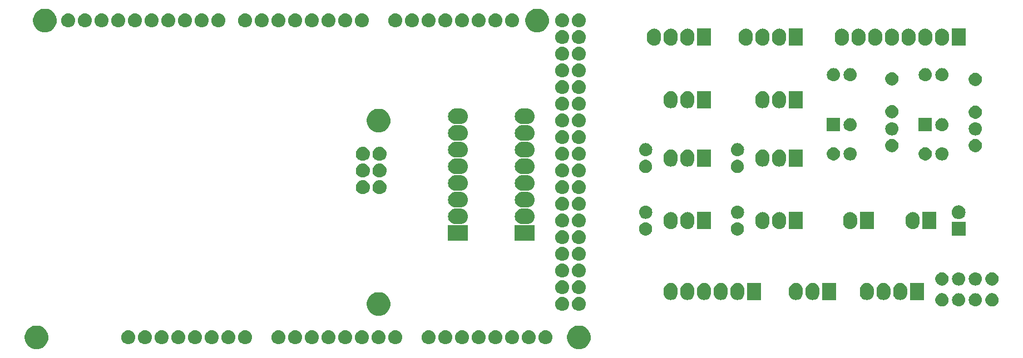
<source format=gbs>
G04 #@! TF.GenerationSoftware,KiCad,Pcbnew,(5.0.1)-3*
G04 #@! TF.CreationDate,2019-01-30T12:52:15+01:00*
G04 #@! TF.ProjectId,P300_Arduino_IF,503330305F41726475696E6F5F49462E,rev?*
G04 #@! TF.SameCoordinates,Original*
G04 #@! TF.FileFunction,Soldermask,Bot*
G04 #@! TF.FilePolarity,Negative*
%FSLAX46Y46*%
G04 Gerber Fmt 4.6, Leading zero omitted, Abs format (unit mm)*
G04 Created by KiCad (PCBNEW (5.0.1)-3) date 30.01.2019 12:52:15*
%MOMM*%
%LPD*%
G01*
G04 APERTURE LIST*
%ADD10C,0.100000*%
G04 APERTURE END LIST*
D10*
G36*
X173071163Y-117614587D02*
X173245041Y-117649173D01*
X173572620Y-117784861D01*
X173808152Y-117942238D01*
X173867435Y-117981850D01*
X174118150Y-118232565D01*
X174118151Y-118232567D01*
X174315139Y-118527380D01*
X174422361Y-118786237D01*
X174450827Y-118854960D01*
X174520000Y-119202715D01*
X174520000Y-119557285D01*
X174485414Y-119731162D01*
X174450827Y-119905041D01*
X174315139Y-120232620D01*
X174225086Y-120367393D01*
X174118150Y-120527435D01*
X173867435Y-120778150D01*
X173808152Y-120817762D01*
X173572620Y-120975139D01*
X173245041Y-121110827D01*
X173071162Y-121145414D01*
X172897285Y-121180000D01*
X172542715Y-121180000D01*
X172368838Y-121145414D01*
X172194959Y-121110827D01*
X171867380Y-120975139D01*
X171631848Y-120817762D01*
X171572565Y-120778150D01*
X171321850Y-120527435D01*
X171214914Y-120367393D01*
X171124861Y-120232620D01*
X170989173Y-119905041D01*
X170954586Y-119731162D01*
X170920000Y-119557285D01*
X170920000Y-119202715D01*
X170989173Y-118854960D01*
X171017639Y-118786237D01*
X171124861Y-118527380D01*
X171321849Y-118232567D01*
X171321850Y-118232565D01*
X171572565Y-117981850D01*
X171631848Y-117942238D01*
X171867380Y-117784861D01*
X172194959Y-117649173D01*
X172368837Y-117614587D01*
X172542715Y-117580000D01*
X172897285Y-117580000D01*
X173071163Y-117614587D01*
X173071163Y-117614587D01*
G37*
G36*
X90521163Y-117614587D02*
X90695041Y-117649173D01*
X91022620Y-117784861D01*
X91258152Y-117942238D01*
X91317435Y-117981850D01*
X91568150Y-118232565D01*
X91568151Y-118232567D01*
X91765139Y-118527380D01*
X91872361Y-118786237D01*
X91900827Y-118854960D01*
X91970000Y-119202715D01*
X91970000Y-119557285D01*
X91935414Y-119731162D01*
X91900827Y-119905041D01*
X91765139Y-120232620D01*
X91675086Y-120367393D01*
X91568150Y-120527435D01*
X91317435Y-120778150D01*
X91258152Y-120817762D01*
X91022620Y-120975139D01*
X90695041Y-121110827D01*
X90521162Y-121145414D01*
X90347285Y-121180000D01*
X89992715Y-121180000D01*
X89818838Y-121145414D01*
X89644959Y-121110827D01*
X89317380Y-120975139D01*
X89081848Y-120817762D01*
X89022565Y-120778150D01*
X88771850Y-120527435D01*
X88664914Y-120367393D01*
X88574861Y-120232620D01*
X88439173Y-119905041D01*
X88404586Y-119731162D01*
X88370000Y-119557285D01*
X88370000Y-119202715D01*
X88439173Y-118854960D01*
X88467639Y-118786237D01*
X88574861Y-118527380D01*
X88771849Y-118232567D01*
X88771850Y-118232565D01*
X89022565Y-117981850D01*
X89081848Y-117942238D01*
X89317380Y-117784861D01*
X89644959Y-117649173D01*
X89818837Y-117614587D01*
X89992715Y-117580000D01*
X90347285Y-117580000D01*
X90521163Y-117614587D01*
X90521163Y-117614587D01*
G37*
G36*
X162768502Y-118331789D02*
X162968991Y-118392607D01*
X163153761Y-118491368D01*
X163153763Y-118491370D01*
X163315718Y-118624282D01*
X163426758Y-118759586D01*
X163448632Y-118786239D01*
X163547393Y-118971009D01*
X163608211Y-119171498D01*
X163628746Y-119380000D01*
X163608211Y-119588502D01*
X163547393Y-119788991D01*
X163448632Y-119973761D01*
X163448630Y-119973763D01*
X163315718Y-120135718D01*
X163180414Y-120246758D01*
X163153761Y-120268632D01*
X162968991Y-120367393D01*
X162768502Y-120428211D01*
X162612251Y-120443600D01*
X162507749Y-120443600D01*
X162351498Y-120428211D01*
X162151009Y-120367393D01*
X161966239Y-120268632D01*
X161939586Y-120246758D01*
X161804282Y-120135718D01*
X161671370Y-119973763D01*
X161671368Y-119973761D01*
X161572607Y-119788991D01*
X161511789Y-119588502D01*
X161491254Y-119380000D01*
X161511789Y-119171498D01*
X161572607Y-118971009D01*
X161671368Y-118786239D01*
X161693242Y-118759586D01*
X161804282Y-118624282D01*
X161966237Y-118491370D01*
X161966239Y-118491368D01*
X162151009Y-118392607D01*
X162351498Y-118331789D01*
X162507749Y-118316400D01*
X162612251Y-118316400D01*
X162768502Y-118331789D01*
X162768502Y-118331789D01*
G37*
G36*
X157688502Y-118331789D02*
X157888991Y-118392607D01*
X158073761Y-118491368D01*
X158073763Y-118491370D01*
X158235718Y-118624282D01*
X158346758Y-118759586D01*
X158368632Y-118786239D01*
X158467393Y-118971009D01*
X158528211Y-119171498D01*
X158548746Y-119380000D01*
X158528211Y-119588502D01*
X158467393Y-119788991D01*
X158368632Y-119973761D01*
X158368630Y-119973763D01*
X158235718Y-120135718D01*
X158100414Y-120246758D01*
X158073761Y-120268632D01*
X157888991Y-120367393D01*
X157688502Y-120428211D01*
X157532251Y-120443600D01*
X157427749Y-120443600D01*
X157271498Y-120428211D01*
X157071009Y-120367393D01*
X156886239Y-120268632D01*
X156859586Y-120246758D01*
X156724282Y-120135718D01*
X156591370Y-119973763D01*
X156591368Y-119973761D01*
X156492607Y-119788991D01*
X156431789Y-119588502D01*
X156411254Y-119380000D01*
X156431789Y-119171498D01*
X156492607Y-118971009D01*
X156591368Y-118786239D01*
X156613242Y-118759586D01*
X156724282Y-118624282D01*
X156886237Y-118491370D01*
X156886239Y-118491368D01*
X157071009Y-118392607D01*
X157271498Y-118331789D01*
X157427749Y-118316400D01*
X157532251Y-118316400D01*
X157688502Y-118331789D01*
X157688502Y-118331789D01*
G37*
G36*
X155148502Y-118331789D02*
X155348991Y-118392607D01*
X155533761Y-118491368D01*
X155533763Y-118491370D01*
X155695718Y-118624282D01*
X155806758Y-118759586D01*
X155828632Y-118786239D01*
X155927393Y-118971009D01*
X155988211Y-119171498D01*
X156008746Y-119380000D01*
X155988211Y-119588502D01*
X155927393Y-119788991D01*
X155828632Y-119973761D01*
X155828630Y-119973763D01*
X155695718Y-120135718D01*
X155560414Y-120246758D01*
X155533761Y-120268632D01*
X155348991Y-120367393D01*
X155148502Y-120428211D01*
X154992251Y-120443600D01*
X154887749Y-120443600D01*
X154731498Y-120428211D01*
X154531009Y-120367393D01*
X154346239Y-120268632D01*
X154319586Y-120246758D01*
X154184282Y-120135718D01*
X154051370Y-119973763D01*
X154051368Y-119973761D01*
X153952607Y-119788991D01*
X153891789Y-119588502D01*
X153871254Y-119380000D01*
X153891789Y-119171498D01*
X153952607Y-118971009D01*
X154051368Y-118786239D01*
X154073242Y-118759586D01*
X154184282Y-118624282D01*
X154346237Y-118491370D01*
X154346239Y-118491368D01*
X154531009Y-118392607D01*
X154731498Y-118331789D01*
X154887749Y-118316400D01*
X154992251Y-118316400D01*
X155148502Y-118331789D01*
X155148502Y-118331789D01*
G37*
G36*
X152608502Y-118331789D02*
X152808991Y-118392607D01*
X152993761Y-118491368D01*
X152993763Y-118491370D01*
X153155718Y-118624282D01*
X153266758Y-118759586D01*
X153288632Y-118786239D01*
X153387393Y-118971009D01*
X153448211Y-119171498D01*
X153468746Y-119380000D01*
X153448211Y-119588502D01*
X153387393Y-119788991D01*
X153288632Y-119973761D01*
X153288630Y-119973763D01*
X153155718Y-120135718D01*
X153020414Y-120246758D01*
X152993761Y-120268632D01*
X152808991Y-120367393D01*
X152608502Y-120428211D01*
X152452251Y-120443600D01*
X152347749Y-120443600D01*
X152191498Y-120428211D01*
X151991009Y-120367393D01*
X151806239Y-120268632D01*
X151779586Y-120246758D01*
X151644282Y-120135718D01*
X151511370Y-119973763D01*
X151511368Y-119973761D01*
X151412607Y-119788991D01*
X151351789Y-119588502D01*
X151331254Y-119380000D01*
X151351789Y-119171498D01*
X151412607Y-118971009D01*
X151511368Y-118786239D01*
X151533242Y-118759586D01*
X151644282Y-118624282D01*
X151806237Y-118491370D01*
X151806239Y-118491368D01*
X151991009Y-118392607D01*
X152191498Y-118331789D01*
X152347749Y-118316400D01*
X152452251Y-118316400D01*
X152608502Y-118331789D01*
X152608502Y-118331789D01*
G37*
G36*
X150068502Y-118331789D02*
X150268991Y-118392607D01*
X150453761Y-118491368D01*
X150453763Y-118491370D01*
X150615718Y-118624282D01*
X150726758Y-118759586D01*
X150748632Y-118786239D01*
X150847393Y-118971009D01*
X150908211Y-119171498D01*
X150928746Y-119380000D01*
X150908211Y-119588502D01*
X150847393Y-119788991D01*
X150748632Y-119973761D01*
X150748630Y-119973763D01*
X150615718Y-120135718D01*
X150480414Y-120246758D01*
X150453761Y-120268632D01*
X150268991Y-120367393D01*
X150068502Y-120428211D01*
X149912251Y-120443600D01*
X149807749Y-120443600D01*
X149651498Y-120428211D01*
X149451009Y-120367393D01*
X149266239Y-120268632D01*
X149239586Y-120246758D01*
X149104282Y-120135718D01*
X148971370Y-119973763D01*
X148971368Y-119973761D01*
X148872607Y-119788991D01*
X148811789Y-119588502D01*
X148791254Y-119380000D01*
X148811789Y-119171498D01*
X148872607Y-118971009D01*
X148971368Y-118786239D01*
X148993242Y-118759586D01*
X149104282Y-118624282D01*
X149266237Y-118491370D01*
X149266239Y-118491368D01*
X149451009Y-118392607D01*
X149651498Y-118331789D01*
X149807749Y-118316400D01*
X149912251Y-118316400D01*
X150068502Y-118331789D01*
X150068502Y-118331789D01*
G37*
G36*
X144988502Y-118331789D02*
X145188991Y-118392607D01*
X145373761Y-118491368D01*
X145373763Y-118491370D01*
X145535718Y-118624282D01*
X145646758Y-118759586D01*
X145668632Y-118786239D01*
X145767393Y-118971009D01*
X145828211Y-119171498D01*
X145848746Y-119380000D01*
X145828211Y-119588502D01*
X145767393Y-119788991D01*
X145668632Y-119973761D01*
X145668630Y-119973763D01*
X145535718Y-120135718D01*
X145400414Y-120246758D01*
X145373761Y-120268632D01*
X145188991Y-120367393D01*
X144988502Y-120428211D01*
X144832251Y-120443600D01*
X144727749Y-120443600D01*
X144571498Y-120428211D01*
X144371009Y-120367393D01*
X144186239Y-120268632D01*
X144159586Y-120246758D01*
X144024282Y-120135718D01*
X143891370Y-119973763D01*
X143891368Y-119973761D01*
X143792607Y-119788991D01*
X143731789Y-119588502D01*
X143711254Y-119380000D01*
X143731789Y-119171498D01*
X143792607Y-118971009D01*
X143891368Y-118786239D01*
X143913242Y-118759586D01*
X144024282Y-118624282D01*
X144186237Y-118491370D01*
X144186239Y-118491368D01*
X144371009Y-118392607D01*
X144571498Y-118331789D01*
X144727749Y-118316400D01*
X144832251Y-118316400D01*
X144988502Y-118331789D01*
X144988502Y-118331789D01*
G37*
G36*
X142448502Y-118331789D02*
X142648991Y-118392607D01*
X142833761Y-118491368D01*
X142833763Y-118491370D01*
X142995718Y-118624282D01*
X143106758Y-118759586D01*
X143128632Y-118786239D01*
X143227393Y-118971009D01*
X143288211Y-119171498D01*
X143308746Y-119380000D01*
X143288211Y-119588502D01*
X143227393Y-119788991D01*
X143128632Y-119973761D01*
X143128630Y-119973763D01*
X142995718Y-120135718D01*
X142860414Y-120246758D01*
X142833761Y-120268632D01*
X142648991Y-120367393D01*
X142448502Y-120428211D01*
X142292251Y-120443600D01*
X142187749Y-120443600D01*
X142031498Y-120428211D01*
X141831009Y-120367393D01*
X141646239Y-120268632D01*
X141619586Y-120246758D01*
X141484282Y-120135718D01*
X141351370Y-119973763D01*
X141351368Y-119973761D01*
X141252607Y-119788991D01*
X141191789Y-119588502D01*
X141171254Y-119380000D01*
X141191789Y-119171498D01*
X141252607Y-118971009D01*
X141351368Y-118786239D01*
X141373242Y-118759586D01*
X141484282Y-118624282D01*
X141646237Y-118491370D01*
X141646239Y-118491368D01*
X141831009Y-118392607D01*
X142031498Y-118331789D01*
X142187749Y-118316400D01*
X142292251Y-118316400D01*
X142448502Y-118331789D01*
X142448502Y-118331789D01*
G37*
G36*
X139908502Y-118331789D02*
X140108991Y-118392607D01*
X140293761Y-118491368D01*
X140293763Y-118491370D01*
X140455718Y-118624282D01*
X140566758Y-118759586D01*
X140588632Y-118786239D01*
X140687393Y-118971009D01*
X140748211Y-119171498D01*
X140768746Y-119380000D01*
X140748211Y-119588502D01*
X140687393Y-119788991D01*
X140588632Y-119973761D01*
X140588630Y-119973763D01*
X140455718Y-120135718D01*
X140320414Y-120246758D01*
X140293761Y-120268632D01*
X140108991Y-120367393D01*
X139908502Y-120428211D01*
X139752251Y-120443600D01*
X139647749Y-120443600D01*
X139491498Y-120428211D01*
X139291009Y-120367393D01*
X139106239Y-120268632D01*
X139079586Y-120246758D01*
X138944282Y-120135718D01*
X138811370Y-119973763D01*
X138811368Y-119973761D01*
X138712607Y-119788991D01*
X138651789Y-119588502D01*
X138631254Y-119380000D01*
X138651789Y-119171498D01*
X138712607Y-118971009D01*
X138811368Y-118786239D01*
X138833242Y-118759586D01*
X138944282Y-118624282D01*
X139106237Y-118491370D01*
X139106239Y-118491368D01*
X139291009Y-118392607D01*
X139491498Y-118331789D01*
X139647749Y-118316400D01*
X139752251Y-118316400D01*
X139908502Y-118331789D01*
X139908502Y-118331789D01*
G37*
G36*
X137368502Y-118331789D02*
X137568991Y-118392607D01*
X137753761Y-118491368D01*
X137753763Y-118491370D01*
X137915718Y-118624282D01*
X138026758Y-118759586D01*
X138048632Y-118786239D01*
X138147393Y-118971009D01*
X138208211Y-119171498D01*
X138228746Y-119380000D01*
X138208211Y-119588502D01*
X138147393Y-119788991D01*
X138048632Y-119973761D01*
X138048630Y-119973763D01*
X137915718Y-120135718D01*
X137780414Y-120246758D01*
X137753761Y-120268632D01*
X137568991Y-120367393D01*
X137368502Y-120428211D01*
X137212251Y-120443600D01*
X137107749Y-120443600D01*
X136951498Y-120428211D01*
X136751009Y-120367393D01*
X136566239Y-120268632D01*
X136539586Y-120246758D01*
X136404282Y-120135718D01*
X136271370Y-119973763D01*
X136271368Y-119973761D01*
X136172607Y-119788991D01*
X136111789Y-119588502D01*
X136091254Y-119380000D01*
X136111789Y-119171498D01*
X136172607Y-118971009D01*
X136271368Y-118786239D01*
X136293242Y-118759586D01*
X136404282Y-118624282D01*
X136566237Y-118491370D01*
X136566239Y-118491368D01*
X136751009Y-118392607D01*
X136951498Y-118331789D01*
X137107749Y-118316400D01*
X137212251Y-118316400D01*
X137368502Y-118331789D01*
X137368502Y-118331789D01*
G37*
G36*
X160228502Y-118331789D02*
X160428991Y-118392607D01*
X160613761Y-118491368D01*
X160613763Y-118491370D01*
X160775718Y-118624282D01*
X160886758Y-118759586D01*
X160908632Y-118786239D01*
X161007393Y-118971009D01*
X161068211Y-119171498D01*
X161088746Y-119380000D01*
X161068211Y-119588502D01*
X161007393Y-119788991D01*
X160908632Y-119973761D01*
X160908630Y-119973763D01*
X160775718Y-120135718D01*
X160640414Y-120246758D01*
X160613761Y-120268632D01*
X160428991Y-120367393D01*
X160228502Y-120428211D01*
X160072251Y-120443600D01*
X159967749Y-120443600D01*
X159811498Y-120428211D01*
X159611009Y-120367393D01*
X159426239Y-120268632D01*
X159399586Y-120246758D01*
X159264282Y-120135718D01*
X159131370Y-119973763D01*
X159131368Y-119973761D01*
X159032607Y-119788991D01*
X158971789Y-119588502D01*
X158951254Y-119380000D01*
X158971789Y-119171498D01*
X159032607Y-118971009D01*
X159131368Y-118786239D01*
X159153242Y-118759586D01*
X159264282Y-118624282D01*
X159426237Y-118491370D01*
X159426239Y-118491368D01*
X159611009Y-118392607D01*
X159811498Y-118331789D01*
X159967749Y-118316400D01*
X160072251Y-118316400D01*
X160228502Y-118331789D01*
X160228502Y-118331789D01*
G37*
G36*
X132288502Y-118331789D02*
X132488991Y-118392607D01*
X132673761Y-118491368D01*
X132673763Y-118491370D01*
X132835718Y-118624282D01*
X132946758Y-118759586D01*
X132968632Y-118786239D01*
X133067393Y-118971009D01*
X133128211Y-119171498D01*
X133148746Y-119380000D01*
X133128211Y-119588502D01*
X133067393Y-119788991D01*
X132968632Y-119973761D01*
X132968630Y-119973763D01*
X132835718Y-120135718D01*
X132700414Y-120246758D01*
X132673761Y-120268632D01*
X132488991Y-120367393D01*
X132288502Y-120428211D01*
X132132251Y-120443600D01*
X132027749Y-120443600D01*
X131871498Y-120428211D01*
X131671009Y-120367393D01*
X131486239Y-120268632D01*
X131459586Y-120246758D01*
X131324282Y-120135718D01*
X131191370Y-119973763D01*
X131191368Y-119973761D01*
X131092607Y-119788991D01*
X131031789Y-119588502D01*
X131011254Y-119380000D01*
X131031789Y-119171498D01*
X131092607Y-118971009D01*
X131191368Y-118786239D01*
X131213242Y-118759586D01*
X131324282Y-118624282D01*
X131486237Y-118491370D01*
X131486239Y-118491368D01*
X131671009Y-118392607D01*
X131871498Y-118331789D01*
X132027749Y-118316400D01*
X132132251Y-118316400D01*
X132288502Y-118331789D01*
X132288502Y-118331789D01*
G37*
G36*
X129748502Y-118331789D02*
X129948991Y-118392607D01*
X130133761Y-118491368D01*
X130133763Y-118491370D01*
X130295718Y-118624282D01*
X130406758Y-118759586D01*
X130428632Y-118786239D01*
X130527393Y-118971009D01*
X130588211Y-119171498D01*
X130608746Y-119380000D01*
X130588211Y-119588502D01*
X130527393Y-119788991D01*
X130428632Y-119973761D01*
X130428630Y-119973763D01*
X130295718Y-120135718D01*
X130160414Y-120246758D01*
X130133761Y-120268632D01*
X129948991Y-120367393D01*
X129748502Y-120428211D01*
X129592251Y-120443600D01*
X129487749Y-120443600D01*
X129331498Y-120428211D01*
X129131009Y-120367393D01*
X128946239Y-120268632D01*
X128919586Y-120246758D01*
X128784282Y-120135718D01*
X128651370Y-119973763D01*
X128651368Y-119973761D01*
X128552607Y-119788991D01*
X128491789Y-119588502D01*
X128471254Y-119380000D01*
X128491789Y-119171498D01*
X128552607Y-118971009D01*
X128651368Y-118786239D01*
X128673242Y-118759586D01*
X128784282Y-118624282D01*
X128946237Y-118491370D01*
X128946239Y-118491368D01*
X129131009Y-118392607D01*
X129331498Y-118331789D01*
X129487749Y-118316400D01*
X129592251Y-118316400D01*
X129748502Y-118331789D01*
X129748502Y-118331789D01*
G37*
G36*
X165308502Y-118331789D02*
X165508991Y-118392607D01*
X165693761Y-118491368D01*
X165693763Y-118491370D01*
X165855718Y-118624282D01*
X165966758Y-118759586D01*
X165988632Y-118786239D01*
X166087393Y-118971009D01*
X166148211Y-119171498D01*
X166168746Y-119380000D01*
X166148211Y-119588502D01*
X166087393Y-119788991D01*
X165988632Y-119973761D01*
X165988630Y-119973763D01*
X165855718Y-120135718D01*
X165720414Y-120246758D01*
X165693761Y-120268632D01*
X165508991Y-120367393D01*
X165308502Y-120428211D01*
X165152251Y-120443600D01*
X165047749Y-120443600D01*
X164891498Y-120428211D01*
X164691009Y-120367393D01*
X164506239Y-120268632D01*
X164479586Y-120246758D01*
X164344282Y-120135718D01*
X164211370Y-119973763D01*
X164211368Y-119973761D01*
X164112607Y-119788991D01*
X164051789Y-119588502D01*
X164031254Y-119380000D01*
X164051789Y-119171498D01*
X164112607Y-118971009D01*
X164211368Y-118786239D01*
X164233242Y-118759586D01*
X164344282Y-118624282D01*
X164506237Y-118491370D01*
X164506239Y-118491368D01*
X164691009Y-118392607D01*
X164891498Y-118331789D01*
X165047749Y-118316400D01*
X165152251Y-118316400D01*
X165308502Y-118331789D01*
X165308502Y-118331789D01*
G37*
G36*
X104348502Y-118331789D02*
X104548991Y-118392607D01*
X104733761Y-118491368D01*
X104733763Y-118491370D01*
X104895718Y-118624282D01*
X105006758Y-118759586D01*
X105028632Y-118786239D01*
X105127393Y-118971009D01*
X105188211Y-119171498D01*
X105208746Y-119380000D01*
X105188211Y-119588502D01*
X105127393Y-119788991D01*
X105028632Y-119973761D01*
X105028630Y-119973763D01*
X104895718Y-120135718D01*
X104760414Y-120246758D01*
X104733761Y-120268632D01*
X104548991Y-120367393D01*
X104348502Y-120428211D01*
X104192251Y-120443600D01*
X104087749Y-120443600D01*
X103931498Y-120428211D01*
X103731009Y-120367393D01*
X103546239Y-120268632D01*
X103519586Y-120246758D01*
X103384282Y-120135718D01*
X103251370Y-119973763D01*
X103251368Y-119973761D01*
X103152607Y-119788991D01*
X103091789Y-119588502D01*
X103071254Y-119380000D01*
X103091789Y-119171498D01*
X103152607Y-118971009D01*
X103251368Y-118786239D01*
X103273242Y-118759586D01*
X103384282Y-118624282D01*
X103546237Y-118491370D01*
X103546239Y-118491368D01*
X103731009Y-118392607D01*
X103931498Y-118331789D01*
X104087749Y-118316400D01*
X104192251Y-118316400D01*
X104348502Y-118331789D01*
X104348502Y-118331789D01*
G37*
G36*
X134828502Y-118331789D02*
X135028991Y-118392607D01*
X135213761Y-118491368D01*
X135213763Y-118491370D01*
X135375718Y-118624282D01*
X135486758Y-118759586D01*
X135508632Y-118786239D01*
X135607393Y-118971009D01*
X135668211Y-119171498D01*
X135688746Y-119380000D01*
X135668211Y-119588502D01*
X135607393Y-119788991D01*
X135508632Y-119973761D01*
X135508630Y-119973763D01*
X135375718Y-120135718D01*
X135240414Y-120246758D01*
X135213761Y-120268632D01*
X135028991Y-120367393D01*
X134828502Y-120428211D01*
X134672251Y-120443600D01*
X134567749Y-120443600D01*
X134411498Y-120428211D01*
X134211009Y-120367393D01*
X134026239Y-120268632D01*
X133999586Y-120246758D01*
X133864282Y-120135718D01*
X133731370Y-119973763D01*
X133731368Y-119973761D01*
X133632607Y-119788991D01*
X133571789Y-119588502D01*
X133551254Y-119380000D01*
X133571789Y-119171498D01*
X133632607Y-118971009D01*
X133731368Y-118786239D01*
X133753242Y-118759586D01*
X133864282Y-118624282D01*
X134026237Y-118491370D01*
X134026239Y-118491368D01*
X134211009Y-118392607D01*
X134411498Y-118331789D01*
X134567749Y-118316400D01*
X134672251Y-118316400D01*
X134828502Y-118331789D01*
X134828502Y-118331789D01*
G37*
G36*
X127208502Y-118331789D02*
X127408991Y-118392607D01*
X127593761Y-118491368D01*
X127593763Y-118491370D01*
X127755718Y-118624282D01*
X127866758Y-118759586D01*
X127888632Y-118786239D01*
X127987393Y-118971009D01*
X128048211Y-119171498D01*
X128068746Y-119380000D01*
X128048211Y-119588502D01*
X127987393Y-119788991D01*
X127888632Y-119973761D01*
X127888630Y-119973763D01*
X127755718Y-120135718D01*
X127620414Y-120246758D01*
X127593761Y-120268632D01*
X127408991Y-120367393D01*
X127208502Y-120428211D01*
X127052251Y-120443600D01*
X126947749Y-120443600D01*
X126791498Y-120428211D01*
X126591009Y-120367393D01*
X126406239Y-120268632D01*
X126379586Y-120246758D01*
X126244282Y-120135718D01*
X126111370Y-119973763D01*
X126111368Y-119973761D01*
X126012607Y-119788991D01*
X125951789Y-119588502D01*
X125931254Y-119380000D01*
X125951789Y-119171498D01*
X126012607Y-118971009D01*
X126111368Y-118786239D01*
X126133242Y-118759586D01*
X126244282Y-118624282D01*
X126406237Y-118491370D01*
X126406239Y-118491368D01*
X126591009Y-118392607D01*
X126791498Y-118331789D01*
X126947749Y-118316400D01*
X127052251Y-118316400D01*
X127208502Y-118331789D01*
X127208502Y-118331789D01*
G37*
G36*
X122128502Y-118331789D02*
X122328991Y-118392607D01*
X122513761Y-118491368D01*
X122513763Y-118491370D01*
X122675718Y-118624282D01*
X122786758Y-118759586D01*
X122808632Y-118786239D01*
X122907393Y-118971009D01*
X122968211Y-119171498D01*
X122988746Y-119380000D01*
X122968211Y-119588502D01*
X122907393Y-119788991D01*
X122808632Y-119973761D01*
X122808630Y-119973763D01*
X122675718Y-120135718D01*
X122540414Y-120246758D01*
X122513761Y-120268632D01*
X122328991Y-120367393D01*
X122128502Y-120428211D01*
X121972251Y-120443600D01*
X121867749Y-120443600D01*
X121711498Y-120428211D01*
X121511009Y-120367393D01*
X121326239Y-120268632D01*
X121299586Y-120246758D01*
X121164282Y-120135718D01*
X121031370Y-119973763D01*
X121031368Y-119973761D01*
X120932607Y-119788991D01*
X120871789Y-119588502D01*
X120851254Y-119380000D01*
X120871789Y-119171498D01*
X120932607Y-118971009D01*
X121031368Y-118786239D01*
X121053242Y-118759586D01*
X121164282Y-118624282D01*
X121326237Y-118491370D01*
X121326239Y-118491368D01*
X121511009Y-118392607D01*
X121711498Y-118331789D01*
X121867749Y-118316400D01*
X121972251Y-118316400D01*
X122128502Y-118331789D01*
X122128502Y-118331789D01*
G37*
G36*
X119588502Y-118331789D02*
X119788991Y-118392607D01*
X119973761Y-118491368D01*
X119973763Y-118491370D01*
X120135718Y-118624282D01*
X120246758Y-118759586D01*
X120268632Y-118786239D01*
X120367393Y-118971009D01*
X120428211Y-119171498D01*
X120448746Y-119380000D01*
X120428211Y-119588502D01*
X120367393Y-119788991D01*
X120268632Y-119973761D01*
X120268630Y-119973763D01*
X120135718Y-120135718D01*
X120000414Y-120246758D01*
X119973761Y-120268632D01*
X119788991Y-120367393D01*
X119588502Y-120428211D01*
X119432251Y-120443600D01*
X119327749Y-120443600D01*
X119171498Y-120428211D01*
X118971009Y-120367393D01*
X118786239Y-120268632D01*
X118759586Y-120246758D01*
X118624282Y-120135718D01*
X118491370Y-119973763D01*
X118491368Y-119973761D01*
X118392607Y-119788991D01*
X118331789Y-119588502D01*
X118311254Y-119380000D01*
X118331789Y-119171498D01*
X118392607Y-118971009D01*
X118491368Y-118786239D01*
X118513242Y-118759586D01*
X118624282Y-118624282D01*
X118786237Y-118491370D01*
X118786239Y-118491368D01*
X118971009Y-118392607D01*
X119171498Y-118331789D01*
X119327749Y-118316400D01*
X119432251Y-118316400D01*
X119588502Y-118331789D01*
X119588502Y-118331789D01*
G37*
G36*
X117048502Y-118331789D02*
X117248991Y-118392607D01*
X117433761Y-118491368D01*
X117433763Y-118491370D01*
X117595718Y-118624282D01*
X117706758Y-118759586D01*
X117728632Y-118786239D01*
X117827393Y-118971009D01*
X117888211Y-119171498D01*
X117908746Y-119380000D01*
X117888211Y-119588502D01*
X117827393Y-119788991D01*
X117728632Y-119973761D01*
X117728630Y-119973763D01*
X117595718Y-120135718D01*
X117460414Y-120246758D01*
X117433761Y-120268632D01*
X117248991Y-120367393D01*
X117048502Y-120428211D01*
X116892251Y-120443600D01*
X116787749Y-120443600D01*
X116631498Y-120428211D01*
X116431009Y-120367393D01*
X116246239Y-120268632D01*
X116219586Y-120246758D01*
X116084282Y-120135718D01*
X115951370Y-119973763D01*
X115951368Y-119973761D01*
X115852607Y-119788991D01*
X115791789Y-119588502D01*
X115771254Y-119380000D01*
X115791789Y-119171498D01*
X115852607Y-118971009D01*
X115951368Y-118786239D01*
X115973242Y-118759586D01*
X116084282Y-118624282D01*
X116246237Y-118491370D01*
X116246239Y-118491368D01*
X116431009Y-118392607D01*
X116631498Y-118331789D01*
X116787749Y-118316400D01*
X116892251Y-118316400D01*
X117048502Y-118331789D01*
X117048502Y-118331789D01*
G37*
G36*
X114508502Y-118331789D02*
X114708991Y-118392607D01*
X114893761Y-118491368D01*
X114893763Y-118491370D01*
X115055718Y-118624282D01*
X115166758Y-118759586D01*
X115188632Y-118786239D01*
X115287393Y-118971009D01*
X115348211Y-119171498D01*
X115368746Y-119380000D01*
X115348211Y-119588502D01*
X115287393Y-119788991D01*
X115188632Y-119973761D01*
X115188630Y-119973763D01*
X115055718Y-120135718D01*
X114920414Y-120246758D01*
X114893761Y-120268632D01*
X114708991Y-120367393D01*
X114508502Y-120428211D01*
X114352251Y-120443600D01*
X114247749Y-120443600D01*
X114091498Y-120428211D01*
X113891009Y-120367393D01*
X113706239Y-120268632D01*
X113679586Y-120246758D01*
X113544282Y-120135718D01*
X113411370Y-119973763D01*
X113411368Y-119973761D01*
X113312607Y-119788991D01*
X113251789Y-119588502D01*
X113231254Y-119380000D01*
X113251789Y-119171498D01*
X113312607Y-118971009D01*
X113411368Y-118786239D01*
X113433242Y-118759586D01*
X113544282Y-118624282D01*
X113706237Y-118491370D01*
X113706239Y-118491368D01*
X113891009Y-118392607D01*
X114091498Y-118331789D01*
X114247749Y-118316400D01*
X114352251Y-118316400D01*
X114508502Y-118331789D01*
X114508502Y-118331789D01*
G37*
G36*
X111968502Y-118331789D02*
X112168991Y-118392607D01*
X112353761Y-118491368D01*
X112353763Y-118491370D01*
X112515718Y-118624282D01*
X112626758Y-118759586D01*
X112648632Y-118786239D01*
X112747393Y-118971009D01*
X112808211Y-119171498D01*
X112828746Y-119380000D01*
X112808211Y-119588502D01*
X112747393Y-119788991D01*
X112648632Y-119973761D01*
X112648630Y-119973763D01*
X112515718Y-120135718D01*
X112380414Y-120246758D01*
X112353761Y-120268632D01*
X112168991Y-120367393D01*
X111968502Y-120428211D01*
X111812251Y-120443600D01*
X111707749Y-120443600D01*
X111551498Y-120428211D01*
X111351009Y-120367393D01*
X111166239Y-120268632D01*
X111139586Y-120246758D01*
X111004282Y-120135718D01*
X110871370Y-119973763D01*
X110871368Y-119973761D01*
X110772607Y-119788991D01*
X110711789Y-119588502D01*
X110691254Y-119380000D01*
X110711789Y-119171498D01*
X110772607Y-118971009D01*
X110871368Y-118786239D01*
X110893242Y-118759586D01*
X111004282Y-118624282D01*
X111166237Y-118491370D01*
X111166239Y-118491368D01*
X111351009Y-118392607D01*
X111551498Y-118331789D01*
X111707749Y-118316400D01*
X111812251Y-118316400D01*
X111968502Y-118331789D01*
X111968502Y-118331789D01*
G37*
G36*
X109428502Y-118331789D02*
X109628991Y-118392607D01*
X109813761Y-118491368D01*
X109813763Y-118491370D01*
X109975718Y-118624282D01*
X110086758Y-118759586D01*
X110108632Y-118786239D01*
X110207393Y-118971009D01*
X110268211Y-119171498D01*
X110288746Y-119380000D01*
X110268211Y-119588502D01*
X110207393Y-119788991D01*
X110108632Y-119973761D01*
X110108630Y-119973763D01*
X109975718Y-120135718D01*
X109840414Y-120246758D01*
X109813761Y-120268632D01*
X109628991Y-120367393D01*
X109428502Y-120428211D01*
X109272251Y-120443600D01*
X109167749Y-120443600D01*
X109011498Y-120428211D01*
X108811009Y-120367393D01*
X108626239Y-120268632D01*
X108599586Y-120246758D01*
X108464282Y-120135718D01*
X108331370Y-119973763D01*
X108331368Y-119973761D01*
X108232607Y-119788991D01*
X108171789Y-119588502D01*
X108151254Y-119380000D01*
X108171789Y-119171498D01*
X108232607Y-118971009D01*
X108331368Y-118786239D01*
X108353242Y-118759586D01*
X108464282Y-118624282D01*
X108626237Y-118491370D01*
X108626239Y-118491368D01*
X108811009Y-118392607D01*
X109011498Y-118331789D01*
X109167749Y-118316400D01*
X109272251Y-118316400D01*
X109428502Y-118331789D01*
X109428502Y-118331789D01*
G37*
G36*
X106888502Y-118331789D02*
X107088991Y-118392607D01*
X107273761Y-118491368D01*
X107273763Y-118491370D01*
X107435718Y-118624282D01*
X107546758Y-118759586D01*
X107568632Y-118786239D01*
X107667393Y-118971009D01*
X107728211Y-119171498D01*
X107748746Y-119380000D01*
X107728211Y-119588502D01*
X107667393Y-119788991D01*
X107568632Y-119973761D01*
X107568630Y-119973763D01*
X107435718Y-120135718D01*
X107300414Y-120246758D01*
X107273761Y-120268632D01*
X107088991Y-120367393D01*
X106888502Y-120428211D01*
X106732251Y-120443600D01*
X106627749Y-120443600D01*
X106471498Y-120428211D01*
X106271009Y-120367393D01*
X106086239Y-120268632D01*
X106059586Y-120246758D01*
X105924282Y-120135718D01*
X105791370Y-119973763D01*
X105791368Y-119973761D01*
X105692607Y-119788991D01*
X105631789Y-119588502D01*
X105611254Y-119380000D01*
X105631789Y-119171498D01*
X105692607Y-118971009D01*
X105791368Y-118786239D01*
X105813242Y-118759586D01*
X105924282Y-118624282D01*
X106086237Y-118491370D01*
X106086239Y-118491368D01*
X106271009Y-118392607D01*
X106471498Y-118331789D01*
X106627749Y-118316400D01*
X106732251Y-118316400D01*
X106888502Y-118331789D01*
X106888502Y-118331789D01*
G37*
G36*
X167848502Y-118331789D02*
X168048991Y-118392607D01*
X168233761Y-118491368D01*
X168233763Y-118491370D01*
X168395718Y-118624282D01*
X168506758Y-118759586D01*
X168528632Y-118786239D01*
X168627393Y-118971009D01*
X168688211Y-119171498D01*
X168708746Y-119380000D01*
X168688211Y-119588502D01*
X168627393Y-119788991D01*
X168528632Y-119973761D01*
X168528630Y-119973763D01*
X168395718Y-120135718D01*
X168260414Y-120246758D01*
X168233761Y-120268632D01*
X168048991Y-120367393D01*
X167848502Y-120428211D01*
X167692251Y-120443600D01*
X167587749Y-120443600D01*
X167431498Y-120428211D01*
X167231009Y-120367393D01*
X167046239Y-120268632D01*
X167019586Y-120246758D01*
X166884282Y-120135718D01*
X166751370Y-119973763D01*
X166751368Y-119973761D01*
X166652607Y-119788991D01*
X166591789Y-119588502D01*
X166571254Y-119380000D01*
X166591789Y-119171498D01*
X166652607Y-118971009D01*
X166751368Y-118786239D01*
X166773242Y-118759586D01*
X166884282Y-118624282D01*
X167046237Y-118491370D01*
X167046239Y-118491368D01*
X167231009Y-118392607D01*
X167431498Y-118331789D01*
X167587749Y-118316400D01*
X167692251Y-118316400D01*
X167848502Y-118331789D01*
X167848502Y-118331789D01*
G37*
G36*
X142496299Y-112515717D02*
X142765041Y-112569173D01*
X143092620Y-112704861D01*
X143270325Y-112823600D01*
X143387435Y-112901850D01*
X143638150Y-113152565D01*
X143638151Y-113152567D01*
X143835139Y-113447380D01*
X143970827Y-113774959D01*
X143970827Y-113774960D01*
X144040000Y-114122715D01*
X144040000Y-114477285D01*
X144016913Y-114593349D01*
X143970827Y-114825041D01*
X143835139Y-115152620D01*
X143745086Y-115287393D01*
X143638150Y-115447435D01*
X143387435Y-115698150D01*
X143328152Y-115737762D01*
X143092620Y-115895139D01*
X142765041Y-116030827D01*
X142591163Y-116065413D01*
X142417285Y-116100000D01*
X142062715Y-116100000D01*
X141888837Y-116065413D01*
X141714959Y-116030827D01*
X141387380Y-115895139D01*
X141151848Y-115737762D01*
X141092565Y-115698150D01*
X140841850Y-115447435D01*
X140734914Y-115287393D01*
X140644861Y-115152620D01*
X140509173Y-114825041D01*
X140463087Y-114593349D01*
X140440000Y-114477285D01*
X140440000Y-114122715D01*
X140509173Y-113774960D01*
X140509173Y-113774959D01*
X140644861Y-113447380D01*
X140841849Y-113152567D01*
X140841850Y-113152565D01*
X141092565Y-112901850D01*
X141209675Y-112823600D01*
X141387380Y-112704861D01*
X141714959Y-112569173D01*
X141983701Y-112515717D01*
X142062715Y-112500000D01*
X142417285Y-112500000D01*
X142496299Y-112515717D01*
X142496299Y-112515717D01*
G37*
G36*
X172928502Y-113251789D02*
X173128991Y-113312607D01*
X173313761Y-113411368D01*
X173313763Y-113411370D01*
X173475718Y-113544282D01*
X173574788Y-113665000D01*
X173608632Y-113706239D01*
X173707393Y-113891009D01*
X173768211Y-114091498D01*
X173788746Y-114300000D01*
X173768211Y-114508502D01*
X173707393Y-114708991D01*
X173608632Y-114893761D01*
X173608630Y-114893763D01*
X173475718Y-115055718D01*
X173340414Y-115166758D01*
X173313761Y-115188632D01*
X173128991Y-115287393D01*
X172928502Y-115348211D01*
X172772251Y-115363600D01*
X172667749Y-115363600D01*
X172511498Y-115348211D01*
X172311009Y-115287393D01*
X172126239Y-115188632D01*
X172099586Y-115166758D01*
X171964282Y-115055718D01*
X171831370Y-114893763D01*
X171831368Y-114893761D01*
X171732607Y-114708991D01*
X171671789Y-114508502D01*
X171651254Y-114300000D01*
X171671789Y-114091498D01*
X171732607Y-113891009D01*
X171831368Y-113706239D01*
X171865212Y-113665000D01*
X171964282Y-113544282D01*
X172126237Y-113411370D01*
X172126239Y-113411368D01*
X172311009Y-113312607D01*
X172511498Y-113251789D01*
X172667749Y-113236400D01*
X172772251Y-113236400D01*
X172928502Y-113251789D01*
X172928502Y-113251789D01*
G37*
G36*
X170388502Y-113251789D02*
X170588991Y-113312607D01*
X170773761Y-113411368D01*
X170773763Y-113411370D01*
X170935718Y-113544282D01*
X171034788Y-113665000D01*
X171068632Y-113706239D01*
X171167393Y-113891009D01*
X171228211Y-114091498D01*
X171248746Y-114300000D01*
X171228211Y-114508502D01*
X171167393Y-114708991D01*
X171068632Y-114893761D01*
X171068630Y-114893763D01*
X170935718Y-115055718D01*
X170800414Y-115166758D01*
X170773761Y-115188632D01*
X170588991Y-115287393D01*
X170388502Y-115348211D01*
X170232251Y-115363600D01*
X170127749Y-115363600D01*
X169971498Y-115348211D01*
X169771009Y-115287393D01*
X169586239Y-115188632D01*
X169559586Y-115166758D01*
X169424282Y-115055718D01*
X169291370Y-114893763D01*
X169291368Y-114893761D01*
X169192607Y-114708991D01*
X169131789Y-114508502D01*
X169111254Y-114300000D01*
X169131789Y-114091498D01*
X169192607Y-113891009D01*
X169291368Y-113706239D01*
X169325212Y-113665000D01*
X169424282Y-113544282D01*
X169586237Y-113411370D01*
X169586239Y-113411368D01*
X169771009Y-113312607D01*
X169971498Y-113251789D01*
X170127749Y-113236400D01*
X170232251Y-113236400D01*
X170388502Y-113251789D01*
X170388502Y-113251789D01*
G37*
G36*
X233241034Y-112679469D02*
X233429535Y-112736650D01*
X233603259Y-112829508D01*
X233755528Y-112954472D01*
X233880492Y-113106741D01*
X233973350Y-113280465D01*
X234030531Y-113468966D01*
X234049838Y-113665000D01*
X234030531Y-113861034D01*
X233973350Y-114049535D01*
X233880492Y-114223259D01*
X233755528Y-114375528D01*
X233603259Y-114500492D01*
X233429535Y-114593350D01*
X233241034Y-114650531D01*
X233094124Y-114665000D01*
X232995876Y-114665000D01*
X232848966Y-114650531D01*
X232660465Y-114593350D01*
X232486741Y-114500492D01*
X232334472Y-114375528D01*
X232209508Y-114223259D01*
X232116650Y-114049535D01*
X232059469Y-113861034D01*
X232040162Y-113665000D01*
X232059469Y-113468966D01*
X232116650Y-113280465D01*
X232209508Y-113106741D01*
X232334472Y-112954472D01*
X232486741Y-112829508D01*
X232660465Y-112736650D01*
X232848966Y-112679469D01*
X232995876Y-112665000D01*
X233094124Y-112665000D01*
X233241034Y-112679469D01*
X233241034Y-112679469D01*
G37*
G36*
X235876688Y-112703428D02*
X235982828Y-112747393D01*
X236058678Y-112778811D01*
X236125709Y-112823600D01*
X236222465Y-112888250D01*
X236361750Y-113027535D01*
X236361751Y-113027537D01*
X236471189Y-113191322D01*
X236502414Y-113266705D01*
X236546572Y-113373312D01*
X236585000Y-113566507D01*
X236585000Y-113763493D01*
X236546572Y-113956688D01*
X236508113Y-114049535D01*
X236471189Y-114138678D01*
X236398395Y-114247622D01*
X236361750Y-114302465D01*
X236222465Y-114441750D01*
X236169284Y-114477284D01*
X236058678Y-114551189D01*
X235983295Y-114582414D01*
X235876688Y-114626572D01*
X235683493Y-114665000D01*
X235486507Y-114665000D01*
X235293312Y-114626572D01*
X235186705Y-114582414D01*
X235111322Y-114551189D01*
X235000716Y-114477284D01*
X234947535Y-114441750D01*
X234808250Y-114302465D01*
X234771605Y-114247622D01*
X234698811Y-114138678D01*
X234661887Y-114049535D01*
X234623428Y-113956688D01*
X234585000Y-113763493D01*
X234585000Y-113566507D01*
X234623428Y-113373312D01*
X234667586Y-113266705D01*
X234698811Y-113191322D01*
X234808249Y-113027537D01*
X234808250Y-113027535D01*
X234947535Y-112888250D01*
X235044291Y-112823600D01*
X235111322Y-112778811D01*
X235187172Y-112747393D01*
X235293312Y-112703428D01*
X235486507Y-112665000D01*
X235683493Y-112665000D01*
X235876688Y-112703428D01*
X235876688Y-112703428D01*
G37*
G36*
X230701034Y-112679469D02*
X230889535Y-112736650D01*
X231063259Y-112829508D01*
X231215528Y-112954472D01*
X231340492Y-113106741D01*
X231433350Y-113280465D01*
X231490531Y-113468966D01*
X231509838Y-113665000D01*
X231490531Y-113861034D01*
X231433350Y-114049535D01*
X231340492Y-114223259D01*
X231215528Y-114375528D01*
X231063259Y-114500492D01*
X230889535Y-114593350D01*
X230701034Y-114650531D01*
X230554124Y-114665000D01*
X230455876Y-114665000D01*
X230308966Y-114650531D01*
X230120465Y-114593350D01*
X229946741Y-114500492D01*
X229794472Y-114375528D01*
X229669508Y-114223259D01*
X229576650Y-114049535D01*
X229519469Y-113861034D01*
X229500162Y-113665000D01*
X229519469Y-113468966D01*
X229576650Y-113280465D01*
X229669508Y-113106741D01*
X229794472Y-112954472D01*
X229946741Y-112829508D01*
X230120465Y-112736650D01*
X230308966Y-112679469D01*
X230455876Y-112665000D01*
X230554124Y-112665000D01*
X230701034Y-112679469D01*
X230701034Y-112679469D01*
G37*
G36*
X228256688Y-112703428D02*
X228362828Y-112747393D01*
X228438678Y-112778811D01*
X228505709Y-112823600D01*
X228602465Y-112888250D01*
X228741750Y-113027535D01*
X228741751Y-113027537D01*
X228851189Y-113191322D01*
X228882414Y-113266705D01*
X228926572Y-113373312D01*
X228965000Y-113566507D01*
X228965000Y-113763493D01*
X228926572Y-113956688D01*
X228888113Y-114049535D01*
X228851189Y-114138678D01*
X228778395Y-114247622D01*
X228741750Y-114302465D01*
X228602465Y-114441750D01*
X228549284Y-114477284D01*
X228438678Y-114551189D01*
X228363295Y-114582414D01*
X228256688Y-114626572D01*
X228063493Y-114665000D01*
X227866507Y-114665000D01*
X227673312Y-114626572D01*
X227566705Y-114582414D01*
X227491322Y-114551189D01*
X227380716Y-114477284D01*
X227327535Y-114441750D01*
X227188250Y-114302465D01*
X227151605Y-114247622D01*
X227078811Y-114138678D01*
X227041887Y-114049535D01*
X227003428Y-113956688D01*
X226965000Y-113763493D01*
X226965000Y-113566507D01*
X227003428Y-113373312D01*
X227047586Y-113266705D01*
X227078811Y-113191322D01*
X227188249Y-113027537D01*
X227188250Y-113027535D01*
X227327535Y-112888250D01*
X227424291Y-112823600D01*
X227491322Y-112778811D01*
X227567172Y-112747393D01*
X227673312Y-112703428D01*
X227866507Y-112665000D01*
X228063493Y-112665000D01*
X228256688Y-112703428D01*
X228256688Y-112703428D01*
G37*
G36*
X191979757Y-111110482D02*
X192026700Y-111124722D01*
X192181452Y-111171665D01*
X192367337Y-111271023D01*
X192530265Y-111404735D01*
X192663977Y-111567663D01*
X192763335Y-111753549D01*
X192810278Y-111908301D01*
X192824518Y-111955243D01*
X192824518Y-111955245D01*
X192840000Y-112112436D01*
X192840000Y-112677565D01*
X192833123Y-112747393D01*
X192827133Y-112808211D01*
X192824518Y-112834756D01*
X192763335Y-113036452D01*
X192663977Y-113222337D01*
X192530265Y-113385265D01*
X192367337Y-113518977D01*
X192181451Y-113618335D01*
X192027615Y-113665000D01*
X191979756Y-113679518D01*
X191770000Y-113700177D01*
X191560243Y-113679518D01*
X191512384Y-113665000D01*
X191358548Y-113618335D01*
X191172663Y-113518977D01*
X191009735Y-113385265D01*
X190876023Y-113222337D01*
X190776665Y-113036451D01*
X190729722Y-112881699D01*
X190715482Y-112834756D01*
X190705820Y-112736651D01*
X190700000Y-112677564D01*
X190700000Y-112112435D01*
X190715482Y-111955244D01*
X190776665Y-111753548D01*
X190876024Y-111567663D01*
X191009736Y-111404735D01*
X191172664Y-111271023D01*
X191358549Y-111171665D01*
X191513301Y-111124722D01*
X191560244Y-111110482D01*
X191770000Y-111089823D01*
X191979757Y-111110482D01*
X191979757Y-111110482D01*
G37*
G36*
X186899757Y-111110482D02*
X186946700Y-111124722D01*
X187101452Y-111171665D01*
X187287337Y-111271023D01*
X187450265Y-111404735D01*
X187583977Y-111567663D01*
X187683335Y-111753549D01*
X187730278Y-111908301D01*
X187744518Y-111955243D01*
X187744518Y-111955245D01*
X187760000Y-112112436D01*
X187760000Y-112677565D01*
X187753123Y-112747393D01*
X187747133Y-112808211D01*
X187744518Y-112834756D01*
X187683335Y-113036452D01*
X187583977Y-113222337D01*
X187450265Y-113385265D01*
X187287337Y-113518977D01*
X187101451Y-113618335D01*
X186947615Y-113665000D01*
X186899756Y-113679518D01*
X186690000Y-113700177D01*
X186480243Y-113679518D01*
X186432384Y-113665000D01*
X186278548Y-113618335D01*
X186092663Y-113518977D01*
X185929735Y-113385265D01*
X185796023Y-113222337D01*
X185696665Y-113036451D01*
X185649722Y-112881699D01*
X185635482Y-112834756D01*
X185625820Y-112736651D01*
X185620000Y-112677564D01*
X185620000Y-112112435D01*
X185635482Y-111955244D01*
X185696665Y-111753548D01*
X185796024Y-111567663D01*
X185929736Y-111404735D01*
X186092664Y-111271023D01*
X186278549Y-111171665D01*
X186433301Y-111124722D01*
X186480244Y-111110482D01*
X186690000Y-111089823D01*
X186899757Y-111110482D01*
X186899757Y-111110482D01*
G37*
G36*
X189439757Y-111110482D02*
X189486700Y-111124722D01*
X189641452Y-111171665D01*
X189827337Y-111271023D01*
X189990265Y-111404735D01*
X190123977Y-111567663D01*
X190223335Y-111753549D01*
X190270278Y-111908301D01*
X190284518Y-111955243D01*
X190284518Y-111955245D01*
X190300000Y-112112436D01*
X190300000Y-112677565D01*
X190293123Y-112747393D01*
X190287133Y-112808211D01*
X190284518Y-112834756D01*
X190223335Y-113036452D01*
X190123977Y-113222337D01*
X189990265Y-113385265D01*
X189827337Y-113518977D01*
X189641451Y-113618335D01*
X189487615Y-113665000D01*
X189439756Y-113679518D01*
X189230000Y-113700177D01*
X189020243Y-113679518D01*
X188972384Y-113665000D01*
X188818548Y-113618335D01*
X188632663Y-113518977D01*
X188469735Y-113385265D01*
X188336023Y-113222337D01*
X188236665Y-113036451D01*
X188189722Y-112881699D01*
X188175482Y-112834756D01*
X188165820Y-112736651D01*
X188160000Y-112677564D01*
X188160000Y-112112435D01*
X188175482Y-111955244D01*
X188236665Y-111753548D01*
X188336024Y-111567663D01*
X188469736Y-111404735D01*
X188632664Y-111271023D01*
X188818549Y-111171665D01*
X188973301Y-111124722D01*
X189020244Y-111110482D01*
X189230000Y-111089823D01*
X189439757Y-111110482D01*
X189439757Y-111110482D01*
G37*
G36*
X194519757Y-111110482D02*
X194566700Y-111124722D01*
X194721452Y-111171665D01*
X194907337Y-111271023D01*
X195070265Y-111404735D01*
X195203977Y-111567663D01*
X195303335Y-111753549D01*
X195350278Y-111908301D01*
X195364518Y-111955243D01*
X195364518Y-111955245D01*
X195380000Y-112112436D01*
X195380000Y-112677565D01*
X195373123Y-112747393D01*
X195367133Y-112808211D01*
X195364518Y-112834756D01*
X195303335Y-113036452D01*
X195203977Y-113222337D01*
X195070265Y-113385265D01*
X194907337Y-113518977D01*
X194721451Y-113618335D01*
X194567615Y-113665000D01*
X194519756Y-113679518D01*
X194310000Y-113700177D01*
X194100243Y-113679518D01*
X194052384Y-113665000D01*
X193898548Y-113618335D01*
X193712663Y-113518977D01*
X193549735Y-113385265D01*
X193416023Y-113222337D01*
X193316665Y-113036451D01*
X193269722Y-112881699D01*
X193255482Y-112834756D01*
X193245820Y-112736651D01*
X193240000Y-112677564D01*
X193240000Y-112112435D01*
X193255482Y-111955244D01*
X193316665Y-111753548D01*
X193416024Y-111567663D01*
X193549736Y-111404735D01*
X193712664Y-111271023D01*
X193898549Y-111171665D01*
X194053301Y-111124722D01*
X194100244Y-111110482D01*
X194310000Y-111089823D01*
X194519757Y-111110482D01*
X194519757Y-111110482D01*
G37*
G36*
X197059757Y-111110482D02*
X197106700Y-111124722D01*
X197261452Y-111171665D01*
X197447337Y-111271023D01*
X197610265Y-111404735D01*
X197743977Y-111567663D01*
X197843335Y-111753549D01*
X197890278Y-111908301D01*
X197904518Y-111955243D01*
X197904518Y-111955245D01*
X197920000Y-112112436D01*
X197920000Y-112677565D01*
X197913123Y-112747393D01*
X197907133Y-112808211D01*
X197904518Y-112834756D01*
X197843335Y-113036452D01*
X197743977Y-113222337D01*
X197610265Y-113385265D01*
X197447337Y-113518977D01*
X197261451Y-113618335D01*
X197107615Y-113665000D01*
X197059756Y-113679518D01*
X196850000Y-113700177D01*
X196640243Y-113679518D01*
X196592384Y-113665000D01*
X196438548Y-113618335D01*
X196252663Y-113518977D01*
X196089735Y-113385265D01*
X195956023Y-113222337D01*
X195856665Y-113036451D01*
X195809722Y-112881699D01*
X195795482Y-112834756D01*
X195785820Y-112736651D01*
X195780000Y-112677564D01*
X195780000Y-112112435D01*
X195795482Y-111955244D01*
X195856665Y-111753548D01*
X195956024Y-111567663D01*
X196089736Y-111404735D01*
X196252664Y-111271023D01*
X196438549Y-111171665D01*
X196593301Y-111124722D01*
X196640244Y-111110482D01*
X196850000Y-111089823D01*
X197059757Y-111110482D01*
X197059757Y-111110482D01*
G37*
G36*
X216744757Y-111110482D02*
X216791700Y-111124722D01*
X216946452Y-111171665D01*
X217132337Y-111271023D01*
X217295265Y-111404735D01*
X217428977Y-111567663D01*
X217528335Y-111753549D01*
X217575278Y-111908301D01*
X217589518Y-111955243D01*
X217589518Y-111955245D01*
X217605000Y-112112436D01*
X217605000Y-112677565D01*
X217598123Y-112747393D01*
X217592133Y-112808211D01*
X217589518Y-112834756D01*
X217528335Y-113036452D01*
X217428977Y-113222337D01*
X217295265Y-113385265D01*
X217132337Y-113518977D01*
X216946451Y-113618335D01*
X216792615Y-113665000D01*
X216744756Y-113679518D01*
X216535000Y-113700177D01*
X216325243Y-113679518D01*
X216277384Y-113665000D01*
X216123548Y-113618335D01*
X215937663Y-113518977D01*
X215774735Y-113385265D01*
X215641023Y-113222337D01*
X215541665Y-113036451D01*
X215494722Y-112881699D01*
X215480482Y-112834756D01*
X215470820Y-112736651D01*
X215465000Y-112677564D01*
X215465000Y-112112435D01*
X215480482Y-111955244D01*
X215541665Y-111753548D01*
X215641024Y-111567663D01*
X215774736Y-111404735D01*
X215937664Y-111271023D01*
X216123549Y-111171665D01*
X216278301Y-111124722D01*
X216325244Y-111110482D01*
X216535000Y-111089823D01*
X216744757Y-111110482D01*
X216744757Y-111110482D01*
G37*
G36*
X219284757Y-111110482D02*
X219331700Y-111124722D01*
X219486452Y-111171665D01*
X219672337Y-111271023D01*
X219835265Y-111404735D01*
X219968977Y-111567663D01*
X220068335Y-111753549D01*
X220115278Y-111908301D01*
X220129518Y-111955243D01*
X220129518Y-111955245D01*
X220145000Y-112112436D01*
X220145000Y-112677565D01*
X220138123Y-112747393D01*
X220132133Y-112808211D01*
X220129518Y-112834756D01*
X220068335Y-113036452D01*
X219968977Y-113222337D01*
X219835265Y-113385265D01*
X219672337Y-113518977D01*
X219486451Y-113618335D01*
X219332615Y-113665000D01*
X219284756Y-113679518D01*
X219075000Y-113700177D01*
X218865243Y-113679518D01*
X218817384Y-113665000D01*
X218663548Y-113618335D01*
X218477663Y-113518977D01*
X218314735Y-113385265D01*
X218181023Y-113222337D01*
X218081665Y-113036451D01*
X218034722Y-112881699D01*
X218020482Y-112834756D01*
X218010820Y-112736651D01*
X218005000Y-112677564D01*
X218005000Y-112112435D01*
X218020482Y-111955244D01*
X218081665Y-111753548D01*
X218181024Y-111567663D01*
X218314736Y-111404735D01*
X218477664Y-111271023D01*
X218663549Y-111171665D01*
X218818301Y-111124722D01*
X218865244Y-111110482D01*
X219075000Y-111089823D01*
X219284757Y-111110482D01*
X219284757Y-111110482D01*
G37*
G36*
X221824757Y-111110482D02*
X221871700Y-111124722D01*
X222026452Y-111171665D01*
X222212337Y-111271023D01*
X222375265Y-111404735D01*
X222508977Y-111567663D01*
X222608335Y-111753549D01*
X222655278Y-111908301D01*
X222669518Y-111955243D01*
X222669518Y-111955245D01*
X222685000Y-112112436D01*
X222685000Y-112677565D01*
X222678123Y-112747393D01*
X222672133Y-112808211D01*
X222669518Y-112834756D01*
X222608335Y-113036452D01*
X222508977Y-113222337D01*
X222375265Y-113385265D01*
X222212337Y-113518977D01*
X222026451Y-113618335D01*
X221872615Y-113665000D01*
X221824756Y-113679518D01*
X221615000Y-113700177D01*
X221405243Y-113679518D01*
X221357384Y-113665000D01*
X221203548Y-113618335D01*
X221017663Y-113518977D01*
X220854735Y-113385265D01*
X220721023Y-113222337D01*
X220621665Y-113036451D01*
X220574722Y-112881699D01*
X220560482Y-112834756D01*
X220550820Y-112736651D01*
X220545000Y-112677564D01*
X220545000Y-112112435D01*
X220560482Y-111955244D01*
X220621665Y-111753548D01*
X220721024Y-111567663D01*
X220854736Y-111404735D01*
X221017664Y-111271023D01*
X221203549Y-111171665D01*
X221358301Y-111124722D01*
X221405244Y-111110482D01*
X221615000Y-111089823D01*
X221824757Y-111110482D01*
X221824757Y-111110482D01*
G37*
G36*
X208489757Y-111110482D02*
X208536700Y-111124722D01*
X208691452Y-111171665D01*
X208877337Y-111271023D01*
X209040265Y-111404735D01*
X209173977Y-111567663D01*
X209273335Y-111753549D01*
X209320278Y-111908301D01*
X209334518Y-111955243D01*
X209334518Y-111955245D01*
X209350000Y-112112436D01*
X209350000Y-112677565D01*
X209343123Y-112747393D01*
X209337133Y-112808211D01*
X209334518Y-112834756D01*
X209273335Y-113036452D01*
X209173977Y-113222337D01*
X209040265Y-113385265D01*
X208877337Y-113518977D01*
X208691451Y-113618335D01*
X208537615Y-113665000D01*
X208489756Y-113679518D01*
X208280000Y-113700177D01*
X208070243Y-113679518D01*
X208022384Y-113665000D01*
X207868548Y-113618335D01*
X207682663Y-113518977D01*
X207519735Y-113385265D01*
X207386023Y-113222337D01*
X207286665Y-113036451D01*
X207239722Y-112881699D01*
X207225482Y-112834756D01*
X207215820Y-112736651D01*
X207210000Y-112677564D01*
X207210000Y-112112435D01*
X207225482Y-111955244D01*
X207286665Y-111753548D01*
X207386024Y-111567663D01*
X207519736Y-111404735D01*
X207682664Y-111271023D01*
X207868549Y-111171665D01*
X208023301Y-111124722D01*
X208070244Y-111110482D01*
X208280000Y-111089823D01*
X208489757Y-111110482D01*
X208489757Y-111110482D01*
G37*
G36*
X205949757Y-111110482D02*
X205996700Y-111124722D01*
X206151452Y-111171665D01*
X206337337Y-111271023D01*
X206500265Y-111404735D01*
X206633977Y-111567663D01*
X206733335Y-111753549D01*
X206780278Y-111908301D01*
X206794518Y-111955243D01*
X206794518Y-111955245D01*
X206810000Y-112112436D01*
X206810000Y-112677565D01*
X206803123Y-112747393D01*
X206797133Y-112808211D01*
X206794518Y-112834756D01*
X206733335Y-113036452D01*
X206633977Y-113222337D01*
X206500265Y-113385265D01*
X206337337Y-113518977D01*
X206151451Y-113618335D01*
X205997615Y-113665000D01*
X205949756Y-113679518D01*
X205740000Y-113700177D01*
X205530243Y-113679518D01*
X205482384Y-113665000D01*
X205328548Y-113618335D01*
X205142663Y-113518977D01*
X204979735Y-113385265D01*
X204846023Y-113222337D01*
X204746665Y-113036451D01*
X204699722Y-112881699D01*
X204685482Y-112834756D01*
X204675820Y-112736651D01*
X204670000Y-112677564D01*
X204670000Y-112112435D01*
X204685482Y-111955244D01*
X204746665Y-111753548D01*
X204846024Y-111567663D01*
X204979736Y-111404735D01*
X205142664Y-111271023D01*
X205328549Y-111171665D01*
X205483301Y-111124722D01*
X205530244Y-111110482D01*
X205740000Y-111089823D01*
X205949757Y-111110482D01*
X205949757Y-111110482D01*
G37*
G36*
X225225000Y-113695000D02*
X223085000Y-113695000D01*
X223085000Y-111095000D01*
X225225000Y-111095000D01*
X225225000Y-113695000D01*
X225225000Y-113695000D01*
G37*
G36*
X211890000Y-113695000D02*
X209750000Y-113695000D01*
X209750000Y-111095000D01*
X211890000Y-111095000D01*
X211890000Y-113695000D01*
X211890000Y-113695000D01*
G37*
G36*
X200460000Y-113695000D02*
X198320000Y-113695000D01*
X198320000Y-111095000D01*
X200460000Y-111095000D01*
X200460000Y-113695000D01*
X200460000Y-113695000D01*
G37*
G36*
X172928502Y-110711789D02*
X173128991Y-110772607D01*
X173313761Y-110871368D01*
X173313763Y-110871370D01*
X173475718Y-111004282D01*
X173562873Y-111110482D01*
X173608632Y-111166239D01*
X173707393Y-111351009D01*
X173768211Y-111551498D01*
X173788746Y-111760000D01*
X173768211Y-111968502D01*
X173707393Y-112168991D01*
X173608632Y-112353761D01*
X173608630Y-112353763D01*
X173475718Y-112515718D01*
X173340414Y-112626758D01*
X173313761Y-112648632D01*
X173128991Y-112747393D01*
X172928502Y-112808211D01*
X172772251Y-112823600D01*
X172667749Y-112823600D01*
X172511498Y-112808211D01*
X172311009Y-112747393D01*
X172126239Y-112648632D01*
X172099586Y-112626758D01*
X171964282Y-112515718D01*
X171831370Y-112353763D01*
X171831368Y-112353761D01*
X171732607Y-112168991D01*
X171671789Y-111968502D01*
X171651254Y-111760000D01*
X171671789Y-111551498D01*
X171732607Y-111351009D01*
X171831368Y-111166239D01*
X171877127Y-111110482D01*
X171964282Y-111004282D01*
X172126237Y-110871370D01*
X172126239Y-110871368D01*
X172311009Y-110772607D01*
X172511498Y-110711789D01*
X172667749Y-110696400D01*
X172772251Y-110696400D01*
X172928502Y-110711789D01*
X172928502Y-110711789D01*
G37*
G36*
X170388502Y-110711789D02*
X170588991Y-110772607D01*
X170773761Y-110871368D01*
X170773763Y-110871370D01*
X170935718Y-111004282D01*
X171022873Y-111110482D01*
X171068632Y-111166239D01*
X171167393Y-111351009D01*
X171228211Y-111551498D01*
X171248746Y-111760000D01*
X171228211Y-111968502D01*
X171167393Y-112168991D01*
X171068632Y-112353761D01*
X171068630Y-112353763D01*
X170935718Y-112515718D01*
X170800414Y-112626758D01*
X170773761Y-112648632D01*
X170588991Y-112747393D01*
X170388502Y-112808211D01*
X170232251Y-112823600D01*
X170127749Y-112823600D01*
X169971498Y-112808211D01*
X169771009Y-112747393D01*
X169586239Y-112648632D01*
X169559586Y-112626758D01*
X169424282Y-112515718D01*
X169291370Y-112353763D01*
X169291368Y-112353761D01*
X169192607Y-112168991D01*
X169131789Y-111968502D01*
X169111254Y-111760000D01*
X169131789Y-111551498D01*
X169192607Y-111351009D01*
X169291368Y-111166239D01*
X169337127Y-111110482D01*
X169424282Y-111004282D01*
X169586237Y-110871370D01*
X169586239Y-110871368D01*
X169771009Y-110772607D01*
X169971498Y-110711789D01*
X170127749Y-110696400D01*
X170232251Y-110696400D01*
X170388502Y-110711789D01*
X170388502Y-110711789D01*
G37*
G36*
X230701034Y-109504469D02*
X230889535Y-109561650D01*
X231063259Y-109654508D01*
X231215528Y-109779472D01*
X231340492Y-109931741D01*
X231433350Y-110105465D01*
X231490531Y-110293966D01*
X231509838Y-110490000D01*
X231490531Y-110686034D01*
X231433350Y-110874535D01*
X231340492Y-111048259D01*
X231215528Y-111200528D01*
X231063259Y-111325492D01*
X230889535Y-111418350D01*
X230701034Y-111475531D01*
X230554124Y-111490000D01*
X230455876Y-111490000D01*
X230308966Y-111475531D01*
X230120465Y-111418350D01*
X229946741Y-111325492D01*
X229794472Y-111200528D01*
X229669508Y-111048259D01*
X229576650Y-110874535D01*
X229519469Y-110686034D01*
X229500162Y-110490000D01*
X229519469Y-110293966D01*
X229576650Y-110105465D01*
X229669508Y-109931741D01*
X229794472Y-109779472D01*
X229946741Y-109654508D01*
X230120465Y-109561650D01*
X230308966Y-109504469D01*
X230455876Y-109490000D01*
X230554124Y-109490000D01*
X230701034Y-109504469D01*
X230701034Y-109504469D01*
G37*
G36*
X228256688Y-109528428D02*
X228363295Y-109572586D01*
X228438678Y-109603811D01*
X228476362Y-109628991D01*
X228602465Y-109713250D01*
X228741750Y-109852535D01*
X228741751Y-109852537D01*
X228851189Y-110016322D01*
X228851189Y-110016323D01*
X228926572Y-110198312D01*
X228965000Y-110391507D01*
X228965000Y-110588493D01*
X228926572Y-110781688D01*
X228889425Y-110871368D01*
X228851189Y-110963678D01*
X228778395Y-111072622D01*
X228741750Y-111127465D01*
X228602465Y-111266750D01*
X228596070Y-111271023D01*
X228438678Y-111376189D01*
X228363295Y-111407414D01*
X228256688Y-111451572D01*
X228063493Y-111490000D01*
X227866507Y-111490000D01*
X227673312Y-111451572D01*
X227566705Y-111407414D01*
X227491322Y-111376189D01*
X227333930Y-111271023D01*
X227327535Y-111266750D01*
X227188250Y-111127465D01*
X227151605Y-111072622D01*
X227078811Y-110963678D01*
X227040575Y-110871368D01*
X227003428Y-110781688D01*
X226965000Y-110588493D01*
X226965000Y-110391507D01*
X227003428Y-110198312D01*
X227078811Y-110016323D01*
X227078811Y-110016322D01*
X227188249Y-109852537D01*
X227188250Y-109852535D01*
X227327535Y-109713250D01*
X227453638Y-109628991D01*
X227491322Y-109603811D01*
X227566705Y-109572586D01*
X227673312Y-109528428D01*
X227866507Y-109490000D01*
X228063493Y-109490000D01*
X228256688Y-109528428D01*
X228256688Y-109528428D01*
G37*
G36*
X235876688Y-109528428D02*
X235983295Y-109572586D01*
X236058678Y-109603811D01*
X236096362Y-109628991D01*
X236222465Y-109713250D01*
X236361750Y-109852535D01*
X236361751Y-109852537D01*
X236471189Y-110016322D01*
X236471189Y-110016323D01*
X236546572Y-110198312D01*
X236585000Y-110391507D01*
X236585000Y-110588493D01*
X236546572Y-110781688D01*
X236509425Y-110871368D01*
X236471189Y-110963678D01*
X236398395Y-111072622D01*
X236361750Y-111127465D01*
X236222465Y-111266750D01*
X236216070Y-111271023D01*
X236058678Y-111376189D01*
X235983295Y-111407414D01*
X235876688Y-111451572D01*
X235683493Y-111490000D01*
X235486507Y-111490000D01*
X235293312Y-111451572D01*
X235186705Y-111407414D01*
X235111322Y-111376189D01*
X234953930Y-111271023D01*
X234947535Y-111266750D01*
X234808250Y-111127465D01*
X234771605Y-111072622D01*
X234698811Y-110963678D01*
X234660575Y-110871368D01*
X234623428Y-110781688D01*
X234585000Y-110588493D01*
X234585000Y-110391507D01*
X234623428Y-110198312D01*
X234698811Y-110016323D01*
X234698811Y-110016322D01*
X234808249Y-109852537D01*
X234808250Y-109852535D01*
X234947535Y-109713250D01*
X235073638Y-109628991D01*
X235111322Y-109603811D01*
X235186705Y-109572586D01*
X235293312Y-109528428D01*
X235486507Y-109490000D01*
X235683493Y-109490000D01*
X235876688Y-109528428D01*
X235876688Y-109528428D01*
G37*
G36*
X233241034Y-109504469D02*
X233429535Y-109561650D01*
X233603259Y-109654508D01*
X233755528Y-109779472D01*
X233880492Y-109931741D01*
X233973350Y-110105465D01*
X234030531Y-110293966D01*
X234049838Y-110490000D01*
X234030531Y-110686034D01*
X233973350Y-110874535D01*
X233880492Y-111048259D01*
X233755528Y-111200528D01*
X233603259Y-111325492D01*
X233429535Y-111418350D01*
X233241034Y-111475531D01*
X233094124Y-111490000D01*
X232995876Y-111490000D01*
X232848966Y-111475531D01*
X232660465Y-111418350D01*
X232486741Y-111325492D01*
X232334472Y-111200528D01*
X232209508Y-111048259D01*
X232116650Y-110874535D01*
X232059469Y-110686034D01*
X232040162Y-110490000D01*
X232059469Y-110293966D01*
X232116650Y-110105465D01*
X232209508Y-109931741D01*
X232334472Y-109779472D01*
X232486741Y-109654508D01*
X232660465Y-109561650D01*
X232848966Y-109504469D01*
X232995876Y-109490000D01*
X233094124Y-109490000D01*
X233241034Y-109504469D01*
X233241034Y-109504469D01*
G37*
G36*
X172928502Y-108171789D02*
X173128991Y-108232607D01*
X173313761Y-108331368D01*
X173313763Y-108331370D01*
X173475718Y-108464282D01*
X173586758Y-108599586D01*
X173608632Y-108626239D01*
X173707393Y-108811009D01*
X173768211Y-109011498D01*
X173788746Y-109220000D01*
X173768211Y-109428502D01*
X173707393Y-109628991D01*
X173608632Y-109813761D01*
X173608630Y-109813763D01*
X173475718Y-109975718D01*
X173340414Y-110086758D01*
X173313761Y-110108632D01*
X173128991Y-110207393D01*
X172928502Y-110268211D01*
X172772251Y-110283600D01*
X172667749Y-110283600D01*
X172511498Y-110268211D01*
X172311009Y-110207393D01*
X172126239Y-110108632D01*
X172099586Y-110086758D01*
X171964282Y-109975718D01*
X171831370Y-109813763D01*
X171831368Y-109813761D01*
X171732607Y-109628991D01*
X171671789Y-109428502D01*
X171651254Y-109220000D01*
X171671789Y-109011498D01*
X171732607Y-108811009D01*
X171831368Y-108626239D01*
X171853242Y-108599586D01*
X171964282Y-108464282D01*
X172126237Y-108331370D01*
X172126239Y-108331368D01*
X172311009Y-108232607D01*
X172511498Y-108171789D01*
X172667749Y-108156400D01*
X172772251Y-108156400D01*
X172928502Y-108171789D01*
X172928502Y-108171789D01*
G37*
G36*
X170388502Y-108171789D02*
X170588991Y-108232607D01*
X170773761Y-108331368D01*
X170773763Y-108331370D01*
X170935718Y-108464282D01*
X171046758Y-108599586D01*
X171068632Y-108626239D01*
X171167393Y-108811009D01*
X171228211Y-109011498D01*
X171248746Y-109220000D01*
X171228211Y-109428502D01*
X171167393Y-109628991D01*
X171068632Y-109813761D01*
X171068630Y-109813763D01*
X170935718Y-109975718D01*
X170800414Y-110086758D01*
X170773761Y-110108632D01*
X170588991Y-110207393D01*
X170388502Y-110268211D01*
X170232251Y-110283600D01*
X170127749Y-110283600D01*
X169971498Y-110268211D01*
X169771009Y-110207393D01*
X169586239Y-110108632D01*
X169559586Y-110086758D01*
X169424282Y-109975718D01*
X169291370Y-109813763D01*
X169291368Y-109813761D01*
X169192607Y-109628991D01*
X169131789Y-109428502D01*
X169111254Y-109220000D01*
X169131789Y-109011498D01*
X169192607Y-108811009D01*
X169291368Y-108626239D01*
X169313242Y-108599586D01*
X169424282Y-108464282D01*
X169586237Y-108331370D01*
X169586239Y-108331368D01*
X169771009Y-108232607D01*
X169971498Y-108171789D01*
X170127749Y-108156400D01*
X170232251Y-108156400D01*
X170388502Y-108171789D01*
X170388502Y-108171789D01*
G37*
G36*
X172928502Y-105631789D02*
X173128991Y-105692607D01*
X173313761Y-105791368D01*
X173313763Y-105791370D01*
X173475718Y-105924282D01*
X173586758Y-106059586D01*
X173608632Y-106086239D01*
X173707393Y-106271009D01*
X173768211Y-106471498D01*
X173788746Y-106680000D01*
X173768211Y-106888502D01*
X173707393Y-107088991D01*
X173608632Y-107273761D01*
X173608630Y-107273763D01*
X173475718Y-107435718D01*
X173340414Y-107546758D01*
X173313761Y-107568632D01*
X173128991Y-107667393D01*
X172928502Y-107728211D01*
X172772251Y-107743600D01*
X172667749Y-107743600D01*
X172511498Y-107728211D01*
X172311009Y-107667393D01*
X172126239Y-107568632D01*
X172099586Y-107546758D01*
X171964282Y-107435718D01*
X171831370Y-107273763D01*
X171831368Y-107273761D01*
X171732607Y-107088991D01*
X171671789Y-106888502D01*
X171651254Y-106680000D01*
X171671789Y-106471498D01*
X171732607Y-106271009D01*
X171831368Y-106086239D01*
X171853242Y-106059586D01*
X171964282Y-105924282D01*
X172126237Y-105791370D01*
X172126239Y-105791368D01*
X172311009Y-105692607D01*
X172511498Y-105631789D01*
X172667749Y-105616400D01*
X172772251Y-105616400D01*
X172928502Y-105631789D01*
X172928502Y-105631789D01*
G37*
G36*
X170388502Y-105631789D02*
X170588991Y-105692607D01*
X170773761Y-105791368D01*
X170773763Y-105791370D01*
X170935718Y-105924282D01*
X171046758Y-106059586D01*
X171068632Y-106086239D01*
X171167393Y-106271009D01*
X171228211Y-106471498D01*
X171248746Y-106680000D01*
X171228211Y-106888502D01*
X171167393Y-107088991D01*
X171068632Y-107273761D01*
X171068630Y-107273763D01*
X170935718Y-107435718D01*
X170800414Y-107546758D01*
X170773761Y-107568632D01*
X170588991Y-107667393D01*
X170388502Y-107728211D01*
X170232251Y-107743600D01*
X170127749Y-107743600D01*
X169971498Y-107728211D01*
X169771009Y-107667393D01*
X169586239Y-107568632D01*
X169559586Y-107546758D01*
X169424282Y-107435718D01*
X169291370Y-107273763D01*
X169291368Y-107273761D01*
X169192607Y-107088991D01*
X169131789Y-106888502D01*
X169111254Y-106680000D01*
X169131789Y-106471498D01*
X169192607Y-106271009D01*
X169291368Y-106086239D01*
X169313242Y-106059586D01*
X169424282Y-105924282D01*
X169586237Y-105791370D01*
X169586239Y-105791368D01*
X169771009Y-105692607D01*
X169971498Y-105631789D01*
X170127749Y-105616400D01*
X170232251Y-105616400D01*
X170388502Y-105631789D01*
X170388502Y-105631789D01*
G37*
G36*
X170388502Y-103091789D02*
X170588991Y-103152607D01*
X170773761Y-103251368D01*
X170773763Y-103251370D01*
X170935718Y-103384282D01*
X171036809Y-103507463D01*
X171068632Y-103546239D01*
X171167393Y-103731009D01*
X171228211Y-103931498D01*
X171248746Y-104140000D01*
X171228211Y-104348502D01*
X171167393Y-104548991D01*
X171068632Y-104733761D01*
X171068630Y-104733763D01*
X170935718Y-104895718D01*
X170800414Y-105006758D01*
X170773761Y-105028632D01*
X170588991Y-105127393D01*
X170388502Y-105188211D01*
X170232251Y-105203600D01*
X170127749Y-105203600D01*
X169971498Y-105188211D01*
X169771009Y-105127393D01*
X169586239Y-105028632D01*
X169559586Y-105006758D01*
X169424282Y-104895718D01*
X169291370Y-104733763D01*
X169291368Y-104733761D01*
X169192607Y-104548991D01*
X169131789Y-104348502D01*
X169111254Y-104140000D01*
X169131789Y-103931498D01*
X169192607Y-103731009D01*
X169291368Y-103546239D01*
X169323191Y-103507463D01*
X169424282Y-103384282D01*
X169586237Y-103251370D01*
X169586239Y-103251368D01*
X169771009Y-103152607D01*
X169971498Y-103091789D01*
X170127749Y-103076400D01*
X170232251Y-103076400D01*
X170388502Y-103091789D01*
X170388502Y-103091789D01*
G37*
G36*
X172928502Y-103091789D02*
X173128991Y-103152607D01*
X173313761Y-103251368D01*
X173313763Y-103251370D01*
X173475718Y-103384282D01*
X173576809Y-103507463D01*
X173608632Y-103546239D01*
X173707393Y-103731009D01*
X173768211Y-103931498D01*
X173788746Y-104140000D01*
X173768211Y-104348502D01*
X173707393Y-104548991D01*
X173608632Y-104733761D01*
X173608630Y-104733763D01*
X173475718Y-104895718D01*
X173340414Y-105006758D01*
X173313761Y-105028632D01*
X173128991Y-105127393D01*
X172928502Y-105188211D01*
X172772251Y-105203600D01*
X172667749Y-105203600D01*
X172511498Y-105188211D01*
X172311009Y-105127393D01*
X172126239Y-105028632D01*
X172099586Y-105006758D01*
X171964282Y-104895718D01*
X171831370Y-104733763D01*
X171831368Y-104733761D01*
X171732607Y-104548991D01*
X171671789Y-104348502D01*
X171651254Y-104140000D01*
X171671789Y-103931498D01*
X171732607Y-103731009D01*
X171831368Y-103546239D01*
X171863191Y-103507463D01*
X171964282Y-103384282D01*
X172126237Y-103251370D01*
X172126239Y-103251368D01*
X172311009Y-103152607D01*
X172511498Y-103091789D01*
X172667749Y-103076400D01*
X172772251Y-103076400D01*
X172928502Y-103091789D01*
X172928502Y-103091789D01*
G37*
G36*
X165965000Y-104705000D02*
X162965000Y-104705000D01*
X162965000Y-102305000D01*
X165965000Y-102305000D01*
X165965000Y-104705000D01*
X165965000Y-104705000D01*
G37*
G36*
X155805000Y-104705000D02*
X152805000Y-104705000D01*
X152805000Y-102305000D01*
X155805000Y-102305000D01*
X155805000Y-104705000D01*
X155805000Y-104705000D01*
G37*
G36*
X231555000Y-103920000D02*
X229455000Y-103920000D01*
X229455000Y-101820000D01*
X231555000Y-101820000D01*
X231555000Y-103920000D01*
X231555000Y-103920000D01*
G37*
G36*
X197141688Y-101908428D02*
X197248295Y-101952586D01*
X197323678Y-101983811D01*
X197361362Y-102008991D01*
X197487465Y-102093250D01*
X197626750Y-102232535D01*
X197626751Y-102232537D01*
X197736189Y-102396322D01*
X197736189Y-102396323D01*
X197811572Y-102578312D01*
X197850000Y-102771507D01*
X197850000Y-102968493D01*
X197811572Y-103161688D01*
X197774425Y-103251368D01*
X197736189Y-103343678D01*
X197663395Y-103452622D01*
X197626750Y-103507465D01*
X197487465Y-103646750D01*
X197432622Y-103683395D01*
X197323678Y-103756189D01*
X197248295Y-103787414D01*
X197141688Y-103831572D01*
X196948493Y-103870000D01*
X196751507Y-103870000D01*
X196558312Y-103831572D01*
X196451705Y-103787414D01*
X196376322Y-103756189D01*
X196267378Y-103683395D01*
X196212535Y-103646750D01*
X196073250Y-103507465D01*
X196036605Y-103452622D01*
X195963811Y-103343678D01*
X195925575Y-103251368D01*
X195888428Y-103161688D01*
X195850000Y-102968493D01*
X195850000Y-102771507D01*
X195888428Y-102578312D01*
X195963811Y-102396323D01*
X195963811Y-102396322D01*
X196073249Y-102232537D01*
X196073250Y-102232535D01*
X196212535Y-102093250D01*
X196338638Y-102008991D01*
X196376322Y-101983811D01*
X196451705Y-101952586D01*
X196558312Y-101908428D01*
X196751507Y-101870000D01*
X196948493Y-101870000D01*
X197141688Y-101908428D01*
X197141688Y-101908428D01*
G37*
G36*
X183171688Y-101908428D02*
X183278295Y-101952586D01*
X183353678Y-101983811D01*
X183391362Y-102008991D01*
X183517465Y-102093250D01*
X183656750Y-102232535D01*
X183656751Y-102232537D01*
X183766189Y-102396322D01*
X183766189Y-102396323D01*
X183841572Y-102578312D01*
X183880000Y-102771507D01*
X183880000Y-102968493D01*
X183841572Y-103161688D01*
X183804425Y-103251368D01*
X183766189Y-103343678D01*
X183693395Y-103452622D01*
X183656750Y-103507465D01*
X183517465Y-103646750D01*
X183462622Y-103683395D01*
X183353678Y-103756189D01*
X183278295Y-103787414D01*
X183171688Y-103831572D01*
X182978493Y-103870000D01*
X182781507Y-103870000D01*
X182588312Y-103831572D01*
X182481705Y-103787414D01*
X182406322Y-103756189D01*
X182297378Y-103683395D01*
X182242535Y-103646750D01*
X182103250Y-103507465D01*
X182066605Y-103452622D01*
X181993811Y-103343678D01*
X181955575Y-103251368D01*
X181918428Y-103161688D01*
X181880000Y-102968493D01*
X181880000Y-102771507D01*
X181918428Y-102578312D01*
X181993811Y-102396323D01*
X181993811Y-102396322D01*
X182103249Y-102232537D01*
X182103250Y-102232535D01*
X182242535Y-102093250D01*
X182368638Y-102008991D01*
X182406322Y-101983811D01*
X182481705Y-101952586D01*
X182588312Y-101908428D01*
X182781507Y-101870000D01*
X182978493Y-101870000D01*
X183171688Y-101908428D01*
X183171688Y-101908428D01*
G37*
G36*
X214204757Y-100315482D02*
X214251700Y-100329722D01*
X214406452Y-100376665D01*
X214592337Y-100476023D01*
X214755265Y-100609735D01*
X214888977Y-100772663D01*
X214988335Y-100958549D01*
X215023979Y-101076054D01*
X215049518Y-101160244D01*
X215057259Y-101238841D01*
X215065000Y-101317436D01*
X215065000Y-101882565D01*
X215049518Y-102039756D01*
X214988335Y-102241452D01*
X214888977Y-102427337D01*
X214755265Y-102590265D01*
X214592337Y-102723977D01*
X214406451Y-102823335D01*
X214251699Y-102870278D01*
X214204756Y-102884518D01*
X213995000Y-102905177D01*
X213785243Y-102884518D01*
X213738300Y-102870278D01*
X213583548Y-102823335D01*
X213397663Y-102723977D01*
X213234735Y-102590265D01*
X213101023Y-102427337D01*
X213001665Y-102241451D01*
X212952392Y-102079019D01*
X212940482Y-102039756D01*
X212925000Y-101882564D01*
X212925000Y-101317435D01*
X212940482Y-101160244D01*
X213001665Y-100958548D01*
X213101024Y-100772663D01*
X213234736Y-100609735D01*
X213397664Y-100476023D01*
X213583549Y-100376665D01*
X213738301Y-100329722D01*
X213785244Y-100315482D01*
X213995000Y-100294823D01*
X214204757Y-100315482D01*
X214204757Y-100315482D01*
G37*
G36*
X186899757Y-100315482D02*
X186946700Y-100329722D01*
X187101452Y-100376665D01*
X187287337Y-100476023D01*
X187450265Y-100609735D01*
X187583977Y-100772663D01*
X187683335Y-100958549D01*
X187718979Y-101076054D01*
X187744518Y-101160244D01*
X187752259Y-101238841D01*
X187760000Y-101317436D01*
X187760000Y-101882565D01*
X187744518Y-102039756D01*
X187683335Y-102241452D01*
X187583977Y-102427337D01*
X187450265Y-102590265D01*
X187287337Y-102723977D01*
X187101451Y-102823335D01*
X186946699Y-102870278D01*
X186899756Y-102884518D01*
X186690000Y-102905177D01*
X186480243Y-102884518D01*
X186433300Y-102870278D01*
X186278548Y-102823335D01*
X186092663Y-102723977D01*
X185929735Y-102590265D01*
X185796023Y-102427337D01*
X185696665Y-102241451D01*
X185647392Y-102079019D01*
X185635482Y-102039756D01*
X185620000Y-101882564D01*
X185620000Y-101317435D01*
X185635482Y-101160244D01*
X185696665Y-100958548D01*
X185796024Y-100772663D01*
X185929736Y-100609735D01*
X186092664Y-100476023D01*
X186278549Y-100376665D01*
X186433301Y-100329722D01*
X186480244Y-100315482D01*
X186690000Y-100294823D01*
X186899757Y-100315482D01*
X186899757Y-100315482D01*
G37*
G36*
X189439757Y-100315482D02*
X189486700Y-100329722D01*
X189641452Y-100376665D01*
X189827337Y-100476023D01*
X189990265Y-100609735D01*
X190123977Y-100772663D01*
X190223335Y-100958549D01*
X190258979Y-101076054D01*
X190284518Y-101160244D01*
X190292259Y-101238841D01*
X190300000Y-101317436D01*
X190300000Y-101882565D01*
X190284518Y-102039756D01*
X190223335Y-102241452D01*
X190123977Y-102427337D01*
X189990265Y-102590265D01*
X189827337Y-102723977D01*
X189641451Y-102823335D01*
X189486699Y-102870278D01*
X189439756Y-102884518D01*
X189230000Y-102905177D01*
X189020243Y-102884518D01*
X188973300Y-102870278D01*
X188818548Y-102823335D01*
X188632663Y-102723977D01*
X188469735Y-102590265D01*
X188336023Y-102427337D01*
X188236665Y-102241451D01*
X188187392Y-102079019D01*
X188175482Y-102039756D01*
X188160000Y-101882564D01*
X188160000Y-101317435D01*
X188175482Y-101160244D01*
X188236665Y-100958548D01*
X188336024Y-100772663D01*
X188469736Y-100609735D01*
X188632664Y-100476023D01*
X188818549Y-100376665D01*
X188973301Y-100329722D01*
X189020244Y-100315482D01*
X189230000Y-100294823D01*
X189439757Y-100315482D01*
X189439757Y-100315482D01*
G37*
G36*
X200869757Y-100315482D02*
X200916700Y-100329722D01*
X201071452Y-100376665D01*
X201257337Y-100476023D01*
X201420265Y-100609735D01*
X201553977Y-100772663D01*
X201653335Y-100958549D01*
X201688979Y-101076054D01*
X201714518Y-101160244D01*
X201722259Y-101238841D01*
X201730000Y-101317436D01*
X201730000Y-101882565D01*
X201714518Y-102039756D01*
X201653335Y-102241452D01*
X201553977Y-102427337D01*
X201420265Y-102590265D01*
X201257337Y-102723977D01*
X201071451Y-102823335D01*
X200916699Y-102870278D01*
X200869756Y-102884518D01*
X200660000Y-102905177D01*
X200450243Y-102884518D01*
X200403300Y-102870278D01*
X200248548Y-102823335D01*
X200062663Y-102723977D01*
X199899735Y-102590265D01*
X199766023Y-102427337D01*
X199666665Y-102241451D01*
X199617392Y-102079019D01*
X199605482Y-102039756D01*
X199590000Y-101882564D01*
X199590000Y-101317435D01*
X199605482Y-101160244D01*
X199666665Y-100958548D01*
X199766024Y-100772663D01*
X199899736Y-100609735D01*
X200062664Y-100476023D01*
X200248549Y-100376665D01*
X200403301Y-100329722D01*
X200450244Y-100315482D01*
X200660000Y-100294823D01*
X200869757Y-100315482D01*
X200869757Y-100315482D01*
G37*
G36*
X203409757Y-100315482D02*
X203456700Y-100329722D01*
X203611452Y-100376665D01*
X203797337Y-100476023D01*
X203960265Y-100609735D01*
X204093977Y-100772663D01*
X204193335Y-100958549D01*
X204228979Y-101076054D01*
X204254518Y-101160244D01*
X204262259Y-101238841D01*
X204270000Y-101317436D01*
X204270000Y-101882565D01*
X204254518Y-102039756D01*
X204193335Y-102241452D01*
X204093977Y-102427337D01*
X203960265Y-102590265D01*
X203797337Y-102723977D01*
X203611451Y-102823335D01*
X203456699Y-102870278D01*
X203409756Y-102884518D01*
X203200000Y-102905177D01*
X202990243Y-102884518D01*
X202943300Y-102870278D01*
X202788548Y-102823335D01*
X202602663Y-102723977D01*
X202439735Y-102590265D01*
X202306023Y-102427337D01*
X202206665Y-102241451D01*
X202157392Y-102079019D01*
X202145482Y-102039756D01*
X202130000Y-101882564D01*
X202130000Y-101317435D01*
X202145482Y-101160244D01*
X202206665Y-100958548D01*
X202306024Y-100772663D01*
X202439736Y-100609735D01*
X202602664Y-100476023D01*
X202788549Y-100376665D01*
X202943301Y-100329722D01*
X202990244Y-100315482D01*
X203200000Y-100294823D01*
X203409757Y-100315482D01*
X203409757Y-100315482D01*
G37*
G36*
X223729757Y-100315482D02*
X223776700Y-100329722D01*
X223931452Y-100376665D01*
X224117337Y-100476023D01*
X224280265Y-100609735D01*
X224413977Y-100772663D01*
X224513335Y-100958549D01*
X224548979Y-101076054D01*
X224574518Y-101160244D01*
X224582259Y-101238841D01*
X224590000Y-101317436D01*
X224590000Y-101882565D01*
X224574518Y-102039756D01*
X224513335Y-102241452D01*
X224413977Y-102427337D01*
X224280265Y-102590265D01*
X224117337Y-102723977D01*
X223931451Y-102823335D01*
X223776699Y-102870278D01*
X223729756Y-102884518D01*
X223520000Y-102905177D01*
X223310243Y-102884518D01*
X223263300Y-102870278D01*
X223108548Y-102823335D01*
X222922663Y-102723977D01*
X222759735Y-102590265D01*
X222626023Y-102427337D01*
X222526665Y-102241451D01*
X222477392Y-102079019D01*
X222465482Y-102039756D01*
X222450000Y-101882564D01*
X222450000Y-101317435D01*
X222465482Y-101160244D01*
X222526665Y-100958548D01*
X222626024Y-100772663D01*
X222759736Y-100609735D01*
X222922664Y-100476023D01*
X223108549Y-100376665D01*
X223263301Y-100329722D01*
X223310244Y-100315482D01*
X223520000Y-100294823D01*
X223729757Y-100315482D01*
X223729757Y-100315482D01*
G37*
G36*
X227130000Y-102900000D02*
X224990000Y-102900000D01*
X224990000Y-100300000D01*
X227130000Y-100300000D01*
X227130000Y-102900000D01*
X227130000Y-102900000D01*
G37*
G36*
X217605000Y-102900000D02*
X215465000Y-102900000D01*
X215465000Y-100300000D01*
X217605000Y-100300000D01*
X217605000Y-102900000D01*
X217605000Y-102900000D01*
G37*
G36*
X192840000Y-102900000D02*
X190700000Y-102900000D01*
X190700000Y-100300000D01*
X192840000Y-100300000D01*
X192840000Y-102900000D01*
X192840000Y-102900000D01*
G37*
G36*
X206810000Y-102900000D02*
X204670000Y-102900000D01*
X204670000Y-100300000D01*
X206810000Y-100300000D01*
X206810000Y-102900000D01*
X206810000Y-102900000D01*
G37*
G36*
X170388502Y-100551789D02*
X170588991Y-100612607D01*
X170773761Y-100711368D01*
X170773763Y-100711370D01*
X170935718Y-100844282D01*
X171034788Y-100965000D01*
X171068632Y-101006239D01*
X171167393Y-101191009D01*
X171228211Y-101391498D01*
X171248746Y-101600000D01*
X171228211Y-101808502D01*
X171167393Y-102008991D01*
X171068632Y-102193761D01*
X171068630Y-102193763D01*
X170935718Y-102355718D01*
X170848449Y-102427337D01*
X170773761Y-102488632D01*
X170588991Y-102587393D01*
X170388502Y-102648211D01*
X170232251Y-102663600D01*
X170127749Y-102663600D01*
X169971498Y-102648211D01*
X169771009Y-102587393D01*
X169586239Y-102488632D01*
X169511551Y-102427337D01*
X169424282Y-102355718D01*
X169291370Y-102193763D01*
X169291368Y-102193761D01*
X169192607Y-102008991D01*
X169131789Y-101808502D01*
X169111254Y-101600000D01*
X169131789Y-101391498D01*
X169192607Y-101191009D01*
X169291368Y-101006239D01*
X169325212Y-100965000D01*
X169424282Y-100844282D01*
X169586237Y-100711370D01*
X169586239Y-100711368D01*
X169771009Y-100612607D01*
X169971498Y-100551789D01*
X170127749Y-100536400D01*
X170232251Y-100536400D01*
X170388502Y-100551789D01*
X170388502Y-100551789D01*
G37*
G36*
X172928502Y-100551789D02*
X173128991Y-100612607D01*
X173313761Y-100711368D01*
X173313763Y-100711370D01*
X173475718Y-100844282D01*
X173574788Y-100965000D01*
X173608632Y-101006239D01*
X173707393Y-101191009D01*
X173768211Y-101391498D01*
X173788746Y-101600000D01*
X173768211Y-101808502D01*
X173707393Y-102008991D01*
X173608632Y-102193761D01*
X173608630Y-102193763D01*
X173475718Y-102355718D01*
X173388449Y-102427337D01*
X173313761Y-102488632D01*
X173128991Y-102587393D01*
X172928502Y-102648211D01*
X172772251Y-102663600D01*
X172667749Y-102663600D01*
X172511498Y-102648211D01*
X172311009Y-102587393D01*
X172126239Y-102488632D01*
X172051551Y-102427337D01*
X171964282Y-102355718D01*
X171831370Y-102193763D01*
X171831368Y-102193761D01*
X171732607Y-102008991D01*
X171671789Y-101808502D01*
X171651254Y-101600000D01*
X171671789Y-101391498D01*
X171732607Y-101191009D01*
X171831368Y-101006239D01*
X171865212Y-100965000D01*
X171964282Y-100844282D01*
X172126237Y-100711370D01*
X172126239Y-100711368D01*
X172311009Y-100612607D01*
X172511498Y-100551789D01*
X172667749Y-100536400D01*
X172772251Y-100536400D01*
X172928502Y-100551789D01*
X172928502Y-100551789D01*
G37*
G36*
X165000241Y-99782363D02*
X165226442Y-99850980D01*
X165434911Y-99962409D01*
X165617634Y-100112366D01*
X165767591Y-100295089D01*
X165879020Y-100503558D01*
X165947637Y-100729759D01*
X165970806Y-100965000D01*
X165947637Y-101200241D01*
X165879020Y-101426442D01*
X165767591Y-101634911D01*
X165617634Y-101817634D01*
X165434911Y-101967591D01*
X165226442Y-102079020D01*
X165000241Y-102147637D01*
X164823951Y-102165000D01*
X164106049Y-102165000D01*
X163929759Y-102147637D01*
X163703558Y-102079020D01*
X163495089Y-101967591D01*
X163312366Y-101817634D01*
X163162409Y-101634911D01*
X163050980Y-101426442D01*
X162982363Y-101200241D01*
X162959194Y-100965000D01*
X162982363Y-100729759D01*
X163050980Y-100503558D01*
X163162409Y-100295089D01*
X163312366Y-100112366D01*
X163495089Y-99962409D01*
X163703558Y-99850980D01*
X163929759Y-99782363D01*
X164106049Y-99765000D01*
X164823951Y-99765000D01*
X165000241Y-99782363D01*
X165000241Y-99782363D01*
G37*
G36*
X154840241Y-99782363D02*
X155066442Y-99850980D01*
X155274911Y-99962409D01*
X155457634Y-100112366D01*
X155607591Y-100295089D01*
X155719020Y-100503558D01*
X155787637Y-100729759D01*
X155810806Y-100965000D01*
X155787637Y-101200241D01*
X155719020Y-101426442D01*
X155607591Y-101634911D01*
X155457634Y-101817634D01*
X155274911Y-101967591D01*
X155066442Y-102079020D01*
X154840241Y-102147637D01*
X154663951Y-102165000D01*
X153946049Y-102165000D01*
X153769759Y-102147637D01*
X153543558Y-102079020D01*
X153335089Y-101967591D01*
X153152366Y-101817634D01*
X153002409Y-101634911D01*
X152890980Y-101426442D01*
X152822363Y-101200241D01*
X152799194Y-100965000D01*
X152822363Y-100729759D01*
X152890980Y-100503558D01*
X153002409Y-100295089D01*
X153152366Y-100112366D01*
X153335089Y-99962409D01*
X153543558Y-99850980D01*
X153769759Y-99782363D01*
X153946049Y-99765000D01*
X154663951Y-99765000D01*
X154840241Y-99782363D01*
X154840241Y-99782363D01*
G37*
G36*
X230710836Y-99295192D02*
X230825580Y-99330000D01*
X230908762Y-99355233D01*
X230975291Y-99390794D01*
X231091169Y-99452731D01*
X231196312Y-99539020D01*
X231251054Y-99583946D01*
X231382267Y-99743829D01*
X231479767Y-99926238D01*
X231490739Y-99962409D01*
X231539808Y-100124164D01*
X231560080Y-100330000D01*
X231539808Y-100535836D01*
X231516519Y-100612607D01*
X231479767Y-100733762D01*
X231458974Y-100772663D01*
X231382269Y-100916169D01*
X231251054Y-101076054D01*
X231091169Y-101207269D01*
X230995604Y-101258349D01*
X230908762Y-101304767D01*
X230873281Y-101315530D01*
X230710836Y-101364808D01*
X230556582Y-101380000D01*
X230453418Y-101380000D01*
X230299164Y-101364808D01*
X230136719Y-101315530D01*
X230101238Y-101304767D01*
X230014396Y-101258349D01*
X229918831Y-101207269D01*
X229758946Y-101076054D01*
X229627731Y-100916169D01*
X229551026Y-100772663D01*
X229530233Y-100733762D01*
X229493481Y-100612607D01*
X229470192Y-100535836D01*
X229449920Y-100330000D01*
X229470192Y-100124164D01*
X229519261Y-99962409D01*
X229530233Y-99926238D01*
X229627733Y-99743829D01*
X229758946Y-99583946D01*
X229813688Y-99539020D01*
X229918831Y-99452731D01*
X230034709Y-99390794D01*
X230101238Y-99355233D01*
X230184420Y-99330000D01*
X230299164Y-99295192D01*
X230453418Y-99280000D01*
X230556582Y-99280000D01*
X230710836Y-99295192D01*
X230710836Y-99295192D01*
G37*
G36*
X183076034Y-99344469D02*
X183264535Y-99401650D01*
X183438259Y-99494508D01*
X183590528Y-99619472D01*
X183715492Y-99771741D01*
X183808350Y-99945465D01*
X183865531Y-100133966D01*
X183884838Y-100330000D01*
X183865531Y-100526034D01*
X183808350Y-100714535D01*
X183715492Y-100888259D01*
X183590528Y-101040528D01*
X183438259Y-101165492D01*
X183264535Y-101258350D01*
X183076034Y-101315531D01*
X182929124Y-101330000D01*
X182830876Y-101330000D01*
X182683966Y-101315531D01*
X182495465Y-101258350D01*
X182321741Y-101165492D01*
X182169472Y-101040528D01*
X182044508Y-100888259D01*
X181951650Y-100714535D01*
X181894469Y-100526034D01*
X181875162Y-100330000D01*
X181894469Y-100133966D01*
X181951650Y-99945465D01*
X182044508Y-99771741D01*
X182169472Y-99619472D01*
X182321741Y-99494508D01*
X182495465Y-99401650D01*
X182683966Y-99344469D01*
X182830876Y-99330000D01*
X182929124Y-99330000D01*
X183076034Y-99344469D01*
X183076034Y-99344469D01*
G37*
G36*
X197046034Y-99344469D02*
X197234535Y-99401650D01*
X197408259Y-99494508D01*
X197560528Y-99619472D01*
X197685492Y-99771741D01*
X197778350Y-99945465D01*
X197835531Y-100133966D01*
X197854838Y-100330000D01*
X197835531Y-100526034D01*
X197778350Y-100714535D01*
X197685492Y-100888259D01*
X197560528Y-101040528D01*
X197408259Y-101165492D01*
X197234535Y-101258350D01*
X197046034Y-101315531D01*
X196899124Y-101330000D01*
X196800876Y-101330000D01*
X196653966Y-101315531D01*
X196465465Y-101258350D01*
X196291741Y-101165492D01*
X196139472Y-101040528D01*
X196014508Y-100888259D01*
X195921650Y-100714535D01*
X195864469Y-100526034D01*
X195845162Y-100330000D01*
X195864469Y-100133966D01*
X195921650Y-99945465D01*
X196014508Y-99771741D01*
X196139472Y-99619472D01*
X196291741Y-99494508D01*
X196465465Y-99401650D01*
X196653966Y-99344469D01*
X196800876Y-99330000D01*
X196899124Y-99330000D01*
X197046034Y-99344469D01*
X197046034Y-99344469D01*
G37*
G36*
X170388502Y-98011789D02*
X170588991Y-98072607D01*
X170773761Y-98171368D01*
X170773763Y-98171370D01*
X170935718Y-98304282D01*
X171034788Y-98425000D01*
X171068632Y-98466239D01*
X171167393Y-98651009D01*
X171228211Y-98851498D01*
X171248746Y-99060000D01*
X171228211Y-99268502D01*
X171167393Y-99468991D01*
X171068632Y-99653761D01*
X171068630Y-99653763D01*
X170935718Y-99815718D01*
X170801048Y-99926238D01*
X170773761Y-99948632D01*
X170588991Y-100047393D01*
X170388502Y-100108211D01*
X170232251Y-100123600D01*
X170127749Y-100123600D01*
X169971498Y-100108211D01*
X169771009Y-100047393D01*
X169586239Y-99948632D01*
X169558952Y-99926238D01*
X169424282Y-99815718D01*
X169291370Y-99653763D01*
X169291368Y-99653761D01*
X169192607Y-99468991D01*
X169131789Y-99268502D01*
X169111254Y-99060000D01*
X169131789Y-98851498D01*
X169192607Y-98651009D01*
X169291368Y-98466239D01*
X169325212Y-98425000D01*
X169424282Y-98304282D01*
X169586237Y-98171370D01*
X169586239Y-98171368D01*
X169771009Y-98072607D01*
X169971498Y-98011789D01*
X170127749Y-97996400D01*
X170232251Y-97996400D01*
X170388502Y-98011789D01*
X170388502Y-98011789D01*
G37*
G36*
X172928502Y-98011789D02*
X173128991Y-98072607D01*
X173313761Y-98171368D01*
X173313763Y-98171370D01*
X173475718Y-98304282D01*
X173574788Y-98425000D01*
X173608632Y-98466239D01*
X173707393Y-98651009D01*
X173768211Y-98851498D01*
X173788746Y-99060000D01*
X173768211Y-99268502D01*
X173707393Y-99468991D01*
X173608632Y-99653761D01*
X173608630Y-99653763D01*
X173475718Y-99815718D01*
X173341048Y-99926238D01*
X173313761Y-99948632D01*
X173128991Y-100047393D01*
X172928502Y-100108211D01*
X172772251Y-100123600D01*
X172667749Y-100123600D01*
X172511498Y-100108211D01*
X172311009Y-100047393D01*
X172126239Y-99948632D01*
X172098952Y-99926238D01*
X171964282Y-99815718D01*
X171831370Y-99653763D01*
X171831368Y-99653761D01*
X171732607Y-99468991D01*
X171671789Y-99268502D01*
X171651254Y-99060000D01*
X171671789Y-98851498D01*
X171732607Y-98651009D01*
X171831368Y-98466239D01*
X171865212Y-98425000D01*
X171964282Y-98304282D01*
X172126237Y-98171370D01*
X172126239Y-98171368D01*
X172311009Y-98072607D01*
X172511498Y-98011789D01*
X172667749Y-97996400D01*
X172772251Y-97996400D01*
X172928502Y-98011789D01*
X172928502Y-98011789D01*
G37*
G36*
X154840241Y-97242363D02*
X155066442Y-97310980D01*
X155274911Y-97422409D01*
X155457634Y-97572366D01*
X155607591Y-97755089D01*
X155719020Y-97963558D01*
X155787637Y-98189759D01*
X155810806Y-98425000D01*
X155787637Y-98660241D01*
X155719020Y-98886442D01*
X155607591Y-99094911D01*
X155457634Y-99277634D01*
X155274911Y-99427591D01*
X155066442Y-99539020D01*
X154840241Y-99607637D01*
X154663951Y-99625000D01*
X153946049Y-99625000D01*
X153769759Y-99607637D01*
X153543558Y-99539020D01*
X153335089Y-99427591D01*
X153152366Y-99277634D01*
X153002409Y-99094911D01*
X152890980Y-98886442D01*
X152822363Y-98660241D01*
X152799194Y-98425000D01*
X152822363Y-98189759D01*
X152890980Y-97963558D01*
X153002409Y-97755089D01*
X153152366Y-97572366D01*
X153335089Y-97422409D01*
X153543558Y-97310980D01*
X153769759Y-97242363D01*
X153946049Y-97225000D01*
X154663951Y-97225000D01*
X154840241Y-97242363D01*
X154840241Y-97242363D01*
G37*
G36*
X165000241Y-97242363D02*
X165226442Y-97310980D01*
X165434911Y-97422409D01*
X165617634Y-97572366D01*
X165767591Y-97755089D01*
X165879020Y-97963558D01*
X165947637Y-98189759D01*
X165970806Y-98425000D01*
X165947637Y-98660241D01*
X165879020Y-98886442D01*
X165767591Y-99094911D01*
X165617634Y-99277634D01*
X165434911Y-99427591D01*
X165226442Y-99539020D01*
X165000241Y-99607637D01*
X164823951Y-99625000D01*
X164106049Y-99625000D01*
X163929759Y-99607637D01*
X163703558Y-99539020D01*
X163495089Y-99427591D01*
X163312366Y-99277634D01*
X163162409Y-99094911D01*
X163050980Y-98886442D01*
X162982363Y-98660241D01*
X162959194Y-98425000D01*
X162982363Y-98189759D01*
X163050980Y-97963558D01*
X163162409Y-97755089D01*
X163312366Y-97572366D01*
X163495089Y-97422409D01*
X163703558Y-97310980D01*
X163929759Y-97242363D01*
X164106049Y-97225000D01*
X164823951Y-97225000D01*
X165000241Y-97242363D01*
X165000241Y-97242363D01*
G37*
G36*
X170388502Y-95471789D02*
X170588991Y-95532607D01*
X170773761Y-95631368D01*
X170773763Y-95631370D01*
X170935718Y-95764282D01*
X171034788Y-95885000D01*
X171068632Y-95926239D01*
X171167393Y-96111009D01*
X171228211Y-96311498D01*
X171248746Y-96520000D01*
X171228211Y-96728502D01*
X171167393Y-96928991D01*
X171068632Y-97113761D01*
X171068630Y-97113763D01*
X170935718Y-97275718D01*
X170800414Y-97386758D01*
X170773761Y-97408632D01*
X170588991Y-97507393D01*
X170388502Y-97568211D01*
X170232251Y-97583600D01*
X170127749Y-97583600D01*
X169971498Y-97568211D01*
X169771009Y-97507393D01*
X169586239Y-97408632D01*
X169559586Y-97386758D01*
X169424282Y-97275718D01*
X169291370Y-97113763D01*
X169291368Y-97113761D01*
X169192607Y-96928991D01*
X169131789Y-96728502D01*
X169111254Y-96520000D01*
X169131789Y-96311498D01*
X169192607Y-96111009D01*
X169291368Y-95926239D01*
X169325212Y-95885000D01*
X169424282Y-95764282D01*
X169586237Y-95631370D01*
X169586239Y-95631368D01*
X169771009Y-95532607D01*
X169971498Y-95471789D01*
X170127749Y-95456400D01*
X170232251Y-95456400D01*
X170388502Y-95471789D01*
X170388502Y-95471789D01*
G37*
G36*
X172928502Y-95471789D02*
X173128991Y-95532607D01*
X173313761Y-95631368D01*
X173313763Y-95631370D01*
X173475718Y-95764282D01*
X173574788Y-95885000D01*
X173608632Y-95926239D01*
X173707393Y-96111009D01*
X173768211Y-96311498D01*
X173788746Y-96520000D01*
X173768211Y-96728502D01*
X173707393Y-96928991D01*
X173608632Y-97113761D01*
X173608630Y-97113763D01*
X173475718Y-97275718D01*
X173340414Y-97386758D01*
X173313761Y-97408632D01*
X173128991Y-97507393D01*
X172928502Y-97568211D01*
X172772251Y-97583600D01*
X172667749Y-97583600D01*
X172511498Y-97568211D01*
X172311009Y-97507393D01*
X172126239Y-97408632D01*
X172099586Y-97386758D01*
X171964282Y-97275718D01*
X171831370Y-97113763D01*
X171831368Y-97113761D01*
X171732607Y-96928991D01*
X171671789Y-96728502D01*
X171651254Y-96520000D01*
X171671789Y-96311498D01*
X171732607Y-96111009D01*
X171831368Y-95926239D01*
X171865212Y-95885000D01*
X171964282Y-95764282D01*
X172126237Y-95631370D01*
X172126239Y-95631368D01*
X172311009Y-95532607D01*
X172511498Y-95471789D01*
X172667749Y-95456400D01*
X172772251Y-95456400D01*
X172928502Y-95471789D01*
X172928502Y-95471789D01*
G37*
G36*
X142575502Y-95471789D02*
X142775991Y-95532607D01*
X142960761Y-95631368D01*
X142960763Y-95631370D01*
X143122718Y-95764282D01*
X143221788Y-95885000D01*
X143255632Y-95926239D01*
X143354393Y-96111009D01*
X143415211Y-96311498D01*
X143435746Y-96520000D01*
X143415211Y-96728502D01*
X143354393Y-96928991D01*
X143255632Y-97113761D01*
X143255630Y-97113763D01*
X143122718Y-97275718D01*
X142987414Y-97386758D01*
X142960761Y-97408632D01*
X142775991Y-97507393D01*
X142575502Y-97568211D01*
X142419251Y-97583600D01*
X142314749Y-97583600D01*
X142158498Y-97568211D01*
X141958009Y-97507393D01*
X141773239Y-97408632D01*
X141746586Y-97386758D01*
X141611282Y-97275718D01*
X141478370Y-97113763D01*
X141478368Y-97113761D01*
X141379607Y-96928991D01*
X141318789Y-96728502D01*
X141298254Y-96520000D01*
X141318789Y-96311498D01*
X141379607Y-96111009D01*
X141478368Y-95926239D01*
X141512212Y-95885000D01*
X141611282Y-95764282D01*
X141773237Y-95631370D01*
X141773239Y-95631368D01*
X141958009Y-95532607D01*
X142158498Y-95471789D01*
X142314749Y-95456400D01*
X142419251Y-95456400D01*
X142575502Y-95471789D01*
X142575502Y-95471789D01*
G37*
G36*
X140035502Y-95471789D02*
X140235991Y-95532607D01*
X140420761Y-95631368D01*
X140420763Y-95631370D01*
X140582718Y-95764282D01*
X140681788Y-95885000D01*
X140715632Y-95926239D01*
X140814393Y-96111009D01*
X140875211Y-96311498D01*
X140895746Y-96520000D01*
X140875211Y-96728502D01*
X140814393Y-96928991D01*
X140715632Y-97113761D01*
X140715630Y-97113763D01*
X140582718Y-97275718D01*
X140447414Y-97386758D01*
X140420761Y-97408632D01*
X140235991Y-97507393D01*
X140035502Y-97568211D01*
X139879251Y-97583600D01*
X139774749Y-97583600D01*
X139618498Y-97568211D01*
X139418009Y-97507393D01*
X139233239Y-97408632D01*
X139206586Y-97386758D01*
X139071282Y-97275718D01*
X138938370Y-97113763D01*
X138938368Y-97113761D01*
X138839607Y-96928991D01*
X138778789Y-96728502D01*
X138758254Y-96520000D01*
X138778789Y-96311498D01*
X138839607Y-96111009D01*
X138938368Y-95926239D01*
X138972212Y-95885000D01*
X139071282Y-95764282D01*
X139233237Y-95631370D01*
X139233239Y-95631368D01*
X139418009Y-95532607D01*
X139618498Y-95471789D01*
X139774749Y-95456400D01*
X139879251Y-95456400D01*
X140035502Y-95471789D01*
X140035502Y-95471789D01*
G37*
G36*
X154840241Y-94702363D02*
X155066442Y-94770980D01*
X155274911Y-94882409D01*
X155457634Y-95032366D01*
X155607591Y-95215089D01*
X155719020Y-95423558D01*
X155787637Y-95649759D01*
X155810806Y-95885000D01*
X155787637Y-96120241D01*
X155719020Y-96346442D01*
X155607591Y-96554911D01*
X155457634Y-96737634D01*
X155274911Y-96887591D01*
X155066442Y-96999020D01*
X154840241Y-97067637D01*
X154663951Y-97085000D01*
X153946049Y-97085000D01*
X153769759Y-97067637D01*
X153543558Y-96999020D01*
X153335089Y-96887591D01*
X153152366Y-96737634D01*
X153002409Y-96554911D01*
X152890980Y-96346442D01*
X152822363Y-96120241D01*
X152799194Y-95885000D01*
X152822363Y-95649759D01*
X152890980Y-95423558D01*
X153002409Y-95215089D01*
X153152366Y-95032366D01*
X153335089Y-94882409D01*
X153543558Y-94770980D01*
X153769759Y-94702363D01*
X153946049Y-94685000D01*
X154663951Y-94685000D01*
X154840241Y-94702363D01*
X154840241Y-94702363D01*
G37*
G36*
X165000241Y-94702363D02*
X165226442Y-94770980D01*
X165434911Y-94882409D01*
X165617634Y-95032366D01*
X165767591Y-95215089D01*
X165879020Y-95423558D01*
X165947637Y-95649759D01*
X165970806Y-95885000D01*
X165947637Y-96120241D01*
X165879020Y-96346442D01*
X165767591Y-96554911D01*
X165617634Y-96737634D01*
X165434911Y-96887591D01*
X165226442Y-96999020D01*
X165000241Y-97067637D01*
X164823951Y-97085000D01*
X164106049Y-97085000D01*
X163929759Y-97067637D01*
X163703558Y-96999020D01*
X163495089Y-96887591D01*
X163312366Y-96737634D01*
X163162409Y-96554911D01*
X163050980Y-96346442D01*
X162982363Y-96120241D01*
X162959194Y-95885000D01*
X162982363Y-95649759D01*
X163050980Y-95423558D01*
X163162409Y-95215089D01*
X163312366Y-95032366D01*
X163495089Y-94882409D01*
X163703558Y-94770980D01*
X163929759Y-94702363D01*
X164106049Y-94685000D01*
X164823951Y-94685000D01*
X165000241Y-94702363D01*
X165000241Y-94702363D01*
G37*
G36*
X140035502Y-92931789D02*
X140235991Y-92992607D01*
X140420761Y-93091368D01*
X140420763Y-93091370D01*
X140582718Y-93224282D01*
X140681788Y-93345000D01*
X140715632Y-93386239D01*
X140814393Y-93571009D01*
X140875211Y-93771498D01*
X140895746Y-93980000D01*
X140875211Y-94188502D01*
X140814393Y-94388991D01*
X140715632Y-94573761D01*
X140715630Y-94573763D01*
X140582718Y-94735718D01*
X140447414Y-94846758D01*
X140420761Y-94868632D01*
X140235991Y-94967393D01*
X140035502Y-95028211D01*
X139879251Y-95043600D01*
X139774749Y-95043600D01*
X139618498Y-95028211D01*
X139418009Y-94967393D01*
X139233239Y-94868632D01*
X139206586Y-94846758D01*
X139071282Y-94735718D01*
X138938370Y-94573763D01*
X138938368Y-94573761D01*
X138839607Y-94388991D01*
X138778789Y-94188502D01*
X138758254Y-93980000D01*
X138778789Y-93771498D01*
X138839607Y-93571009D01*
X138938368Y-93386239D01*
X138972212Y-93345000D01*
X139071282Y-93224282D01*
X139233237Y-93091370D01*
X139233239Y-93091368D01*
X139418009Y-92992607D01*
X139618498Y-92931789D01*
X139774749Y-92916400D01*
X139879251Y-92916400D01*
X140035502Y-92931789D01*
X140035502Y-92931789D01*
G37*
G36*
X142575502Y-92931789D02*
X142775991Y-92992607D01*
X142960761Y-93091368D01*
X142960763Y-93091370D01*
X143122718Y-93224282D01*
X143221788Y-93345000D01*
X143255632Y-93386239D01*
X143354393Y-93571009D01*
X143415211Y-93771498D01*
X143435746Y-93980000D01*
X143415211Y-94188502D01*
X143354393Y-94388991D01*
X143255632Y-94573761D01*
X143255630Y-94573763D01*
X143122718Y-94735718D01*
X142987414Y-94846758D01*
X142960761Y-94868632D01*
X142775991Y-94967393D01*
X142575502Y-95028211D01*
X142419251Y-95043600D01*
X142314749Y-95043600D01*
X142158498Y-95028211D01*
X141958009Y-94967393D01*
X141773239Y-94868632D01*
X141746586Y-94846758D01*
X141611282Y-94735718D01*
X141478370Y-94573763D01*
X141478368Y-94573761D01*
X141379607Y-94388991D01*
X141318789Y-94188502D01*
X141298254Y-93980000D01*
X141318789Y-93771498D01*
X141379607Y-93571009D01*
X141478368Y-93386239D01*
X141512212Y-93345000D01*
X141611282Y-93224282D01*
X141773237Y-93091370D01*
X141773239Y-93091368D01*
X141958009Y-92992607D01*
X142158498Y-92931789D01*
X142314749Y-92916400D01*
X142419251Y-92916400D01*
X142575502Y-92931789D01*
X142575502Y-92931789D01*
G37*
G36*
X170388502Y-92931789D02*
X170588991Y-92992607D01*
X170773761Y-93091368D01*
X170773763Y-93091370D01*
X170935718Y-93224282D01*
X171034788Y-93345000D01*
X171068632Y-93386239D01*
X171167393Y-93571009D01*
X171228211Y-93771498D01*
X171248746Y-93980000D01*
X171228211Y-94188502D01*
X171167393Y-94388991D01*
X171068632Y-94573761D01*
X171068630Y-94573763D01*
X170935718Y-94735718D01*
X170800414Y-94846758D01*
X170773761Y-94868632D01*
X170588991Y-94967393D01*
X170388502Y-95028211D01*
X170232251Y-95043600D01*
X170127749Y-95043600D01*
X169971498Y-95028211D01*
X169771009Y-94967393D01*
X169586239Y-94868632D01*
X169559586Y-94846758D01*
X169424282Y-94735718D01*
X169291370Y-94573763D01*
X169291368Y-94573761D01*
X169192607Y-94388991D01*
X169131789Y-94188502D01*
X169111254Y-93980000D01*
X169131789Y-93771498D01*
X169192607Y-93571009D01*
X169291368Y-93386239D01*
X169325212Y-93345000D01*
X169424282Y-93224282D01*
X169586237Y-93091370D01*
X169586239Y-93091368D01*
X169771009Y-92992607D01*
X169971498Y-92931789D01*
X170127749Y-92916400D01*
X170232251Y-92916400D01*
X170388502Y-92931789D01*
X170388502Y-92931789D01*
G37*
G36*
X172928502Y-92931789D02*
X173128991Y-92992607D01*
X173313761Y-93091368D01*
X173313763Y-93091370D01*
X173475718Y-93224282D01*
X173574788Y-93345000D01*
X173608632Y-93386239D01*
X173707393Y-93571009D01*
X173768211Y-93771498D01*
X173788746Y-93980000D01*
X173768211Y-94188502D01*
X173707393Y-94388991D01*
X173608632Y-94573761D01*
X173608630Y-94573763D01*
X173475718Y-94735718D01*
X173340414Y-94846758D01*
X173313761Y-94868632D01*
X173128991Y-94967393D01*
X172928502Y-95028211D01*
X172772251Y-95043600D01*
X172667749Y-95043600D01*
X172511498Y-95028211D01*
X172311009Y-94967393D01*
X172126239Y-94868632D01*
X172099586Y-94846758D01*
X171964282Y-94735718D01*
X171831370Y-94573763D01*
X171831368Y-94573761D01*
X171732607Y-94388991D01*
X171671789Y-94188502D01*
X171651254Y-93980000D01*
X171671789Y-93771498D01*
X171732607Y-93571009D01*
X171831368Y-93386239D01*
X171865212Y-93345000D01*
X171964282Y-93224282D01*
X172126237Y-93091370D01*
X172126239Y-93091368D01*
X172311009Y-92992607D01*
X172511498Y-92931789D01*
X172667749Y-92916400D01*
X172772251Y-92916400D01*
X172928502Y-92931789D01*
X172928502Y-92931789D01*
G37*
G36*
X165000241Y-92162363D02*
X165226442Y-92230980D01*
X165434911Y-92342409D01*
X165617634Y-92492366D01*
X165767591Y-92675089D01*
X165879020Y-92883558D01*
X165947637Y-93109759D01*
X165970806Y-93345000D01*
X165947637Y-93580241D01*
X165879020Y-93806442D01*
X165767591Y-94014911D01*
X165617634Y-94197634D01*
X165434911Y-94347591D01*
X165226442Y-94459020D01*
X165000241Y-94527637D01*
X164823951Y-94545000D01*
X164106049Y-94545000D01*
X163929759Y-94527637D01*
X163703558Y-94459020D01*
X163495089Y-94347591D01*
X163312366Y-94197634D01*
X163162409Y-94014911D01*
X163050980Y-93806442D01*
X162982363Y-93580241D01*
X162959194Y-93345000D01*
X162982363Y-93109759D01*
X163050980Y-92883558D01*
X163162409Y-92675089D01*
X163312366Y-92492366D01*
X163495089Y-92342409D01*
X163703558Y-92230980D01*
X163929759Y-92162363D01*
X164106049Y-92145000D01*
X164823951Y-92145000D01*
X165000241Y-92162363D01*
X165000241Y-92162363D01*
G37*
G36*
X154840241Y-92162363D02*
X155066442Y-92230980D01*
X155274911Y-92342409D01*
X155457634Y-92492366D01*
X155607591Y-92675089D01*
X155719020Y-92883558D01*
X155787637Y-93109759D01*
X155810806Y-93345000D01*
X155787637Y-93580241D01*
X155719020Y-93806442D01*
X155607591Y-94014911D01*
X155457634Y-94197634D01*
X155274911Y-94347591D01*
X155066442Y-94459020D01*
X154840241Y-94527637D01*
X154663951Y-94545000D01*
X153946049Y-94545000D01*
X153769759Y-94527637D01*
X153543558Y-94459020D01*
X153335089Y-94347591D01*
X153152366Y-94197634D01*
X153002409Y-94014911D01*
X152890980Y-93806442D01*
X152822363Y-93580241D01*
X152799194Y-93345000D01*
X152822363Y-93109759D01*
X152890980Y-92883558D01*
X153002409Y-92675089D01*
X153152366Y-92492366D01*
X153335089Y-92342409D01*
X153543558Y-92230980D01*
X153769759Y-92162363D01*
X153946049Y-92145000D01*
X154663951Y-92145000D01*
X154840241Y-92162363D01*
X154840241Y-92162363D01*
G37*
G36*
X197141688Y-92383428D02*
X197243330Y-92425530D01*
X197323678Y-92458811D01*
X197373896Y-92492366D01*
X197487465Y-92568250D01*
X197626750Y-92707535D01*
X197626751Y-92707537D01*
X197736189Y-92871322D01*
X197767414Y-92946705D01*
X197811572Y-93053312D01*
X197850000Y-93246507D01*
X197850000Y-93443493D01*
X197811572Y-93636688D01*
X197767414Y-93743295D01*
X197736189Y-93818678D01*
X197663395Y-93927622D01*
X197626750Y-93982465D01*
X197487465Y-94121750D01*
X197432622Y-94158395D01*
X197323678Y-94231189D01*
X197248295Y-94262414D01*
X197141688Y-94306572D01*
X196948493Y-94345000D01*
X196751507Y-94345000D01*
X196558312Y-94306572D01*
X196451705Y-94262414D01*
X196376322Y-94231189D01*
X196267378Y-94158395D01*
X196212535Y-94121750D01*
X196073250Y-93982465D01*
X196036605Y-93927622D01*
X195963811Y-93818678D01*
X195932586Y-93743295D01*
X195888428Y-93636688D01*
X195850000Y-93443493D01*
X195850000Y-93246507D01*
X195888428Y-93053312D01*
X195932586Y-92946705D01*
X195963811Y-92871322D01*
X196073249Y-92707537D01*
X196073250Y-92707535D01*
X196212535Y-92568250D01*
X196326104Y-92492366D01*
X196376322Y-92458811D01*
X196456670Y-92425530D01*
X196558312Y-92383428D01*
X196751507Y-92345000D01*
X196948493Y-92345000D01*
X197141688Y-92383428D01*
X197141688Y-92383428D01*
G37*
G36*
X183171688Y-92383428D02*
X183273330Y-92425530D01*
X183353678Y-92458811D01*
X183403896Y-92492366D01*
X183517465Y-92568250D01*
X183656750Y-92707535D01*
X183656751Y-92707537D01*
X183766189Y-92871322D01*
X183797414Y-92946705D01*
X183841572Y-93053312D01*
X183880000Y-93246507D01*
X183880000Y-93443493D01*
X183841572Y-93636688D01*
X183797414Y-93743295D01*
X183766189Y-93818678D01*
X183693395Y-93927622D01*
X183656750Y-93982465D01*
X183517465Y-94121750D01*
X183462622Y-94158395D01*
X183353678Y-94231189D01*
X183278295Y-94262414D01*
X183171688Y-94306572D01*
X182978493Y-94345000D01*
X182781507Y-94345000D01*
X182588312Y-94306572D01*
X182481705Y-94262414D01*
X182406322Y-94231189D01*
X182297378Y-94158395D01*
X182242535Y-94121750D01*
X182103250Y-93982465D01*
X182066605Y-93927622D01*
X181993811Y-93818678D01*
X181962586Y-93743295D01*
X181918428Y-93636688D01*
X181880000Y-93443493D01*
X181880000Y-93246507D01*
X181918428Y-93053312D01*
X181962586Y-92946705D01*
X181993811Y-92871322D01*
X182103249Y-92707537D01*
X182103250Y-92707535D01*
X182242535Y-92568250D01*
X182356104Y-92492366D01*
X182406322Y-92458811D01*
X182486670Y-92425530D01*
X182588312Y-92383428D01*
X182781507Y-92345000D01*
X182978493Y-92345000D01*
X183171688Y-92383428D01*
X183171688Y-92383428D01*
G37*
G36*
X186899757Y-90790482D02*
X186939490Y-90802535D01*
X187101452Y-90851665D01*
X187287337Y-90951023D01*
X187450265Y-91084735D01*
X187583977Y-91247663D01*
X187683335Y-91433549D01*
X187715168Y-91538491D01*
X187744518Y-91635243D01*
X187744518Y-91635245D01*
X187754181Y-91733350D01*
X187760000Y-91792437D01*
X187760000Y-92357564D01*
X187747133Y-92488211D01*
X187744518Y-92514756D01*
X187683335Y-92716452D01*
X187583977Y-92902337D01*
X187450265Y-93065265D01*
X187287337Y-93198977D01*
X187101451Y-93298335D01*
X186947615Y-93345000D01*
X186899756Y-93359518D01*
X186690000Y-93380177D01*
X186480243Y-93359518D01*
X186432384Y-93345000D01*
X186278548Y-93298335D01*
X186092663Y-93198977D01*
X185929735Y-93065265D01*
X185796023Y-92902337D01*
X185696665Y-92716451D01*
X185649722Y-92561699D01*
X185635482Y-92514756D01*
X185624334Y-92401571D01*
X185620000Y-92357564D01*
X185620000Y-91792435D01*
X185635482Y-91635244D01*
X185696665Y-91433548D01*
X185796024Y-91247663D01*
X185929736Y-91084735D01*
X186092664Y-90951023D01*
X186278549Y-90851665D01*
X186440511Y-90802535D01*
X186480244Y-90790482D01*
X186690000Y-90769823D01*
X186899757Y-90790482D01*
X186899757Y-90790482D01*
G37*
G36*
X189439757Y-90790482D02*
X189479490Y-90802535D01*
X189641452Y-90851665D01*
X189827337Y-90951023D01*
X189990265Y-91084735D01*
X190123977Y-91247663D01*
X190223335Y-91433549D01*
X190255168Y-91538491D01*
X190284518Y-91635243D01*
X190284518Y-91635245D01*
X190294181Y-91733350D01*
X190300000Y-91792437D01*
X190300000Y-92357564D01*
X190287133Y-92488211D01*
X190284518Y-92514756D01*
X190223335Y-92716452D01*
X190123977Y-92902337D01*
X189990265Y-93065265D01*
X189827337Y-93198977D01*
X189641451Y-93298335D01*
X189487615Y-93345000D01*
X189439756Y-93359518D01*
X189230000Y-93380177D01*
X189020243Y-93359518D01*
X188972384Y-93345000D01*
X188818548Y-93298335D01*
X188632663Y-93198977D01*
X188469735Y-93065265D01*
X188336023Y-92902337D01*
X188236665Y-92716451D01*
X188189722Y-92561699D01*
X188175482Y-92514756D01*
X188164334Y-92401571D01*
X188160000Y-92357564D01*
X188160000Y-91792435D01*
X188175482Y-91635244D01*
X188236665Y-91433548D01*
X188336024Y-91247663D01*
X188469736Y-91084735D01*
X188632664Y-90951023D01*
X188818549Y-90851665D01*
X188980511Y-90802535D01*
X189020244Y-90790482D01*
X189230000Y-90769823D01*
X189439757Y-90790482D01*
X189439757Y-90790482D01*
G37*
G36*
X203409757Y-90790482D02*
X203449490Y-90802535D01*
X203611452Y-90851665D01*
X203797337Y-90951023D01*
X203960265Y-91084735D01*
X204093977Y-91247663D01*
X204193335Y-91433549D01*
X204225168Y-91538491D01*
X204254518Y-91635243D01*
X204254518Y-91635245D01*
X204264181Y-91733350D01*
X204270000Y-91792437D01*
X204270000Y-92357564D01*
X204257133Y-92488211D01*
X204254518Y-92514756D01*
X204193335Y-92716452D01*
X204093977Y-92902337D01*
X203960265Y-93065265D01*
X203797337Y-93198977D01*
X203611451Y-93298335D01*
X203457615Y-93345000D01*
X203409756Y-93359518D01*
X203200000Y-93380177D01*
X202990243Y-93359518D01*
X202942384Y-93345000D01*
X202788548Y-93298335D01*
X202602663Y-93198977D01*
X202439735Y-93065265D01*
X202306023Y-92902337D01*
X202206665Y-92716451D01*
X202159722Y-92561699D01*
X202145482Y-92514756D01*
X202134334Y-92401571D01*
X202130000Y-92357564D01*
X202130000Y-91792435D01*
X202145482Y-91635244D01*
X202206665Y-91433548D01*
X202306024Y-91247663D01*
X202439736Y-91084735D01*
X202602664Y-90951023D01*
X202788549Y-90851665D01*
X202950511Y-90802535D01*
X202990244Y-90790482D01*
X203200000Y-90769823D01*
X203409757Y-90790482D01*
X203409757Y-90790482D01*
G37*
G36*
X200869757Y-90790482D02*
X200909490Y-90802535D01*
X201071452Y-90851665D01*
X201257337Y-90951023D01*
X201420265Y-91084735D01*
X201553977Y-91247663D01*
X201653335Y-91433549D01*
X201685168Y-91538491D01*
X201714518Y-91635243D01*
X201714518Y-91635245D01*
X201724181Y-91733350D01*
X201730000Y-91792437D01*
X201730000Y-92357564D01*
X201717133Y-92488211D01*
X201714518Y-92514756D01*
X201653335Y-92716452D01*
X201553977Y-92902337D01*
X201420265Y-93065265D01*
X201257337Y-93198977D01*
X201071451Y-93298335D01*
X200917615Y-93345000D01*
X200869756Y-93359518D01*
X200660000Y-93380177D01*
X200450243Y-93359518D01*
X200402384Y-93345000D01*
X200248548Y-93298335D01*
X200062663Y-93198977D01*
X199899735Y-93065265D01*
X199766023Y-92902337D01*
X199666665Y-92716451D01*
X199619722Y-92561699D01*
X199605482Y-92514756D01*
X199594334Y-92401571D01*
X199590000Y-92357564D01*
X199590000Y-91792435D01*
X199605482Y-91635244D01*
X199666665Y-91433548D01*
X199766024Y-91247663D01*
X199899736Y-91084735D01*
X200062664Y-90951023D01*
X200248549Y-90851665D01*
X200410511Y-90802535D01*
X200450244Y-90790482D01*
X200660000Y-90769823D01*
X200869757Y-90790482D01*
X200869757Y-90790482D01*
G37*
G36*
X192840000Y-93375000D02*
X190700000Y-93375000D01*
X190700000Y-90775000D01*
X192840000Y-90775000D01*
X192840000Y-93375000D01*
X192840000Y-93375000D01*
G37*
G36*
X206810000Y-93375000D02*
X204670000Y-93375000D01*
X204670000Y-90775000D01*
X206810000Y-90775000D01*
X206810000Y-93375000D01*
X206810000Y-93375000D01*
G37*
G36*
X170388502Y-90391789D02*
X170588991Y-90452607D01*
X170773761Y-90551368D01*
X170796170Y-90569759D01*
X170935718Y-90684282D01*
X171034788Y-90805000D01*
X171068632Y-90846239D01*
X171167393Y-91031009D01*
X171228211Y-91231498D01*
X171248746Y-91440000D01*
X171228211Y-91648502D01*
X171167393Y-91848991D01*
X171068632Y-92033761D01*
X171068630Y-92033763D01*
X170935718Y-92195718D01*
X170838512Y-92275492D01*
X170773761Y-92328632D01*
X170588991Y-92427393D01*
X170388502Y-92488211D01*
X170232251Y-92503600D01*
X170127749Y-92503600D01*
X169971498Y-92488211D01*
X169771009Y-92427393D01*
X169586239Y-92328632D01*
X169521488Y-92275492D01*
X169424282Y-92195718D01*
X169291370Y-92033763D01*
X169291368Y-92033761D01*
X169192607Y-91848991D01*
X169131789Y-91648502D01*
X169111254Y-91440000D01*
X169131789Y-91231498D01*
X169192607Y-91031009D01*
X169291368Y-90846239D01*
X169325212Y-90805000D01*
X169424282Y-90684282D01*
X169563830Y-90569759D01*
X169586239Y-90551368D01*
X169771009Y-90452607D01*
X169971498Y-90391789D01*
X170127749Y-90376400D01*
X170232251Y-90376400D01*
X170388502Y-90391789D01*
X170388502Y-90391789D01*
G37*
G36*
X140035502Y-90391789D02*
X140235991Y-90452607D01*
X140420761Y-90551368D01*
X140443170Y-90569759D01*
X140582718Y-90684282D01*
X140681788Y-90805000D01*
X140715632Y-90846239D01*
X140814393Y-91031009D01*
X140875211Y-91231498D01*
X140895746Y-91440000D01*
X140875211Y-91648502D01*
X140814393Y-91848991D01*
X140715632Y-92033761D01*
X140715630Y-92033763D01*
X140582718Y-92195718D01*
X140485512Y-92275492D01*
X140420761Y-92328632D01*
X140235991Y-92427393D01*
X140035502Y-92488211D01*
X139879251Y-92503600D01*
X139774749Y-92503600D01*
X139618498Y-92488211D01*
X139418009Y-92427393D01*
X139233239Y-92328632D01*
X139168488Y-92275492D01*
X139071282Y-92195718D01*
X138938370Y-92033763D01*
X138938368Y-92033761D01*
X138839607Y-91848991D01*
X138778789Y-91648502D01*
X138758254Y-91440000D01*
X138778789Y-91231498D01*
X138839607Y-91031009D01*
X138938368Y-90846239D01*
X138972212Y-90805000D01*
X139071282Y-90684282D01*
X139210830Y-90569759D01*
X139233239Y-90551368D01*
X139418009Y-90452607D01*
X139618498Y-90391789D01*
X139774749Y-90376400D01*
X139879251Y-90376400D01*
X140035502Y-90391789D01*
X140035502Y-90391789D01*
G37*
G36*
X142575502Y-90391789D02*
X142775991Y-90452607D01*
X142960761Y-90551368D01*
X142983170Y-90569759D01*
X143122718Y-90684282D01*
X143221788Y-90805000D01*
X143255632Y-90846239D01*
X143354393Y-91031009D01*
X143415211Y-91231498D01*
X143435746Y-91440000D01*
X143415211Y-91648502D01*
X143354393Y-91848991D01*
X143255632Y-92033761D01*
X143255630Y-92033763D01*
X143122718Y-92195718D01*
X143025512Y-92275492D01*
X142960761Y-92328632D01*
X142775991Y-92427393D01*
X142575502Y-92488211D01*
X142419251Y-92503600D01*
X142314749Y-92503600D01*
X142158498Y-92488211D01*
X141958009Y-92427393D01*
X141773239Y-92328632D01*
X141708488Y-92275492D01*
X141611282Y-92195718D01*
X141478370Y-92033763D01*
X141478368Y-92033761D01*
X141379607Y-91848991D01*
X141318789Y-91648502D01*
X141298254Y-91440000D01*
X141318789Y-91231498D01*
X141379607Y-91031009D01*
X141478368Y-90846239D01*
X141512212Y-90805000D01*
X141611282Y-90684282D01*
X141750830Y-90569759D01*
X141773239Y-90551368D01*
X141958009Y-90452607D01*
X142158498Y-90391789D01*
X142314749Y-90376400D01*
X142419251Y-90376400D01*
X142575502Y-90391789D01*
X142575502Y-90391789D01*
G37*
G36*
X172928502Y-90391789D02*
X173128991Y-90452607D01*
X173313761Y-90551368D01*
X173336170Y-90569759D01*
X173475718Y-90684282D01*
X173574788Y-90805000D01*
X173608632Y-90846239D01*
X173707393Y-91031009D01*
X173768211Y-91231498D01*
X173788746Y-91440000D01*
X173768211Y-91648502D01*
X173707393Y-91848991D01*
X173608632Y-92033761D01*
X173608630Y-92033763D01*
X173475718Y-92195718D01*
X173378512Y-92275492D01*
X173313761Y-92328632D01*
X173128991Y-92427393D01*
X172928502Y-92488211D01*
X172772251Y-92503600D01*
X172667749Y-92503600D01*
X172511498Y-92488211D01*
X172311009Y-92427393D01*
X172126239Y-92328632D01*
X172061488Y-92275492D01*
X171964282Y-92195718D01*
X171831370Y-92033763D01*
X171831368Y-92033761D01*
X171732607Y-91848991D01*
X171671789Y-91648502D01*
X171651254Y-91440000D01*
X171671789Y-91231498D01*
X171732607Y-91031009D01*
X171831368Y-90846239D01*
X171865212Y-90805000D01*
X171964282Y-90684282D01*
X172103830Y-90569759D01*
X172126239Y-90551368D01*
X172311009Y-90452607D01*
X172511498Y-90391789D01*
X172667749Y-90376400D01*
X172772251Y-90376400D01*
X172928502Y-90391789D01*
X172928502Y-90391789D01*
G37*
G36*
X211746688Y-90478428D02*
X211853295Y-90522586D01*
X211928678Y-90553811D01*
X212004551Y-90604508D01*
X212092465Y-90663250D01*
X212231750Y-90802535D01*
X212235044Y-90807465D01*
X212341189Y-90966322D01*
X212341189Y-90966323D01*
X212416572Y-91148312D01*
X212455000Y-91341507D01*
X212455000Y-91538493D01*
X212416572Y-91731688D01*
X212378113Y-91824535D01*
X212341189Y-91913678D01*
X212280169Y-92005000D01*
X212231750Y-92077465D01*
X212092465Y-92216750D01*
X212037622Y-92253395D01*
X211928678Y-92326189D01*
X211889519Y-92342409D01*
X211746688Y-92401572D01*
X211553493Y-92440000D01*
X211356507Y-92440000D01*
X211163312Y-92401572D01*
X211020481Y-92342409D01*
X210981322Y-92326189D01*
X210872378Y-92253395D01*
X210817535Y-92216750D01*
X210678250Y-92077465D01*
X210629831Y-92005000D01*
X210568811Y-91913678D01*
X210531887Y-91824535D01*
X210493428Y-91731688D01*
X210455000Y-91538493D01*
X210455000Y-91341507D01*
X210493428Y-91148312D01*
X210568811Y-90966323D01*
X210568811Y-90966322D01*
X210674956Y-90807465D01*
X210678250Y-90802535D01*
X210817535Y-90663250D01*
X210905449Y-90604508D01*
X210981322Y-90553811D01*
X211056705Y-90522586D01*
X211163312Y-90478428D01*
X211356507Y-90440000D01*
X211553493Y-90440000D01*
X211746688Y-90478428D01*
X211746688Y-90478428D01*
G37*
G36*
X214191034Y-90454469D02*
X214379535Y-90511650D01*
X214553259Y-90604508D01*
X214705528Y-90729472D01*
X214830492Y-90881741D01*
X214923350Y-91055465D01*
X214980531Y-91243966D01*
X214999838Y-91440000D01*
X214980531Y-91636034D01*
X214923350Y-91824535D01*
X214830492Y-91998259D01*
X214705528Y-92150528D01*
X214553259Y-92275492D01*
X214379535Y-92368350D01*
X214191034Y-92425531D01*
X214044124Y-92440000D01*
X213945876Y-92440000D01*
X213798966Y-92425531D01*
X213610465Y-92368350D01*
X213436741Y-92275492D01*
X213284472Y-92150528D01*
X213159508Y-91998259D01*
X213066650Y-91824535D01*
X213009469Y-91636034D01*
X212990162Y-91440000D01*
X213009469Y-91243966D01*
X213066650Y-91055465D01*
X213159508Y-90881741D01*
X213284472Y-90729472D01*
X213436741Y-90604508D01*
X213610465Y-90511650D01*
X213798966Y-90454469D01*
X213945876Y-90440000D01*
X214044124Y-90440000D01*
X214191034Y-90454469D01*
X214191034Y-90454469D01*
G37*
G36*
X228161034Y-90454469D02*
X228349535Y-90511650D01*
X228523259Y-90604508D01*
X228675528Y-90729472D01*
X228800492Y-90881741D01*
X228893350Y-91055465D01*
X228950531Y-91243966D01*
X228969838Y-91440000D01*
X228950531Y-91636034D01*
X228893350Y-91824535D01*
X228800492Y-91998259D01*
X228675528Y-92150528D01*
X228523259Y-92275492D01*
X228349535Y-92368350D01*
X228161034Y-92425531D01*
X228014124Y-92440000D01*
X227915876Y-92440000D01*
X227768966Y-92425531D01*
X227580465Y-92368350D01*
X227406741Y-92275492D01*
X227254472Y-92150528D01*
X227129508Y-91998259D01*
X227036650Y-91824535D01*
X226979469Y-91636034D01*
X226960162Y-91440000D01*
X226979469Y-91243966D01*
X227036650Y-91055465D01*
X227129508Y-90881741D01*
X227254472Y-90729472D01*
X227406741Y-90604508D01*
X227580465Y-90511650D01*
X227768966Y-90454469D01*
X227915876Y-90440000D01*
X228014124Y-90440000D01*
X228161034Y-90454469D01*
X228161034Y-90454469D01*
G37*
G36*
X225716688Y-90478428D02*
X225823295Y-90522586D01*
X225898678Y-90553811D01*
X225974551Y-90604508D01*
X226062465Y-90663250D01*
X226201750Y-90802535D01*
X226205044Y-90807465D01*
X226311189Y-90966322D01*
X226311189Y-90966323D01*
X226386572Y-91148312D01*
X226425000Y-91341507D01*
X226425000Y-91538493D01*
X226386572Y-91731688D01*
X226348113Y-91824535D01*
X226311189Y-91913678D01*
X226250169Y-92005000D01*
X226201750Y-92077465D01*
X226062465Y-92216750D01*
X226007622Y-92253395D01*
X225898678Y-92326189D01*
X225859519Y-92342409D01*
X225716688Y-92401572D01*
X225523493Y-92440000D01*
X225326507Y-92440000D01*
X225133312Y-92401572D01*
X224990481Y-92342409D01*
X224951322Y-92326189D01*
X224842378Y-92253395D01*
X224787535Y-92216750D01*
X224648250Y-92077465D01*
X224599831Y-92005000D01*
X224538811Y-91913678D01*
X224501887Y-91824535D01*
X224463428Y-91731688D01*
X224425000Y-91538493D01*
X224425000Y-91341507D01*
X224463428Y-91148312D01*
X224538811Y-90966323D01*
X224538811Y-90966322D01*
X224644956Y-90807465D01*
X224648250Y-90802535D01*
X224787535Y-90663250D01*
X224875449Y-90604508D01*
X224951322Y-90553811D01*
X225026705Y-90522586D01*
X225133312Y-90478428D01*
X225326507Y-90440000D01*
X225523493Y-90440000D01*
X225716688Y-90478428D01*
X225716688Y-90478428D01*
G37*
G36*
X154840241Y-89622363D02*
X155066442Y-89690980D01*
X155274911Y-89802409D01*
X155457634Y-89952366D01*
X155607591Y-90135089D01*
X155719020Y-90343558D01*
X155787637Y-90569759D01*
X155810806Y-90805000D01*
X155787637Y-91040241D01*
X155719020Y-91266442D01*
X155607591Y-91474911D01*
X155457634Y-91657634D01*
X155274911Y-91807591D01*
X155066442Y-91919020D01*
X154840241Y-91987637D01*
X154663951Y-92005000D01*
X153946049Y-92005000D01*
X153769759Y-91987637D01*
X153543558Y-91919020D01*
X153335089Y-91807591D01*
X153152366Y-91657634D01*
X153002409Y-91474911D01*
X152890980Y-91266442D01*
X152822363Y-91040241D01*
X152799194Y-90805000D01*
X152822363Y-90569759D01*
X152890980Y-90343558D01*
X153002409Y-90135089D01*
X153152366Y-89952366D01*
X153335089Y-89802409D01*
X153543558Y-89690980D01*
X153769759Y-89622363D01*
X153946049Y-89605000D01*
X154663951Y-89605000D01*
X154840241Y-89622363D01*
X154840241Y-89622363D01*
G37*
G36*
X165000241Y-89622363D02*
X165226442Y-89690980D01*
X165434911Y-89802409D01*
X165617634Y-89952366D01*
X165767591Y-90135089D01*
X165879020Y-90343558D01*
X165947637Y-90569759D01*
X165970806Y-90805000D01*
X165947637Y-91040241D01*
X165879020Y-91266442D01*
X165767591Y-91474911D01*
X165617634Y-91657634D01*
X165434911Y-91807591D01*
X165226442Y-91919020D01*
X165000241Y-91987637D01*
X164823951Y-92005000D01*
X164106049Y-92005000D01*
X163929759Y-91987637D01*
X163703558Y-91919020D01*
X163495089Y-91807591D01*
X163312366Y-91657634D01*
X163162409Y-91474911D01*
X163050980Y-91266442D01*
X162982363Y-91040241D01*
X162959194Y-90805000D01*
X162982363Y-90569759D01*
X163050980Y-90343558D01*
X163162409Y-90135089D01*
X163312366Y-89952366D01*
X163495089Y-89802409D01*
X163703558Y-89690980D01*
X163929759Y-89622363D01*
X164106049Y-89605000D01*
X164823951Y-89605000D01*
X165000241Y-89622363D01*
X165000241Y-89622363D01*
G37*
G36*
X197046034Y-89819469D02*
X197234535Y-89876650D01*
X197408259Y-89969508D01*
X197560528Y-90094472D01*
X197685492Y-90246741D01*
X197778350Y-90420465D01*
X197835531Y-90608966D01*
X197854838Y-90805000D01*
X197835531Y-91001034D01*
X197778350Y-91189535D01*
X197685492Y-91363259D01*
X197560528Y-91515528D01*
X197408259Y-91640492D01*
X197234535Y-91733350D01*
X197046034Y-91790531D01*
X196899124Y-91805000D01*
X196800876Y-91805000D01*
X196653966Y-91790531D01*
X196465465Y-91733350D01*
X196291741Y-91640492D01*
X196139472Y-91515528D01*
X196014508Y-91363259D01*
X195921650Y-91189535D01*
X195864469Y-91001034D01*
X195845162Y-90805000D01*
X195864469Y-90608966D01*
X195921650Y-90420465D01*
X196014508Y-90246741D01*
X196139472Y-90094472D01*
X196291741Y-89969508D01*
X196465465Y-89876650D01*
X196653966Y-89819469D01*
X196800876Y-89805000D01*
X196899124Y-89805000D01*
X197046034Y-89819469D01*
X197046034Y-89819469D01*
G37*
G36*
X183076034Y-89819469D02*
X183264535Y-89876650D01*
X183438259Y-89969508D01*
X183590528Y-90094472D01*
X183715492Y-90246741D01*
X183808350Y-90420465D01*
X183865531Y-90608966D01*
X183884838Y-90805000D01*
X183865531Y-91001034D01*
X183808350Y-91189535D01*
X183715492Y-91363259D01*
X183590528Y-91515528D01*
X183438259Y-91640492D01*
X183264535Y-91733350D01*
X183076034Y-91790531D01*
X182929124Y-91805000D01*
X182830876Y-91805000D01*
X182683966Y-91790531D01*
X182495465Y-91733350D01*
X182321741Y-91640492D01*
X182169472Y-91515528D01*
X182044508Y-91363259D01*
X181951650Y-91189535D01*
X181894469Y-91001034D01*
X181875162Y-90805000D01*
X181894469Y-90608966D01*
X181951650Y-90420465D01*
X182044508Y-90246741D01*
X182169472Y-90094472D01*
X182321741Y-89969508D01*
X182495465Y-89876650D01*
X182683966Y-89819469D01*
X182830876Y-89805000D01*
X182929124Y-89805000D01*
X183076034Y-89819469D01*
X183076034Y-89819469D01*
G37*
G36*
X220636688Y-89208428D02*
X220743295Y-89252586D01*
X220818678Y-89283811D01*
X220856362Y-89308991D01*
X220982465Y-89393250D01*
X221121750Y-89532535D01*
X221121751Y-89532537D01*
X221231189Y-89696322D01*
X221231189Y-89696323D01*
X221306572Y-89878312D01*
X221345000Y-90071507D01*
X221345000Y-90268493D01*
X221306572Y-90461688D01*
X221285877Y-90511650D01*
X221231189Y-90643678D01*
X221173863Y-90729472D01*
X221121750Y-90807465D01*
X220982465Y-90946750D01*
X220976070Y-90951023D01*
X220818678Y-91056189D01*
X220743295Y-91087414D01*
X220636688Y-91131572D01*
X220443493Y-91170000D01*
X220246507Y-91170000D01*
X220053312Y-91131572D01*
X219946705Y-91087414D01*
X219871322Y-91056189D01*
X219713930Y-90951023D01*
X219707535Y-90946750D01*
X219568250Y-90807465D01*
X219516137Y-90729472D01*
X219458811Y-90643678D01*
X219404123Y-90511650D01*
X219383428Y-90461688D01*
X219345000Y-90268493D01*
X219345000Y-90071507D01*
X219383428Y-89878312D01*
X219458811Y-89696323D01*
X219458811Y-89696322D01*
X219568249Y-89532537D01*
X219568250Y-89532535D01*
X219707535Y-89393250D01*
X219833638Y-89308991D01*
X219871322Y-89283811D01*
X219946705Y-89252586D01*
X220053312Y-89208428D01*
X220246507Y-89170000D01*
X220443493Y-89170000D01*
X220636688Y-89208428D01*
X220636688Y-89208428D01*
G37*
G36*
X233336688Y-89208428D02*
X233443295Y-89252586D01*
X233518678Y-89283811D01*
X233556362Y-89308991D01*
X233682465Y-89393250D01*
X233821750Y-89532535D01*
X233821751Y-89532537D01*
X233931189Y-89696322D01*
X233931189Y-89696323D01*
X234006572Y-89878312D01*
X234045000Y-90071507D01*
X234045000Y-90268493D01*
X234006572Y-90461688D01*
X233985877Y-90511650D01*
X233931189Y-90643678D01*
X233873863Y-90729472D01*
X233821750Y-90807465D01*
X233682465Y-90946750D01*
X233676070Y-90951023D01*
X233518678Y-91056189D01*
X233443295Y-91087414D01*
X233336688Y-91131572D01*
X233143493Y-91170000D01*
X232946507Y-91170000D01*
X232753312Y-91131572D01*
X232646705Y-91087414D01*
X232571322Y-91056189D01*
X232413930Y-90951023D01*
X232407535Y-90946750D01*
X232268250Y-90807465D01*
X232216137Y-90729472D01*
X232158811Y-90643678D01*
X232104123Y-90511650D01*
X232083428Y-90461688D01*
X232045000Y-90268493D01*
X232045000Y-90071507D01*
X232083428Y-89878312D01*
X232158811Y-89696323D01*
X232158811Y-89696322D01*
X232268249Y-89532537D01*
X232268250Y-89532535D01*
X232407535Y-89393250D01*
X232533638Y-89308991D01*
X232571322Y-89283811D01*
X232646705Y-89252586D01*
X232753312Y-89208428D01*
X232946507Y-89170000D01*
X233143493Y-89170000D01*
X233336688Y-89208428D01*
X233336688Y-89208428D01*
G37*
G36*
X172928502Y-87851789D02*
X173128991Y-87912607D01*
X173313761Y-88011368D01*
X173313763Y-88011370D01*
X173475718Y-88144282D01*
X173574788Y-88265000D01*
X173608632Y-88306239D01*
X173707393Y-88491009D01*
X173768211Y-88691498D01*
X173788746Y-88900000D01*
X173768211Y-89108502D01*
X173707393Y-89308991D01*
X173608632Y-89493761D01*
X173608630Y-89493763D01*
X173475718Y-89655718D01*
X173340414Y-89766758D01*
X173313761Y-89788632D01*
X173128991Y-89887393D01*
X172928502Y-89948211D01*
X172772251Y-89963600D01*
X172667749Y-89963600D01*
X172511498Y-89948211D01*
X172311009Y-89887393D01*
X172126239Y-89788632D01*
X172099586Y-89766758D01*
X171964282Y-89655718D01*
X171831370Y-89493763D01*
X171831368Y-89493761D01*
X171732607Y-89308991D01*
X171671789Y-89108502D01*
X171651254Y-88900000D01*
X171671789Y-88691498D01*
X171732607Y-88491009D01*
X171831368Y-88306239D01*
X171865212Y-88265000D01*
X171964282Y-88144282D01*
X172126237Y-88011370D01*
X172126239Y-88011368D01*
X172311009Y-87912607D01*
X172511498Y-87851789D01*
X172667749Y-87836400D01*
X172772251Y-87836400D01*
X172928502Y-87851789D01*
X172928502Y-87851789D01*
G37*
G36*
X170388502Y-87851789D02*
X170588991Y-87912607D01*
X170773761Y-88011368D01*
X170773763Y-88011370D01*
X170935718Y-88144282D01*
X171034788Y-88265000D01*
X171068632Y-88306239D01*
X171167393Y-88491009D01*
X171228211Y-88691498D01*
X171248746Y-88900000D01*
X171228211Y-89108502D01*
X171167393Y-89308991D01*
X171068632Y-89493761D01*
X171068630Y-89493763D01*
X170935718Y-89655718D01*
X170800414Y-89766758D01*
X170773761Y-89788632D01*
X170588991Y-89887393D01*
X170388502Y-89948211D01*
X170232251Y-89963600D01*
X170127749Y-89963600D01*
X169971498Y-89948211D01*
X169771009Y-89887393D01*
X169586239Y-89788632D01*
X169559586Y-89766758D01*
X169424282Y-89655718D01*
X169291370Y-89493763D01*
X169291368Y-89493761D01*
X169192607Y-89308991D01*
X169131789Y-89108502D01*
X169111254Y-88900000D01*
X169131789Y-88691498D01*
X169192607Y-88491009D01*
X169291368Y-88306239D01*
X169325212Y-88265000D01*
X169424282Y-88144282D01*
X169586237Y-88011370D01*
X169586239Y-88011368D01*
X169771009Y-87912607D01*
X169971498Y-87851789D01*
X170127749Y-87836400D01*
X170232251Y-87836400D01*
X170388502Y-87851789D01*
X170388502Y-87851789D01*
G37*
G36*
X165000241Y-87082363D02*
X165226442Y-87150980D01*
X165434911Y-87262409D01*
X165617634Y-87412366D01*
X165767591Y-87595089D01*
X165879020Y-87803558D01*
X165947637Y-88029759D01*
X165970806Y-88265000D01*
X165947637Y-88500241D01*
X165879020Y-88726442D01*
X165767591Y-88934911D01*
X165617634Y-89117634D01*
X165434911Y-89267591D01*
X165226442Y-89379020D01*
X165000241Y-89447637D01*
X164823951Y-89465000D01*
X164106049Y-89465000D01*
X163929759Y-89447637D01*
X163703558Y-89379020D01*
X163495089Y-89267591D01*
X163312366Y-89117634D01*
X163162409Y-88934911D01*
X163050980Y-88726442D01*
X162982363Y-88500241D01*
X162959194Y-88265000D01*
X162982363Y-88029759D01*
X163050980Y-87803558D01*
X163162409Y-87595089D01*
X163312366Y-87412366D01*
X163495089Y-87262409D01*
X163703558Y-87150980D01*
X163929759Y-87082363D01*
X164106049Y-87065000D01*
X164823951Y-87065000D01*
X165000241Y-87082363D01*
X165000241Y-87082363D01*
G37*
G36*
X154840241Y-87082363D02*
X155066442Y-87150980D01*
X155274911Y-87262409D01*
X155457634Y-87412366D01*
X155607591Y-87595089D01*
X155719020Y-87803558D01*
X155787637Y-88029759D01*
X155810806Y-88265000D01*
X155787637Y-88500241D01*
X155719020Y-88726442D01*
X155607591Y-88934911D01*
X155457634Y-89117634D01*
X155274911Y-89267591D01*
X155066442Y-89379020D01*
X154840241Y-89447637D01*
X154663951Y-89465000D01*
X153946049Y-89465000D01*
X153769759Y-89447637D01*
X153543558Y-89379020D01*
X153335089Y-89267591D01*
X153152366Y-89117634D01*
X153002409Y-88934911D01*
X152890980Y-88726442D01*
X152822363Y-88500241D01*
X152799194Y-88265000D01*
X152822363Y-88029759D01*
X152890980Y-87803558D01*
X153002409Y-87595089D01*
X153152366Y-87412366D01*
X153335089Y-87262409D01*
X153543558Y-87150980D01*
X153769759Y-87082363D01*
X153946049Y-87065000D01*
X154663951Y-87065000D01*
X154840241Y-87082363D01*
X154840241Y-87082363D01*
G37*
G36*
X233241034Y-86644469D02*
X233429535Y-86701650D01*
X233603259Y-86794508D01*
X233755528Y-86919472D01*
X233880492Y-87071741D01*
X233973350Y-87245465D01*
X234030531Y-87433966D01*
X234049838Y-87630000D01*
X234030531Y-87826034D01*
X233973350Y-88014535D01*
X233880492Y-88188259D01*
X233755528Y-88340528D01*
X233603259Y-88465492D01*
X233429535Y-88558350D01*
X233241034Y-88615531D01*
X233094124Y-88630000D01*
X232995876Y-88630000D01*
X232848966Y-88615531D01*
X232660465Y-88558350D01*
X232486741Y-88465492D01*
X232334472Y-88340528D01*
X232209508Y-88188259D01*
X232116650Y-88014535D01*
X232059469Y-87826034D01*
X232040162Y-87630000D01*
X232059469Y-87433966D01*
X232116650Y-87245465D01*
X232209508Y-87071741D01*
X232334472Y-86919472D01*
X232486741Y-86794508D01*
X232660465Y-86701650D01*
X232848966Y-86644469D01*
X232995876Y-86630000D01*
X233094124Y-86630000D01*
X233241034Y-86644469D01*
X233241034Y-86644469D01*
G37*
G36*
X220541034Y-86644469D02*
X220729535Y-86701650D01*
X220903259Y-86794508D01*
X221055528Y-86919472D01*
X221180492Y-87071741D01*
X221273350Y-87245465D01*
X221330531Y-87433966D01*
X221349838Y-87630000D01*
X221330531Y-87826034D01*
X221273350Y-88014535D01*
X221180492Y-88188259D01*
X221055528Y-88340528D01*
X220903259Y-88465492D01*
X220729535Y-88558350D01*
X220541034Y-88615531D01*
X220394124Y-88630000D01*
X220295876Y-88630000D01*
X220148966Y-88615531D01*
X219960465Y-88558350D01*
X219786741Y-88465492D01*
X219634472Y-88340528D01*
X219509508Y-88188259D01*
X219416650Y-88014535D01*
X219359469Y-87826034D01*
X219340162Y-87630000D01*
X219359469Y-87433966D01*
X219416650Y-87245465D01*
X219509508Y-87071741D01*
X219634472Y-86919472D01*
X219786741Y-86794508D01*
X219960465Y-86701650D01*
X220148966Y-86644469D01*
X220295876Y-86630000D01*
X220394124Y-86630000D01*
X220541034Y-86644469D01*
X220541034Y-86644469D01*
G37*
G36*
X142496299Y-84575717D02*
X142765041Y-84629173D01*
X143092620Y-84764861D01*
X143253512Y-84872366D01*
X143387435Y-84961850D01*
X143638150Y-85212565D01*
X143638151Y-85212567D01*
X143835139Y-85507380D01*
X143970827Y-85834959D01*
X143977151Y-85866751D01*
X144040000Y-86182715D01*
X144040000Y-86537285D01*
X144007306Y-86701650D01*
X143970827Y-86885041D01*
X143835139Y-87212620D01*
X143704450Y-87408210D01*
X143638150Y-87507435D01*
X143387435Y-87758150D01*
X143328152Y-87797762D01*
X143092620Y-87955139D01*
X142765041Y-88090827D01*
X142591163Y-88125413D01*
X142417285Y-88160000D01*
X142062715Y-88160000D01*
X141888837Y-88125413D01*
X141714959Y-88090827D01*
X141387380Y-87955139D01*
X141151848Y-87797762D01*
X141092565Y-87758150D01*
X140841850Y-87507435D01*
X140775550Y-87408210D01*
X140644861Y-87212620D01*
X140509173Y-86885041D01*
X140472694Y-86701650D01*
X140440000Y-86537285D01*
X140440000Y-86182715D01*
X140502849Y-85866751D01*
X140509173Y-85834959D01*
X140644861Y-85507380D01*
X140841849Y-85212567D01*
X140841850Y-85212565D01*
X141092565Y-84961850D01*
X141226488Y-84872366D01*
X141387380Y-84764861D01*
X141714959Y-84629173D01*
X141983701Y-84575717D01*
X142062715Y-84560000D01*
X142417285Y-84560000D01*
X142496299Y-84575717D01*
X142496299Y-84575717D01*
G37*
G36*
X212455000Y-87995000D02*
X210455000Y-87995000D01*
X210455000Y-85995000D01*
X212455000Y-85995000D01*
X212455000Y-87995000D01*
X212455000Y-87995000D01*
G37*
G36*
X226425000Y-87995000D02*
X224425000Y-87995000D01*
X224425000Y-85995000D01*
X226425000Y-85995000D01*
X226425000Y-87995000D01*
X226425000Y-87995000D01*
G37*
G36*
X214191034Y-86009469D02*
X214379535Y-86066650D01*
X214553259Y-86159508D01*
X214705528Y-86284472D01*
X214830492Y-86436741D01*
X214923350Y-86610465D01*
X214980531Y-86798966D01*
X214999838Y-86995000D01*
X214980531Y-87191034D01*
X214923350Y-87379535D01*
X214830492Y-87553259D01*
X214705528Y-87705528D01*
X214553259Y-87830492D01*
X214379535Y-87923350D01*
X214191034Y-87980531D01*
X214044124Y-87995000D01*
X213945876Y-87995000D01*
X213798966Y-87980531D01*
X213610465Y-87923350D01*
X213436741Y-87830492D01*
X213284472Y-87705528D01*
X213159508Y-87553259D01*
X213066650Y-87379535D01*
X213009469Y-87191034D01*
X212990162Y-86995000D01*
X213009469Y-86798966D01*
X213066650Y-86610465D01*
X213159508Y-86436741D01*
X213284472Y-86284472D01*
X213436741Y-86159508D01*
X213610465Y-86066650D01*
X213798966Y-86009469D01*
X213945876Y-85995000D01*
X214044124Y-85995000D01*
X214191034Y-86009469D01*
X214191034Y-86009469D01*
G37*
G36*
X228161034Y-86009469D02*
X228349535Y-86066650D01*
X228523259Y-86159508D01*
X228675528Y-86284472D01*
X228800492Y-86436741D01*
X228893350Y-86610465D01*
X228950531Y-86798966D01*
X228969838Y-86995000D01*
X228950531Y-87191034D01*
X228893350Y-87379535D01*
X228800492Y-87553259D01*
X228675528Y-87705528D01*
X228523259Y-87830492D01*
X228349535Y-87923350D01*
X228161034Y-87980531D01*
X228014124Y-87995000D01*
X227915876Y-87995000D01*
X227768966Y-87980531D01*
X227580465Y-87923350D01*
X227406741Y-87830492D01*
X227254472Y-87705528D01*
X227129508Y-87553259D01*
X227036650Y-87379535D01*
X226979469Y-87191034D01*
X226960162Y-86995000D01*
X226979469Y-86798966D01*
X227036650Y-86610465D01*
X227129508Y-86436741D01*
X227254472Y-86284472D01*
X227406741Y-86159508D01*
X227580465Y-86066650D01*
X227768966Y-86009469D01*
X227915876Y-85995000D01*
X228014124Y-85995000D01*
X228161034Y-86009469D01*
X228161034Y-86009469D01*
G37*
G36*
X172928502Y-85311789D02*
X173128991Y-85372607D01*
X173313761Y-85471368D01*
X173336170Y-85489759D01*
X173475718Y-85604282D01*
X173574788Y-85725000D01*
X173608632Y-85766239D01*
X173707393Y-85951009D01*
X173768211Y-86151498D01*
X173788746Y-86360000D01*
X173768211Y-86568502D01*
X173707393Y-86768991D01*
X173608632Y-86953761D01*
X173608630Y-86953763D01*
X173475718Y-87115718D01*
X173340414Y-87226758D01*
X173313761Y-87248632D01*
X173128991Y-87347393D01*
X172928502Y-87408211D01*
X172772251Y-87423600D01*
X172667749Y-87423600D01*
X172511498Y-87408211D01*
X172311009Y-87347393D01*
X172126239Y-87248632D01*
X172099586Y-87226758D01*
X171964282Y-87115718D01*
X171831370Y-86953763D01*
X171831368Y-86953761D01*
X171732607Y-86768991D01*
X171671789Y-86568502D01*
X171651254Y-86360000D01*
X171671789Y-86151498D01*
X171732607Y-85951009D01*
X171831368Y-85766239D01*
X171865212Y-85725000D01*
X171964282Y-85604282D01*
X172103830Y-85489759D01*
X172126239Y-85471368D01*
X172311009Y-85372607D01*
X172511498Y-85311789D01*
X172667749Y-85296400D01*
X172772251Y-85296400D01*
X172928502Y-85311789D01*
X172928502Y-85311789D01*
G37*
G36*
X170388502Y-85311789D02*
X170588991Y-85372607D01*
X170773761Y-85471368D01*
X170796170Y-85489759D01*
X170935718Y-85604282D01*
X171034788Y-85725000D01*
X171068632Y-85766239D01*
X171167393Y-85951009D01*
X171228211Y-86151498D01*
X171248746Y-86360000D01*
X171228211Y-86568502D01*
X171167393Y-86768991D01*
X171068632Y-86953761D01*
X171068630Y-86953763D01*
X170935718Y-87115718D01*
X170800414Y-87226758D01*
X170773761Y-87248632D01*
X170588991Y-87347393D01*
X170388502Y-87408211D01*
X170232251Y-87423600D01*
X170127749Y-87423600D01*
X169971498Y-87408211D01*
X169771009Y-87347393D01*
X169586239Y-87248632D01*
X169559586Y-87226758D01*
X169424282Y-87115718D01*
X169291370Y-86953763D01*
X169291368Y-86953761D01*
X169192607Y-86768991D01*
X169131789Y-86568502D01*
X169111254Y-86360000D01*
X169131789Y-86151498D01*
X169192607Y-85951009D01*
X169291368Y-85766239D01*
X169325212Y-85725000D01*
X169424282Y-85604282D01*
X169563830Y-85489759D01*
X169586239Y-85471368D01*
X169771009Y-85372607D01*
X169971498Y-85311789D01*
X170127749Y-85296400D01*
X170232251Y-85296400D01*
X170388502Y-85311789D01*
X170388502Y-85311789D01*
G37*
G36*
X154840241Y-84542363D02*
X155066442Y-84610980D01*
X155274911Y-84722409D01*
X155457634Y-84872366D01*
X155607591Y-85055089D01*
X155719020Y-85263558D01*
X155787637Y-85489759D01*
X155810806Y-85725000D01*
X155787637Y-85960241D01*
X155719020Y-86186442D01*
X155607591Y-86394911D01*
X155457634Y-86577634D01*
X155274911Y-86727591D01*
X155066442Y-86839020D01*
X154840241Y-86907637D01*
X154663951Y-86925000D01*
X153946049Y-86925000D01*
X153769759Y-86907637D01*
X153543558Y-86839020D01*
X153335089Y-86727591D01*
X153152366Y-86577634D01*
X153002409Y-86394911D01*
X152890980Y-86186442D01*
X152822363Y-85960241D01*
X152799194Y-85725000D01*
X152822363Y-85489759D01*
X152890980Y-85263558D01*
X153002409Y-85055089D01*
X153152366Y-84872366D01*
X153335089Y-84722409D01*
X153543558Y-84610980D01*
X153769759Y-84542363D01*
X153946049Y-84525000D01*
X154663951Y-84525000D01*
X154840241Y-84542363D01*
X154840241Y-84542363D01*
G37*
G36*
X165000241Y-84542363D02*
X165226442Y-84610980D01*
X165434911Y-84722409D01*
X165617634Y-84872366D01*
X165767591Y-85055089D01*
X165879020Y-85263558D01*
X165947637Y-85489759D01*
X165970806Y-85725000D01*
X165947637Y-85960241D01*
X165879020Y-86186442D01*
X165767591Y-86394911D01*
X165617634Y-86577634D01*
X165434911Y-86727591D01*
X165226442Y-86839020D01*
X165000241Y-86907637D01*
X164823951Y-86925000D01*
X164106049Y-86925000D01*
X163929759Y-86907637D01*
X163703558Y-86839020D01*
X163495089Y-86727591D01*
X163312366Y-86577634D01*
X163162409Y-86394911D01*
X163050980Y-86186442D01*
X162982363Y-85960241D01*
X162959194Y-85725000D01*
X162982363Y-85489759D01*
X163050980Y-85263558D01*
X163162409Y-85055089D01*
X163312366Y-84872366D01*
X163495089Y-84722409D01*
X163703558Y-84610980D01*
X163929759Y-84542363D01*
X164106049Y-84525000D01*
X164823951Y-84525000D01*
X165000241Y-84542363D01*
X165000241Y-84542363D01*
G37*
G36*
X233336688Y-84128428D02*
X233443295Y-84172586D01*
X233518678Y-84203811D01*
X233562736Y-84233250D01*
X233682465Y-84313250D01*
X233821750Y-84452535D01*
X233843442Y-84485000D01*
X233931189Y-84616322D01*
X233931189Y-84616323D01*
X234006572Y-84798312D01*
X234045000Y-84991507D01*
X234045000Y-85188493D01*
X234006572Y-85381688D01*
X233969425Y-85471368D01*
X233931189Y-85563678D01*
X233875205Y-85647463D01*
X233821750Y-85727465D01*
X233682465Y-85866750D01*
X233638406Y-85896189D01*
X233518678Y-85976189D01*
X233473264Y-85995000D01*
X233336688Y-86051572D01*
X233143493Y-86090000D01*
X232946507Y-86090000D01*
X232753312Y-86051572D01*
X232616736Y-85995000D01*
X232571322Y-85976189D01*
X232451594Y-85896189D01*
X232407535Y-85866750D01*
X232268250Y-85727465D01*
X232214795Y-85647463D01*
X232158811Y-85563678D01*
X232120575Y-85471368D01*
X232083428Y-85381688D01*
X232045000Y-85188493D01*
X232045000Y-84991507D01*
X232083428Y-84798312D01*
X232158811Y-84616323D01*
X232158811Y-84616322D01*
X232246558Y-84485000D01*
X232268250Y-84452535D01*
X232407535Y-84313250D01*
X232527264Y-84233250D01*
X232571322Y-84203811D01*
X232646705Y-84172586D01*
X232753312Y-84128428D01*
X232946507Y-84090000D01*
X233143493Y-84090000D01*
X233336688Y-84128428D01*
X233336688Y-84128428D01*
G37*
G36*
X220636688Y-84048428D02*
X220737051Y-84090000D01*
X220818678Y-84123811D01*
X220895684Y-84175265D01*
X220982465Y-84233250D01*
X221121750Y-84372535D01*
X221158395Y-84427378D01*
X221231189Y-84536322D01*
X221247507Y-84575717D01*
X221306572Y-84718312D01*
X221345000Y-84911507D01*
X221345000Y-85108493D01*
X221306572Y-85301688D01*
X221273434Y-85381689D01*
X221231189Y-85483678D01*
X221158395Y-85592622D01*
X221121750Y-85647465D01*
X220982465Y-85786750D01*
X220927622Y-85823395D01*
X220818678Y-85896189D01*
X220743295Y-85927414D01*
X220636688Y-85971572D01*
X220443493Y-86010000D01*
X220246507Y-86010000D01*
X220053312Y-85971572D01*
X219946705Y-85927414D01*
X219871322Y-85896189D01*
X219762378Y-85823395D01*
X219707535Y-85786750D01*
X219568250Y-85647465D01*
X219531605Y-85592622D01*
X219458811Y-85483678D01*
X219416566Y-85381689D01*
X219383428Y-85301688D01*
X219345000Y-85108493D01*
X219345000Y-84911507D01*
X219383428Y-84718312D01*
X219442493Y-84575717D01*
X219458811Y-84536322D01*
X219531605Y-84427378D01*
X219568250Y-84372535D01*
X219707535Y-84233250D01*
X219794316Y-84175265D01*
X219871322Y-84123811D01*
X219952949Y-84090000D01*
X220053312Y-84048428D01*
X220246507Y-84010000D01*
X220443493Y-84010000D01*
X220636688Y-84048428D01*
X220636688Y-84048428D01*
G37*
G36*
X170388502Y-82771789D02*
X170588991Y-82832607D01*
X170773761Y-82931368D01*
X170773763Y-82931370D01*
X170935718Y-83064282D01*
X171046758Y-83199586D01*
X171068632Y-83226239D01*
X171167393Y-83411009D01*
X171228211Y-83611498D01*
X171248746Y-83820000D01*
X171228211Y-84028502D01*
X171167393Y-84228991D01*
X171068632Y-84413761D01*
X171068630Y-84413763D01*
X170935718Y-84575718D01*
X170800414Y-84686758D01*
X170773761Y-84708632D01*
X170588991Y-84807393D01*
X170388502Y-84868211D01*
X170232251Y-84883600D01*
X170127749Y-84883600D01*
X169971498Y-84868211D01*
X169771009Y-84807393D01*
X169586239Y-84708632D01*
X169559586Y-84686758D01*
X169424282Y-84575718D01*
X169291370Y-84413763D01*
X169291368Y-84413761D01*
X169192607Y-84228991D01*
X169131789Y-84028502D01*
X169111254Y-83820000D01*
X169131789Y-83611498D01*
X169192607Y-83411009D01*
X169291368Y-83226239D01*
X169313242Y-83199586D01*
X169424282Y-83064282D01*
X169586237Y-82931370D01*
X169586239Y-82931368D01*
X169771009Y-82832607D01*
X169971498Y-82771789D01*
X170127749Y-82756400D01*
X170232251Y-82756400D01*
X170388502Y-82771789D01*
X170388502Y-82771789D01*
G37*
G36*
X172928502Y-82771789D02*
X173128991Y-82832607D01*
X173313761Y-82931368D01*
X173313763Y-82931370D01*
X173475718Y-83064282D01*
X173586758Y-83199586D01*
X173608632Y-83226239D01*
X173707393Y-83411009D01*
X173768211Y-83611498D01*
X173788746Y-83820000D01*
X173768211Y-84028502D01*
X173707393Y-84228991D01*
X173608632Y-84413761D01*
X173608630Y-84413763D01*
X173475718Y-84575718D01*
X173340414Y-84686758D01*
X173313761Y-84708632D01*
X173128991Y-84807393D01*
X172928502Y-84868211D01*
X172772251Y-84883600D01*
X172667749Y-84883600D01*
X172511498Y-84868211D01*
X172311009Y-84807393D01*
X172126239Y-84708632D01*
X172099586Y-84686758D01*
X171964282Y-84575718D01*
X171831370Y-84413763D01*
X171831368Y-84413761D01*
X171732607Y-84228991D01*
X171671789Y-84028502D01*
X171651254Y-83820000D01*
X171671789Y-83611498D01*
X171732607Y-83411009D01*
X171831368Y-83226239D01*
X171853242Y-83199586D01*
X171964282Y-83064282D01*
X172126237Y-82931370D01*
X172126239Y-82931368D01*
X172311009Y-82832607D01*
X172511498Y-82771789D01*
X172667749Y-82756400D01*
X172772251Y-82756400D01*
X172928502Y-82771789D01*
X172928502Y-82771789D01*
G37*
G36*
X200869757Y-81900482D02*
X200916700Y-81914722D01*
X201071452Y-81961665D01*
X201257337Y-82061023D01*
X201420265Y-82194735D01*
X201553977Y-82357663D01*
X201653335Y-82543549D01*
X201700278Y-82698301D01*
X201714518Y-82745244D01*
X201722259Y-82823841D01*
X201730000Y-82902436D01*
X201730000Y-83467565D01*
X201714518Y-83624756D01*
X201653335Y-83826452D01*
X201553977Y-84012337D01*
X201420265Y-84175265D01*
X201257337Y-84308977D01*
X201071451Y-84408335D01*
X200916699Y-84455278D01*
X200869756Y-84469518D01*
X200660000Y-84490177D01*
X200450243Y-84469518D01*
X200403300Y-84455278D01*
X200248548Y-84408335D01*
X200062663Y-84308977D01*
X199899735Y-84175265D01*
X199766023Y-84012337D01*
X199666665Y-83826451D01*
X199619722Y-83671699D01*
X199605482Y-83624756D01*
X199590000Y-83467563D01*
X199590000Y-82902436D01*
X199605482Y-82745243D01*
X199619722Y-82698300D01*
X199666665Y-82543548D01*
X199766024Y-82357663D01*
X199899736Y-82194735D01*
X200062664Y-82061023D01*
X200248549Y-81961665D01*
X200403301Y-81914722D01*
X200450244Y-81900482D01*
X200660000Y-81879823D01*
X200869757Y-81900482D01*
X200869757Y-81900482D01*
G37*
G36*
X203409757Y-81900482D02*
X203456700Y-81914722D01*
X203611452Y-81961665D01*
X203797337Y-82061023D01*
X203960265Y-82194735D01*
X204093977Y-82357663D01*
X204193335Y-82543549D01*
X204240278Y-82698301D01*
X204254518Y-82745244D01*
X204262259Y-82823841D01*
X204270000Y-82902436D01*
X204270000Y-83467565D01*
X204254518Y-83624756D01*
X204193335Y-83826452D01*
X204093977Y-84012337D01*
X203960265Y-84175265D01*
X203797337Y-84308977D01*
X203611451Y-84408335D01*
X203456699Y-84455278D01*
X203409756Y-84469518D01*
X203200000Y-84490177D01*
X202990243Y-84469518D01*
X202943300Y-84455278D01*
X202788548Y-84408335D01*
X202602663Y-84308977D01*
X202439735Y-84175265D01*
X202306023Y-84012337D01*
X202206665Y-83826451D01*
X202159722Y-83671699D01*
X202145482Y-83624756D01*
X202130000Y-83467563D01*
X202130000Y-82902436D01*
X202145482Y-82745243D01*
X202159722Y-82698300D01*
X202206665Y-82543548D01*
X202306024Y-82357663D01*
X202439736Y-82194735D01*
X202602664Y-82061023D01*
X202788549Y-81961665D01*
X202943301Y-81914722D01*
X202990244Y-81900482D01*
X203200000Y-81879823D01*
X203409757Y-81900482D01*
X203409757Y-81900482D01*
G37*
G36*
X189439757Y-81900482D02*
X189486700Y-81914722D01*
X189641452Y-81961665D01*
X189827337Y-82061023D01*
X189990265Y-82194735D01*
X190123977Y-82357663D01*
X190223335Y-82543549D01*
X190270278Y-82698301D01*
X190284518Y-82745244D01*
X190292259Y-82823841D01*
X190300000Y-82902436D01*
X190300000Y-83467565D01*
X190284518Y-83624756D01*
X190223335Y-83826452D01*
X190123977Y-84012337D01*
X189990265Y-84175265D01*
X189827337Y-84308977D01*
X189641451Y-84408335D01*
X189486699Y-84455278D01*
X189439756Y-84469518D01*
X189230000Y-84490177D01*
X189020243Y-84469518D01*
X188973300Y-84455278D01*
X188818548Y-84408335D01*
X188632663Y-84308977D01*
X188469735Y-84175265D01*
X188336023Y-84012337D01*
X188236665Y-83826451D01*
X188189722Y-83671699D01*
X188175482Y-83624756D01*
X188160000Y-83467563D01*
X188160000Y-82902436D01*
X188175482Y-82745243D01*
X188189722Y-82698300D01*
X188236665Y-82543548D01*
X188336024Y-82357663D01*
X188469736Y-82194735D01*
X188632664Y-82061023D01*
X188818549Y-81961665D01*
X188973301Y-81914722D01*
X189020244Y-81900482D01*
X189230000Y-81879823D01*
X189439757Y-81900482D01*
X189439757Y-81900482D01*
G37*
G36*
X186899757Y-81900482D02*
X186946700Y-81914722D01*
X187101452Y-81961665D01*
X187287337Y-82061023D01*
X187450265Y-82194735D01*
X187583977Y-82357663D01*
X187683335Y-82543549D01*
X187730278Y-82698301D01*
X187744518Y-82745244D01*
X187752259Y-82823841D01*
X187760000Y-82902436D01*
X187760000Y-83467565D01*
X187744518Y-83624756D01*
X187683335Y-83826452D01*
X187583977Y-84012337D01*
X187450265Y-84175265D01*
X187287337Y-84308977D01*
X187101451Y-84408335D01*
X186946699Y-84455278D01*
X186899756Y-84469518D01*
X186690000Y-84490177D01*
X186480243Y-84469518D01*
X186433300Y-84455278D01*
X186278548Y-84408335D01*
X186092663Y-84308977D01*
X185929735Y-84175265D01*
X185796023Y-84012337D01*
X185696665Y-83826451D01*
X185649722Y-83671699D01*
X185635482Y-83624756D01*
X185620000Y-83467563D01*
X185620000Y-82902436D01*
X185635482Y-82745243D01*
X185649722Y-82698300D01*
X185696665Y-82543548D01*
X185796024Y-82357663D01*
X185929736Y-82194735D01*
X186092664Y-82061023D01*
X186278549Y-81961665D01*
X186433301Y-81914722D01*
X186480244Y-81900482D01*
X186690000Y-81879823D01*
X186899757Y-81900482D01*
X186899757Y-81900482D01*
G37*
G36*
X192840000Y-84485000D02*
X190700000Y-84485000D01*
X190700000Y-81885000D01*
X192840000Y-81885000D01*
X192840000Y-84485000D01*
X192840000Y-84485000D01*
G37*
G36*
X206810000Y-84485000D02*
X204670000Y-84485000D01*
X204670000Y-81885000D01*
X206810000Y-81885000D01*
X206810000Y-84485000D01*
X206810000Y-84485000D01*
G37*
G36*
X172928502Y-80231789D02*
X173128991Y-80292607D01*
X173313761Y-80391368D01*
X173313763Y-80391370D01*
X173475718Y-80524282D01*
X173576809Y-80647463D01*
X173608632Y-80686239D01*
X173707393Y-80871009D01*
X173768211Y-81071498D01*
X173788746Y-81280000D01*
X173768211Y-81488502D01*
X173707393Y-81688991D01*
X173608632Y-81873761D01*
X173608630Y-81873763D01*
X173475718Y-82035718D01*
X173340414Y-82146758D01*
X173313761Y-82168632D01*
X173128991Y-82267393D01*
X172928502Y-82328211D01*
X172772251Y-82343600D01*
X172667749Y-82343600D01*
X172511498Y-82328211D01*
X172311009Y-82267393D01*
X172126239Y-82168632D01*
X172099586Y-82146758D01*
X171964282Y-82035718D01*
X171831370Y-81873763D01*
X171831368Y-81873761D01*
X171732607Y-81688991D01*
X171671789Y-81488502D01*
X171651254Y-81280000D01*
X171671789Y-81071498D01*
X171732607Y-80871009D01*
X171831368Y-80686239D01*
X171863191Y-80647463D01*
X171964282Y-80524282D01*
X172126237Y-80391370D01*
X172126239Y-80391368D01*
X172311009Y-80292607D01*
X172511498Y-80231789D01*
X172667749Y-80216400D01*
X172772251Y-80216400D01*
X172928502Y-80231789D01*
X172928502Y-80231789D01*
G37*
G36*
X170388502Y-80231789D02*
X170588991Y-80292607D01*
X170773761Y-80391368D01*
X170773763Y-80391370D01*
X170935718Y-80524282D01*
X171036809Y-80647463D01*
X171068632Y-80686239D01*
X171167393Y-80871009D01*
X171228211Y-81071498D01*
X171248746Y-81280000D01*
X171228211Y-81488502D01*
X171167393Y-81688991D01*
X171068632Y-81873761D01*
X171068630Y-81873763D01*
X170935718Y-82035718D01*
X170800414Y-82146758D01*
X170773761Y-82168632D01*
X170588991Y-82267393D01*
X170388502Y-82328211D01*
X170232251Y-82343600D01*
X170127749Y-82343600D01*
X169971498Y-82328211D01*
X169771009Y-82267393D01*
X169586239Y-82168632D01*
X169559586Y-82146758D01*
X169424282Y-82035718D01*
X169291370Y-81873763D01*
X169291368Y-81873761D01*
X169192607Y-81688991D01*
X169131789Y-81488502D01*
X169111254Y-81280000D01*
X169131789Y-81071498D01*
X169192607Y-80871009D01*
X169291368Y-80686239D01*
X169323191Y-80647463D01*
X169424282Y-80524282D01*
X169586237Y-80391370D01*
X169586239Y-80391368D01*
X169771009Y-80292607D01*
X169971498Y-80231789D01*
X170127749Y-80216400D01*
X170232251Y-80216400D01*
X170388502Y-80231789D01*
X170388502Y-80231789D01*
G37*
G36*
X233336688Y-79128428D02*
X233443295Y-79172586D01*
X233518678Y-79203811D01*
X233562736Y-79233250D01*
X233682465Y-79313250D01*
X233821750Y-79452535D01*
X233821751Y-79452537D01*
X233931189Y-79616322D01*
X233931189Y-79616323D01*
X234006572Y-79798312D01*
X234045000Y-79991507D01*
X234045000Y-80188493D01*
X234006572Y-80381688D01*
X233964326Y-80483677D01*
X233931189Y-80563678D01*
X233875205Y-80647463D01*
X233821750Y-80727465D01*
X233682465Y-80866750D01*
X233638406Y-80896189D01*
X233518678Y-80976189D01*
X233443295Y-81007414D01*
X233336688Y-81051572D01*
X233143493Y-81090000D01*
X232946507Y-81090000D01*
X232753312Y-81051572D01*
X232646705Y-81007414D01*
X232571322Y-80976189D01*
X232451594Y-80896189D01*
X232407535Y-80866750D01*
X232268250Y-80727465D01*
X232214795Y-80647463D01*
X232158811Y-80563678D01*
X232125674Y-80483677D01*
X232083428Y-80381688D01*
X232045000Y-80188493D01*
X232045000Y-79991507D01*
X232083428Y-79798312D01*
X232158811Y-79616323D01*
X232158811Y-79616322D01*
X232268249Y-79452537D01*
X232268250Y-79452535D01*
X232407535Y-79313250D01*
X232527264Y-79233250D01*
X232571322Y-79203811D01*
X232646705Y-79172586D01*
X232753312Y-79128428D01*
X232946507Y-79090000D01*
X233143493Y-79090000D01*
X233336688Y-79128428D01*
X233336688Y-79128428D01*
G37*
G36*
X220636688Y-79048428D02*
X220737051Y-79090000D01*
X220818678Y-79123811D01*
X220856362Y-79148991D01*
X220982465Y-79233250D01*
X221121750Y-79372535D01*
X221121751Y-79372537D01*
X221231189Y-79536322D01*
X221231189Y-79536323D01*
X221306572Y-79718312D01*
X221345000Y-79911507D01*
X221345000Y-80108493D01*
X221306572Y-80301688D01*
X221273434Y-80381689D01*
X221231189Y-80483678D01*
X221158395Y-80592622D01*
X221121750Y-80647465D01*
X220982465Y-80786750D01*
X220927622Y-80823395D01*
X220818678Y-80896189D01*
X220743295Y-80927414D01*
X220636688Y-80971572D01*
X220443493Y-81010000D01*
X220246507Y-81010000D01*
X220053312Y-80971572D01*
X219946705Y-80927414D01*
X219871322Y-80896189D01*
X219762378Y-80823395D01*
X219707535Y-80786750D01*
X219568250Y-80647465D01*
X219531605Y-80592622D01*
X219458811Y-80483678D01*
X219416566Y-80381689D01*
X219383428Y-80301688D01*
X219345000Y-80108493D01*
X219345000Y-79911507D01*
X219383428Y-79718312D01*
X219458811Y-79536323D01*
X219458811Y-79536322D01*
X219568249Y-79372537D01*
X219568250Y-79372535D01*
X219707535Y-79233250D01*
X219833638Y-79148991D01*
X219871322Y-79123811D01*
X219952949Y-79090000D01*
X220053312Y-79048428D01*
X220246507Y-79010000D01*
X220443493Y-79010000D01*
X220636688Y-79048428D01*
X220636688Y-79048428D01*
G37*
G36*
X211651034Y-78389469D02*
X211839535Y-78446650D01*
X212013259Y-78539508D01*
X212165528Y-78664472D01*
X212290492Y-78816741D01*
X212383350Y-78990465D01*
X212440531Y-79178966D01*
X212459838Y-79375000D01*
X212440531Y-79571034D01*
X212383350Y-79759535D01*
X212290492Y-79933259D01*
X212165528Y-80085528D01*
X212013259Y-80210492D01*
X211839535Y-80303350D01*
X211651034Y-80360531D01*
X211504124Y-80375000D01*
X211405876Y-80375000D01*
X211258966Y-80360531D01*
X211070465Y-80303350D01*
X210896741Y-80210492D01*
X210744472Y-80085528D01*
X210619508Y-79933259D01*
X210526650Y-79759535D01*
X210469469Y-79571034D01*
X210450162Y-79375000D01*
X210469469Y-79178966D01*
X210526650Y-78990465D01*
X210619508Y-78816741D01*
X210744472Y-78664472D01*
X210896741Y-78539508D01*
X211070465Y-78446650D01*
X211258966Y-78389469D01*
X211405876Y-78375000D01*
X211504124Y-78375000D01*
X211651034Y-78389469D01*
X211651034Y-78389469D01*
G37*
G36*
X214191034Y-78389469D02*
X214379535Y-78446650D01*
X214553259Y-78539508D01*
X214705528Y-78664472D01*
X214830492Y-78816741D01*
X214923350Y-78990465D01*
X214980531Y-79178966D01*
X214999838Y-79375000D01*
X214980531Y-79571034D01*
X214923350Y-79759535D01*
X214830492Y-79933259D01*
X214705528Y-80085528D01*
X214553259Y-80210492D01*
X214379535Y-80303350D01*
X214191034Y-80360531D01*
X214044124Y-80375000D01*
X213945876Y-80375000D01*
X213798966Y-80360531D01*
X213610465Y-80303350D01*
X213436741Y-80210492D01*
X213284472Y-80085528D01*
X213159508Y-79933259D01*
X213066650Y-79759535D01*
X213009469Y-79571034D01*
X212990162Y-79375000D01*
X213009469Y-79178966D01*
X213066650Y-78990465D01*
X213159508Y-78816741D01*
X213284472Y-78664472D01*
X213436741Y-78539508D01*
X213610465Y-78446650D01*
X213798966Y-78389469D01*
X213945876Y-78375000D01*
X214044124Y-78375000D01*
X214191034Y-78389469D01*
X214191034Y-78389469D01*
G37*
G36*
X225621034Y-78389469D02*
X225809535Y-78446650D01*
X225983259Y-78539508D01*
X226135528Y-78664472D01*
X226260492Y-78816741D01*
X226353350Y-78990465D01*
X226410531Y-79178966D01*
X226429838Y-79375000D01*
X226410531Y-79571034D01*
X226353350Y-79759535D01*
X226260492Y-79933259D01*
X226135528Y-80085528D01*
X225983259Y-80210492D01*
X225809535Y-80303350D01*
X225621034Y-80360531D01*
X225474124Y-80375000D01*
X225375876Y-80375000D01*
X225228966Y-80360531D01*
X225040465Y-80303350D01*
X224866741Y-80210492D01*
X224714472Y-80085528D01*
X224589508Y-79933259D01*
X224496650Y-79759535D01*
X224439469Y-79571034D01*
X224420162Y-79375000D01*
X224439469Y-79178966D01*
X224496650Y-78990465D01*
X224589508Y-78816741D01*
X224714472Y-78664472D01*
X224866741Y-78539508D01*
X225040465Y-78446650D01*
X225228966Y-78389469D01*
X225375876Y-78375000D01*
X225474124Y-78375000D01*
X225621034Y-78389469D01*
X225621034Y-78389469D01*
G37*
G36*
X228161034Y-78389469D02*
X228349535Y-78446650D01*
X228523259Y-78539508D01*
X228675528Y-78664472D01*
X228800492Y-78816741D01*
X228893350Y-78990465D01*
X228950531Y-79178966D01*
X228969838Y-79375000D01*
X228950531Y-79571034D01*
X228893350Y-79759535D01*
X228800492Y-79933259D01*
X228675528Y-80085528D01*
X228523259Y-80210492D01*
X228349535Y-80303350D01*
X228161034Y-80360531D01*
X228014124Y-80375000D01*
X227915876Y-80375000D01*
X227768966Y-80360531D01*
X227580465Y-80303350D01*
X227406741Y-80210492D01*
X227254472Y-80085528D01*
X227129508Y-79933259D01*
X227036650Y-79759535D01*
X226979469Y-79571034D01*
X226960162Y-79375000D01*
X226979469Y-79178966D01*
X227036650Y-78990465D01*
X227129508Y-78816741D01*
X227254472Y-78664472D01*
X227406741Y-78539508D01*
X227580465Y-78446650D01*
X227768966Y-78389469D01*
X227915876Y-78375000D01*
X228014124Y-78375000D01*
X228161034Y-78389469D01*
X228161034Y-78389469D01*
G37*
G36*
X170388502Y-77691789D02*
X170588991Y-77752607D01*
X170773761Y-77851368D01*
X170773763Y-77851370D01*
X170935718Y-77984282D01*
X171046758Y-78119586D01*
X171068632Y-78146239D01*
X171167393Y-78331009D01*
X171228211Y-78531498D01*
X171248746Y-78740000D01*
X171228211Y-78948502D01*
X171167393Y-79148991D01*
X171068632Y-79333761D01*
X171068630Y-79333763D01*
X170935718Y-79495718D01*
X170843944Y-79571034D01*
X170773761Y-79628632D01*
X170588991Y-79727393D01*
X170388502Y-79788211D01*
X170232251Y-79803600D01*
X170127749Y-79803600D01*
X169971498Y-79788211D01*
X169771009Y-79727393D01*
X169586239Y-79628632D01*
X169516056Y-79571034D01*
X169424282Y-79495718D01*
X169291370Y-79333763D01*
X169291368Y-79333761D01*
X169192607Y-79148991D01*
X169131789Y-78948502D01*
X169111254Y-78740000D01*
X169131789Y-78531498D01*
X169192607Y-78331009D01*
X169291368Y-78146239D01*
X169313242Y-78119586D01*
X169424282Y-77984282D01*
X169586237Y-77851370D01*
X169586239Y-77851368D01*
X169771009Y-77752607D01*
X169971498Y-77691789D01*
X170127749Y-77676400D01*
X170232251Y-77676400D01*
X170388502Y-77691789D01*
X170388502Y-77691789D01*
G37*
G36*
X172928502Y-77691789D02*
X173128991Y-77752607D01*
X173313761Y-77851368D01*
X173313763Y-77851370D01*
X173475718Y-77984282D01*
X173586758Y-78119586D01*
X173608632Y-78146239D01*
X173707393Y-78331009D01*
X173768211Y-78531498D01*
X173788746Y-78740000D01*
X173768211Y-78948502D01*
X173707393Y-79148991D01*
X173608632Y-79333761D01*
X173608630Y-79333763D01*
X173475718Y-79495718D01*
X173383944Y-79571034D01*
X173313761Y-79628632D01*
X173128991Y-79727393D01*
X172928502Y-79788211D01*
X172772251Y-79803600D01*
X172667749Y-79803600D01*
X172511498Y-79788211D01*
X172311009Y-79727393D01*
X172126239Y-79628632D01*
X172056056Y-79571034D01*
X171964282Y-79495718D01*
X171831370Y-79333763D01*
X171831368Y-79333761D01*
X171732607Y-79148991D01*
X171671789Y-78948502D01*
X171651254Y-78740000D01*
X171671789Y-78531498D01*
X171732607Y-78331009D01*
X171831368Y-78146239D01*
X171853242Y-78119586D01*
X171964282Y-77984282D01*
X172126237Y-77851370D01*
X172126239Y-77851368D01*
X172311009Y-77752607D01*
X172511498Y-77691789D01*
X172667749Y-77676400D01*
X172772251Y-77676400D01*
X172928502Y-77691789D01*
X172928502Y-77691789D01*
G37*
G36*
X170388502Y-75151789D02*
X170588991Y-75212607D01*
X170773761Y-75311368D01*
X170773763Y-75311370D01*
X170935718Y-75444282D01*
X171046758Y-75579586D01*
X171068632Y-75606239D01*
X171167393Y-75791009D01*
X171228211Y-75991498D01*
X171248746Y-76200000D01*
X171228211Y-76408502D01*
X171167393Y-76608991D01*
X171068632Y-76793761D01*
X171068630Y-76793763D01*
X170935718Y-76955718D01*
X170800414Y-77066758D01*
X170773761Y-77088632D01*
X170588991Y-77187393D01*
X170388502Y-77248211D01*
X170232251Y-77263600D01*
X170127749Y-77263600D01*
X169971498Y-77248211D01*
X169771009Y-77187393D01*
X169586239Y-77088632D01*
X169559586Y-77066758D01*
X169424282Y-76955718D01*
X169291370Y-76793763D01*
X169291368Y-76793761D01*
X169192607Y-76608991D01*
X169131789Y-76408502D01*
X169111254Y-76200000D01*
X169131789Y-75991498D01*
X169192607Y-75791009D01*
X169291368Y-75606239D01*
X169313242Y-75579586D01*
X169424282Y-75444282D01*
X169586237Y-75311370D01*
X169586239Y-75311368D01*
X169771009Y-75212607D01*
X169971498Y-75151789D01*
X170127749Y-75136400D01*
X170232251Y-75136400D01*
X170388502Y-75151789D01*
X170388502Y-75151789D01*
G37*
G36*
X172928502Y-75151789D02*
X173128991Y-75212607D01*
X173313761Y-75311368D01*
X173313763Y-75311370D01*
X173475718Y-75444282D01*
X173586758Y-75579586D01*
X173608632Y-75606239D01*
X173707393Y-75791009D01*
X173768211Y-75991498D01*
X173788746Y-76200000D01*
X173768211Y-76408502D01*
X173707393Y-76608991D01*
X173608632Y-76793761D01*
X173608630Y-76793763D01*
X173475718Y-76955718D01*
X173340414Y-77066758D01*
X173313761Y-77088632D01*
X173128991Y-77187393D01*
X172928502Y-77248211D01*
X172772251Y-77263600D01*
X172667749Y-77263600D01*
X172511498Y-77248211D01*
X172311009Y-77187393D01*
X172126239Y-77088632D01*
X172099586Y-77066758D01*
X171964282Y-76955718D01*
X171831370Y-76793763D01*
X171831368Y-76793761D01*
X171732607Y-76608991D01*
X171671789Y-76408502D01*
X171651254Y-76200000D01*
X171671789Y-75991498D01*
X171732607Y-75791009D01*
X171831368Y-75606239D01*
X171853242Y-75579586D01*
X171964282Y-75444282D01*
X172126237Y-75311370D01*
X172126239Y-75311368D01*
X172311009Y-75212607D01*
X172511498Y-75151789D01*
X172667749Y-75136400D01*
X172772251Y-75136400D01*
X172928502Y-75151789D01*
X172928502Y-75151789D01*
G37*
G36*
X203409757Y-72375482D02*
X203456700Y-72389722D01*
X203611452Y-72436665D01*
X203797337Y-72536023D01*
X203960265Y-72669735D01*
X204093977Y-72832663D01*
X204193335Y-73018549D01*
X204207801Y-73066239D01*
X204254518Y-73220243D01*
X204254518Y-73220245D01*
X204270000Y-73377436D01*
X204270000Y-73942565D01*
X204254518Y-74099756D01*
X204193335Y-74301452D01*
X204093977Y-74487337D01*
X203960265Y-74650265D01*
X203797337Y-74783977D01*
X203611451Y-74883335D01*
X203456699Y-74930278D01*
X203409756Y-74944518D01*
X203200000Y-74965177D01*
X202990243Y-74944518D01*
X202943300Y-74930278D01*
X202788548Y-74883335D01*
X202602663Y-74783977D01*
X202439735Y-74650265D01*
X202306023Y-74487337D01*
X202206665Y-74301451D01*
X202159722Y-74146699D01*
X202145482Y-74099756D01*
X202130000Y-73942563D01*
X202130000Y-73377436D01*
X202145482Y-73220243D01*
X202159722Y-73173300D01*
X202206665Y-73018548D01*
X202306024Y-72832663D01*
X202439736Y-72669735D01*
X202602664Y-72536023D01*
X202788549Y-72436665D01*
X202943301Y-72389722D01*
X202990244Y-72375482D01*
X203200000Y-72354823D01*
X203409757Y-72375482D01*
X203409757Y-72375482D01*
G37*
G36*
X223094757Y-72375482D02*
X223141700Y-72389722D01*
X223296452Y-72436665D01*
X223482337Y-72536023D01*
X223645265Y-72669735D01*
X223778977Y-72832663D01*
X223878335Y-73018549D01*
X223892801Y-73066239D01*
X223939518Y-73220243D01*
X223939518Y-73220245D01*
X223955000Y-73377436D01*
X223955000Y-73942565D01*
X223939518Y-74099756D01*
X223878335Y-74301452D01*
X223778977Y-74487337D01*
X223645265Y-74650265D01*
X223482337Y-74783977D01*
X223296451Y-74883335D01*
X223141699Y-74930278D01*
X223094756Y-74944518D01*
X222885000Y-74965177D01*
X222675243Y-74944518D01*
X222628300Y-74930278D01*
X222473548Y-74883335D01*
X222287663Y-74783977D01*
X222124735Y-74650265D01*
X221991023Y-74487337D01*
X221891665Y-74301451D01*
X221844722Y-74146699D01*
X221830482Y-74099756D01*
X221815000Y-73942563D01*
X221815000Y-73377436D01*
X221830482Y-73220243D01*
X221844722Y-73173300D01*
X221891665Y-73018548D01*
X221991024Y-72832663D01*
X222124736Y-72669735D01*
X222287664Y-72536023D01*
X222473549Y-72436665D01*
X222628301Y-72389722D01*
X222675244Y-72375482D01*
X222885000Y-72354823D01*
X223094757Y-72375482D01*
X223094757Y-72375482D01*
G37*
G36*
X225634757Y-72375482D02*
X225681700Y-72389722D01*
X225836452Y-72436665D01*
X226022337Y-72536023D01*
X226185265Y-72669735D01*
X226318977Y-72832663D01*
X226418335Y-73018549D01*
X226432801Y-73066239D01*
X226479518Y-73220243D01*
X226479518Y-73220245D01*
X226495000Y-73377436D01*
X226495000Y-73942565D01*
X226479518Y-74099756D01*
X226418335Y-74301452D01*
X226318977Y-74487337D01*
X226185265Y-74650265D01*
X226022337Y-74783977D01*
X225836451Y-74883335D01*
X225681699Y-74930278D01*
X225634756Y-74944518D01*
X225425000Y-74965177D01*
X225215243Y-74944518D01*
X225168300Y-74930278D01*
X225013548Y-74883335D01*
X224827663Y-74783977D01*
X224664735Y-74650265D01*
X224531023Y-74487337D01*
X224431665Y-74301451D01*
X224384722Y-74146699D01*
X224370482Y-74099756D01*
X224355000Y-73942563D01*
X224355000Y-73377436D01*
X224370482Y-73220243D01*
X224384722Y-73173300D01*
X224431665Y-73018548D01*
X224531024Y-72832663D01*
X224664736Y-72669735D01*
X224827664Y-72536023D01*
X225013549Y-72436665D01*
X225168301Y-72389722D01*
X225215244Y-72375482D01*
X225425000Y-72354823D01*
X225634757Y-72375482D01*
X225634757Y-72375482D01*
G37*
G36*
X228174757Y-72375482D02*
X228221700Y-72389722D01*
X228376452Y-72436665D01*
X228562337Y-72536023D01*
X228725265Y-72669735D01*
X228858977Y-72832663D01*
X228958335Y-73018549D01*
X228972801Y-73066239D01*
X229019518Y-73220243D01*
X229019518Y-73220245D01*
X229035000Y-73377436D01*
X229035000Y-73942565D01*
X229019518Y-74099756D01*
X228958335Y-74301452D01*
X228858977Y-74487337D01*
X228725265Y-74650265D01*
X228562337Y-74783977D01*
X228376451Y-74883335D01*
X228221699Y-74930278D01*
X228174756Y-74944518D01*
X227965000Y-74965177D01*
X227755243Y-74944518D01*
X227708300Y-74930278D01*
X227553548Y-74883335D01*
X227367663Y-74783977D01*
X227204735Y-74650265D01*
X227071023Y-74487337D01*
X226971665Y-74301451D01*
X226924722Y-74146699D01*
X226910482Y-74099756D01*
X226895000Y-73942563D01*
X226895000Y-73377436D01*
X226910482Y-73220243D01*
X226924722Y-73173300D01*
X226971665Y-73018548D01*
X227071024Y-72832663D01*
X227204736Y-72669735D01*
X227367664Y-72536023D01*
X227553549Y-72436665D01*
X227708301Y-72389722D01*
X227755244Y-72375482D01*
X227965000Y-72354823D01*
X228174757Y-72375482D01*
X228174757Y-72375482D01*
G37*
G36*
X220554757Y-72375482D02*
X220601700Y-72389722D01*
X220756452Y-72436665D01*
X220942337Y-72536023D01*
X221105265Y-72669735D01*
X221238977Y-72832663D01*
X221338335Y-73018549D01*
X221352801Y-73066239D01*
X221399518Y-73220243D01*
X221399518Y-73220245D01*
X221415000Y-73377436D01*
X221415000Y-73942565D01*
X221399518Y-74099756D01*
X221338335Y-74301452D01*
X221238977Y-74487337D01*
X221105265Y-74650265D01*
X220942337Y-74783977D01*
X220756451Y-74883335D01*
X220601699Y-74930278D01*
X220554756Y-74944518D01*
X220345000Y-74965177D01*
X220135243Y-74944518D01*
X220088300Y-74930278D01*
X219933548Y-74883335D01*
X219747663Y-74783977D01*
X219584735Y-74650265D01*
X219451023Y-74487337D01*
X219351665Y-74301451D01*
X219304722Y-74146699D01*
X219290482Y-74099756D01*
X219275000Y-73942563D01*
X219275000Y-73377436D01*
X219290482Y-73220243D01*
X219304722Y-73173300D01*
X219351665Y-73018548D01*
X219451024Y-72832663D01*
X219584736Y-72669735D01*
X219747664Y-72536023D01*
X219933549Y-72436665D01*
X220088301Y-72389722D01*
X220135244Y-72375482D01*
X220345000Y-72354823D01*
X220554757Y-72375482D01*
X220554757Y-72375482D01*
G37*
G36*
X218014757Y-72375482D02*
X218061700Y-72389722D01*
X218216452Y-72436665D01*
X218402337Y-72536023D01*
X218565265Y-72669735D01*
X218698977Y-72832663D01*
X218798335Y-73018549D01*
X218812801Y-73066239D01*
X218859518Y-73220243D01*
X218859518Y-73220245D01*
X218875000Y-73377436D01*
X218875000Y-73942565D01*
X218859518Y-74099756D01*
X218798335Y-74301452D01*
X218698977Y-74487337D01*
X218565265Y-74650265D01*
X218402337Y-74783977D01*
X218216451Y-74883335D01*
X218061699Y-74930278D01*
X218014756Y-74944518D01*
X217805000Y-74965177D01*
X217595243Y-74944518D01*
X217548300Y-74930278D01*
X217393548Y-74883335D01*
X217207663Y-74783977D01*
X217044735Y-74650265D01*
X216911023Y-74487337D01*
X216811665Y-74301451D01*
X216764722Y-74146699D01*
X216750482Y-74099756D01*
X216735000Y-73942563D01*
X216735000Y-73377436D01*
X216750482Y-73220243D01*
X216764722Y-73173300D01*
X216811665Y-73018548D01*
X216911024Y-72832663D01*
X217044736Y-72669735D01*
X217207664Y-72536023D01*
X217393549Y-72436665D01*
X217548301Y-72389722D01*
X217595244Y-72375482D01*
X217805000Y-72354823D01*
X218014757Y-72375482D01*
X218014757Y-72375482D01*
G37*
G36*
X200869757Y-72375482D02*
X200916700Y-72389722D01*
X201071452Y-72436665D01*
X201257337Y-72536023D01*
X201420265Y-72669735D01*
X201553977Y-72832663D01*
X201653335Y-73018549D01*
X201667801Y-73066239D01*
X201714518Y-73220243D01*
X201714518Y-73220245D01*
X201730000Y-73377436D01*
X201730000Y-73942565D01*
X201714518Y-74099756D01*
X201653335Y-74301452D01*
X201553977Y-74487337D01*
X201420265Y-74650265D01*
X201257337Y-74783977D01*
X201071451Y-74883335D01*
X200916699Y-74930278D01*
X200869756Y-74944518D01*
X200660000Y-74965177D01*
X200450243Y-74944518D01*
X200403300Y-74930278D01*
X200248548Y-74883335D01*
X200062663Y-74783977D01*
X199899735Y-74650265D01*
X199766023Y-74487337D01*
X199666665Y-74301451D01*
X199619722Y-74146699D01*
X199605482Y-74099756D01*
X199590000Y-73942563D01*
X199590000Y-73377436D01*
X199605482Y-73220243D01*
X199619722Y-73173300D01*
X199666665Y-73018548D01*
X199766024Y-72832663D01*
X199899736Y-72669735D01*
X200062664Y-72536023D01*
X200248549Y-72436665D01*
X200403301Y-72389722D01*
X200450244Y-72375482D01*
X200660000Y-72354823D01*
X200869757Y-72375482D01*
X200869757Y-72375482D01*
G37*
G36*
X198329757Y-72375482D02*
X198376700Y-72389722D01*
X198531452Y-72436665D01*
X198717337Y-72536023D01*
X198880265Y-72669735D01*
X199013977Y-72832663D01*
X199113335Y-73018549D01*
X199127801Y-73066239D01*
X199174518Y-73220243D01*
X199174518Y-73220245D01*
X199190000Y-73377436D01*
X199190000Y-73942565D01*
X199174518Y-74099756D01*
X199113335Y-74301452D01*
X199013977Y-74487337D01*
X198880265Y-74650265D01*
X198717337Y-74783977D01*
X198531451Y-74883335D01*
X198376699Y-74930278D01*
X198329756Y-74944518D01*
X198120000Y-74965177D01*
X197910243Y-74944518D01*
X197863300Y-74930278D01*
X197708548Y-74883335D01*
X197522663Y-74783977D01*
X197359735Y-74650265D01*
X197226023Y-74487337D01*
X197126665Y-74301451D01*
X197079722Y-74146699D01*
X197065482Y-74099756D01*
X197050000Y-73942563D01*
X197050000Y-73377436D01*
X197065482Y-73220243D01*
X197079722Y-73173300D01*
X197126665Y-73018548D01*
X197226024Y-72832663D01*
X197359736Y-72669735D01*
X197522664Y-72536023D01*
X197708549Y-72436665D01*
X197863301Y-72389722D01*
X197910244Y-72375482D01*
X198120000Y-72354823D01*
X198329757Y-72375482D01*
X198329757Y-72375482D01*
G37*
G36*
X189439757Y-72375482D02*
X189486700Y-72389722D01*
X189641452Y-72436665D01*
X189827337Y-72536023D01*
X189990265Y-72669735D01*
X190123977Y-72832663D01*
X190223335Y-73018549D01*
X190237801Y-73066239D01*
X190284518Y-73220243D01*
X190284518Y-73220245D01*
X190300000Y-73377436D01*
X190300000Y-73942565D01*
X190284518Y-74099756D01*
X190223335Y-74301452D01*
X190123977Y-74487337D01*
X189990265Y-74650265D01*
X189827337Y-74783977D01*
X189641451Y-74883335D01*
X189486699Y-74930278D01*
X189439756Y-74944518D01*
X189230000Y-74965177D01*
X189020243Y-74944518D01*
X188973300Y-74930278D01*
X188818548Y-74883335D01*
X188632663Y-74783977D01*
X188469735Y-74650265D01*
X188336023Y-74487337D01*
X188236665Y-74301451D01*
X188189722Y-74146699D01*
X188175482Y-74099756D01*
X188160000Y-73942563D01*
X188160000Y-73377436D01*
X188175482Y-73220243D01*
X188189722Y-73173300D01*
X188236665Y-73018548D01*
X188336024Y-72832663D01*
X188469736Y-72669735D01*
X188632664Y-72536023D01*
X188818549Y-72436665D01*
X188973301Y-72389722D01*
X189020244Y-72375482D01*
X189230000Y-72354823D01*
X189439757Y-72375482D01*
X189439757Y-72375482D01*
G37*
G36*
X186899757Y-72375482D02*
X186946700Y-72389722D01*
X187101452Y-72436665D01*
X187287337Y-72536023D01*
X187450265Y-72669735D01*
X187583977Y-72832663D01*
X187683335Y-73018549D01*
X187697801Y-73066239D01*
X187744518Y-73220243D01*
X187744518Y-73220245D01*
X187760000Y-73377436D01*
X187760000Y-73942565D01*
X187744518Y-74099756D01*
X187683335Y-74301452D01*
X187583977Y-74487337D01*
X187450265Y-74650265D01*
X187287337Y-74783977D01*
X187101451Y-74883335D01*
X186946699Y-74930278D01*
X186899756Y-74944518D01*
X186690000Y-74965177D01*
X186480243Y-74944518D01*
X186433300Y-74930278D01*
X186278548Y-74883335D01*
X186092663Y-74783977D01*
X185929735Y-74650265D01*
X185796023Y-74487337D01*
X185696665Y-74301451D01*
X185649722Y-74146699D01*
X185635482Y-74099756D01*
X185620000Y-73942563D01*
X185620000Y-73377436D01*
X185635482Y-73220243D01*
X185649722Y-73173300D01*
X185696665Y-73018548D01*
X185796024Y-72832663D01*
X185929736Y-72669735D01*
X186092664Y-72536023D01*
X186278549Y-72436665D01*
X186433301Y-72389722D01*
X186480244Y-72375482D01*
X186690000Y-72354823D01*
X186899757Y-72375482D01*
X186899757Y-72375482D01*
G37*
G36*
X184359757Y-72375482D02*
X184406700Y-72389722D01*
X184561452Y-72436665D01*
X184747337Y-72536023D01*
X184910265Y-72669735D01*
X185043977Y-72832663D01*
X185143335Y-73018549D01*
X185157801Y-73066239D01*
X185204518Y-73220243D01*
X185204518Y-73220245D01*
X185220000Y-73377436D01*
X185220000Y-73942565D01*
X185204518Y-74099756D01*
X185143335Y-74301452D01*
X185043977Y-74487337D01*
X184910265Y-74650265D01*
X184747337Y-74783977D01*
X184561451Y-74883335D01*
X184406699Y-74930278D01*
X184359756Y-74944518D01*
X184150000Y-74965177D01*
X183940243Y-74944518D01*
X183893300Y-74930278D01*
X183738548Y-74883335D01*
X183552663Y-74783977D01*
X183389735Y-74650265D01*
X183256023Y-74487337D01*
X183156665Y-74301451D01*
X183109722Y-74146699D01*
X183095482Y-74099756D01*
X183080000Y-73942563D01*
X183080000Y-73377436D01*
X183095482Y-73220243D01*
X183109722Y-73173300D01*
X183156665Y-73018548D01*
X183256024Y-72832663D01*
X183389736Y-72669735D01*
X183552664Y-72536023D01*
X183738549Y-72436665D01*
X183893301Y-72389722D01*
X183940244Y-72375482D01*
X184150000Y-72354823D01*
X184359757Y-72375482D01*
X184359757Y-72375482D01*
G37*
G36*
X215474757Y-72375482D02*
X215521700Y-72389722D01*
X215676452Y-72436665D01*
X215862337Y-72536023D01*
X216025265Y-72669735D01*
X216158977Y-72832663D01*
X216258335Y-73018549D01*
X216272801Y-73066239D01*
X216319518Y-73220243D01*
X216319518Y-73220245D01*
X216335000Y-73377436D01*
X216335000Y-73942565D01*
X216319518Y-74099756D01*
X216258335Y-74301452D01*
X216158977Y-74487337D01*
X216025265Y-74650265D01*
X215862337Y-74783977D01*
X215676451Y-74883335D01*
X215521699Y-74930278D01*
X215474756Y-74944518D01*
X215265000Y-74965177D01*
X215055243Y-74944518D01*
X215008300Y-74930278D01*
X214853548Y-74883335D01*
X214667663Y-74783977D01*
X214504735Y-74650265D01*
X214371023Y-74487337D01*
X214271665Y-74301451D01*
X214224722Y-74146699D01*
X214210482Y-74099756D01*
X214195000Y-73942563D01*
X214195000Y-73377436D01*
X214210482Y-73220243D01*
X214224722Y-73173300D01*
X214271665Y-73018548D01*
X214371024Y-72832663D01*
X214504736Y-72669735D01*
X214667664Y-72536023D01*
X214853549Y-72436665D01*
X215008301Y-72389722D01*
X215055244Y-72375482D01*
X215265000Y-72354823D01*
X215474757Y-72375482D01*
X215474757Y-72375482D01*
G37*
G36*
X212934757Y-72375482D02*
X212981700Y-72389722D01*
X213136452Y-72436665D01*
X213322337Y-72536023D01*
X213485265Y-72669735D01*
X213618977Y-72832663D01*
X213718335Y-73018549D01*
X213732801Y-73066239D01*
X213779518Y-73220243D01*
X213779518Y-73220245D01*
X213795000Y-73377436D01*
X213795000Y-73942565D01*
X213779518Y-74099756D01*
X213718335Y-74301452D01*
X213618977Y-74487337D01*
X213485265Y-74650265D01*
X213322337Y-74783977D01*
X213136451Y-74883335D01*
X212981699Y-74930278D01*
X212934756Y-74944518D01*
X212725000Y-74965177D01*
X212515243Y-74944518D01*
X212468300Y-74930278D01*
X212313548Y-74883335D01*
X212127663Y-74783977D01*
X211964735Y-74650265D01*
X211831023Y-74487337D01*
X211731665Y-74301451D01*
X211684722Y-74146699D01*
X211670482Y-74099756D01*
X211655000Y-73942563D01*
X211655000Y-73377436D01*
X211670482Y-73220243D01*
X211684722Y-73173300D01*
X211731665Y-73018548D01*
X211831024Y-72832663D01*
X211964736Y-72669735D01*
X212127664Y-72536023D01*
X212313549Y-72436665D01*
X212468301Y-72389722D01*
X212515244Y-72375482D01*
X212725000Y-72354823D01*
X212934757Y-72375482D01*
X212934757Y-72375482D01*
G37*
G36*
X231575000Y-74960000D02*
X229435000Y-74960000D01*
X229435000Y-72360000D01*
X231575000Y-72360000D01*
X231575000Y-74960000D01*
X231575000Y-74960000D01*
G37*
G36*
X206810000Y-74960000D02*
X204670000Y-74960000D01*
X204670000Y-72360000D01*
X206810000Y-72360000D01*
X206810000Y-74960000D01*
X206810000Y-74960000D01*
G37*
G36*
X192840000Y-74960000D02*
X190700000Y-74960000D01*
X190700000Y-72360000D01*
X192840000Y-72360000D01*
X192840000Y-74960000D01*
X192840000Y-74960000D01*
G37*
G36*
X172928502Y-72611789D02*
X173128991Y-72672607D01*
X173313761Y-72771368D01*
X173313763Y-72771370D01*
X173475718Y-72904282D01*
X173586758Y-73039586D01*
X173608632Y-73066239D01*
X173707393Y-73251009D01*
X173768211Y-73451498D01*
X173788746Y-73660000D01*
X173768211Y-73868502D01*
X173707393Y-74068991D01*
X173608632Y-74253761D01*
X173608630Y-74253763D01*
X173475718Y-74415718D01*
X173388449Y-74487337D01*
X173313761Y-74548632D01*
X173128991Y-74647393D01*
X172928502Y-74708211D01*
X172772251Y-74723600D01*
X172667749Y-74723600D01*
X172511498Y-74708211D01*
X172311009Y-74647393D01*
X172126239Y-74548632D01*
X172051551Y-74487337D01*
X171964282Y-74415718D01*
X171831370Y-74253763D01*
X171831368Y-74253761D01*
X171732607Y-74068991D01*
X171671789Y-73868502D01*
X171651254Y-73660000D01*
X171671789Y-73451498D01*
X171732607Y-73251009D01*
X171831368Y-73066239D01*
X171853242Y-73039586D01*
X171964282Y-72904282D01*
X172126237Y-72771370D01*
X172126239Y-72771368D01*
X172311009Y-72672607D01*
X172511498Y-72611789D01*
X172667749Y-72596400D01*
X172772251Y-72596400D01*
X172928502Y-72611789D01*
X172928502Y-72611789D01*
G37*
G36*
X170388502Y-72611789D02*
X170588991Y-72672607D01*
X170773761Y-72771368D01*
X170773763Y-72771370D01*
X170935718Y-72904282D01*
X171046758Y-73039586D01*
X171068632Y-73066239D01*
X171167393Y-73251009D01*
X171228211Y-73451498D01*
X171248746Y-73660000D01*
X171228211Y-73868502D01*
X171167393Y-74068991D01*
X171068632Y-74253761D01*
X171068630Y-74253763D01*
X170935718Y-74415718D01*
X170848449Y-74487337D01*
X170773761Y-74548632D01*
X170588991Y-74647393D01*
X170388502Y-74708211D01*
X170232251Y-74723600D01*
X170127749Y-74723600D01*
X169971498Y-74708211D01*
X169771009Y-74647393D01*
X169586239Y-74548632D01*
X169511551Y-74487337D01*
X169424282Y-74415718D01*
X169291370Y-74253763D01*
X169291368Y-74253761D01*
X169192607Y-74068991D01*
X169131789Y-73868502D01*
X169111254Y-73660000D01*
X169131789Y-73451498D01*
X169192607Y-73251009D01*
X169291368Y-73066239D01*
X169313242Y-73039586D01*
X169424282Y-72904282D01*
X169586237Y-72771370D01*
X169586239Y-72771368D01*
X169771009Y-72672607D01*
X169971498Y-72611789D01*
X170127749Y-72596400D01*
X170232251Y-72596400D01*
X170388502Y-72611789D01*
X170388502Y-72611789D01*
G37*
G36*
X166721163Y-69354587D02*
X166895041Y-69389173D01*
X167222620Y-69524861D01*
X167458152Y-69682238D01*
X167517435Y-69721850D01*
X167768150Y-69972565D01*
X167768151Y-69972567D01*
X167965139Y-70267380D01*
X168072361Y-70526237D01*
X168100827Y-70594960D01*
X168170000Y-70942715D01*
X168170000Y-71297285D01*
X168135414Y-71471162D01*
X168100827Y-71645041D01*
X167965139Y-71972620D01*
X167875086Y-72107393D01*
X167768150Y-72267435D01*
X167517435Y-72518150D01*
X167490686Y-72536023D01*
X167222620Y-72715139D01*
X166895041Y-72850827D01*
X166721163Y-72885413D01*
X166547285Y-72920000D01*
X166192715Y-72920000D01*
X166018837Y-72885413D01*
X165844959Y-72850827D01*
X165517380Y-72715139D01*
X165249314Y-72536023D01*
X165222565Y-72518150D01*
X164971850Y-72267435D01*
X164864914Y-72107393D01*
X164774861Y-71972620D01*
X164639173Y-71645041D01*
X164604586Y-71471162D01*
X164570000Y-71297285D01*
X164570000Y-70942715D01*
X164639173Y-70594960D01*
X164667639Y-70526237D01*
X164774861Y-70267380D01*
X164971849Y-69972567D01*
X164971850Y-69972565D01*
X165222565Y-69721850D01*
X165281848Y-69682238D01*
X165517380Y-69524861D01*
X165844959Y-69389173D01*
X166018837Y-69354587D01*
X166192715Y-69320000D01*
X166547285Y-69320000D01*
X166721163Y-69354587D01*
X166721163Y-69354587D01*
G37*
G36*
X91791163Y-69354587D02*
X91965041Y-69389173D01*
X92292620Y-69524861D01*
X92528152Y-69682238D01*
X92587435Y-69721850D01*
X92838150Y-69972565D01*
X92838151Y-69972567D01*
X93035139Y-70267380D01*
X93142361Y-70526237D01*
X93170827Y-70594960D01*
X93240000Y-70942715D01*
X93240000Y-71297285D01*
X93205413Y-71471163D01*
X93170827Y-71645041D01*
X93035139Y-71972620D01*
X92945086Y-72107393D01*
X92838150Y-72267435D01*
X92587435Y-72518150D01*
X92560686Y-72536023D01*
X92292620Y-72715139D01*
X91965041Y-72850827D01*
X91791163Y-72885413D01*
X91617285Y-72920000D01*
X91262715Y-72920000D01*
X91088837Y-72885413D01*
X90914959Y-72850827D01*
X90587380Y-72715139D01*
X90319314Y-72536023D01*
X90292565Y-72518150D01*
X90041850Y-72267435D01*
X89934914Y-72107393D01*
X89844861Y-71972620D01*
X89709173Y-71645041D01*
X89674587Y-71471163D01*
X89640000Y-71297285D01*
X89640000Y-70942715D01*
X89709173Y-70594960D01*
X89737639Y-70526237D01*
X89844861Y-70267380D01*
X90041849Y-69972567D01*
X90041850Y-69972565D01*
X90292565Y-69721850D01*
X90351848Y-69682238D01*
X90587380Y-69524861D01*
X90914959Y-69389173D01*
X91088837Y-69354587D01*
X91262715Y-69320000D01*
X91617285Y-69320000D01*
X91791163Y-69354587D01*
X91791163Y-69354587D01*
G37*
G36*
X102824502Y-70071789D02*
X103024991Y-70132607D01*
X103209761Y-70231368D01*
X103209763Y-70231370D01*
X103371718Y-70364282D01*
X103482758Y-70499586D01*
X103504632Y-70526239D01*
X103603393Y-70711009D01*
X103664211Y-70911498D01*
X103684746Y-71120000D01*
X103664211Y-71328502D01*
X103603393Y-71528991D01*
X103504632Y-71713761D01*
X103504630Y-71713763D01*
X103371718Y-71875718D01*
X103236414Y-71986758D01*
X103209761Y-72008632D01*
X103024991Y-72107393D01*
X102824502Y-72168211D01*
X102668251Y-72183600D01*
X102563749Y-72183600D01*
X102407498Y-72168211D01*
X102207009Y-72107393D01*
X102022239Y-72008632D01*
X101995586Y-71986758D01*
X101860282Y-71875718D01*
X101727370Y-71713763D01*
X101727368Y-71713761D01*
X101628607Y-71528991D01*
X101567789Y-71328502D01*
X101547254Y-71120000D01*
X101567789Y-70911498D01*
X101628607Y-70711009D01*
X101727368Y-70526239D01*
X101749242Y-70499586D01*
X101860282Y-70364282D01*
X102022237Y-70231370D01*
X102022239Y-70231368D01*
X102207009Y-70132607D01*
X102407498Y-70071789D01*
X102563749Y-70056400D01*
X102668251Y-70056400D01*
X102824502Y-70071789D01*
X102824502Y-70071789D01*
G37*
G36*
X150068502Y-70071789D02*
X150268991Y-70132607D01*
X150453761Y-70231368D01*
X150453763Y-70231370D01*
X150615718Y-70364282D01*
X150726758Y-70499586D01*
X150748632Y-70526239D01*
X150847393Y-70711009D01*
X150908211Y-70911498D01*
X150928746Y-71120000D01*
X150908211Y-71328502D01*
X150847393Y-71528991D01*
X150748632Y-71713761D01*
X150748630Y-71713763D01*
X150615718Y-71875718D01*
X150480414Y-71986758D01*
X150453761Y-72008632D01*
X150268991Y-72107393D01*
X150068502Y-72168211D01*
X149912251Y-72183600D01*
X149807749Y-72183600D01*
X149651498Y-72168211D01*
X149451009Y-72107393D01*
X149266239Y-72008632D01*
X149239586Y-71986758D01*
X149104282Y-71875718D01*
X148971370Y-71713763D01*
X148971368Y-71713761D01*
X148872607Y-71528991D01*
X148811789Y-71328502D01*
X148791254Y-71120000D01*
X148811789Y-70911498D01*
X148872607Y-70711009D01*
X148971368Y-70526239D01*
X148993242Y-70499586D01*
X149104282Y-70364282D01*
X149266237Y-70231370D01*
X149266239Y-70231368D01*
X149451009Y-70132607D01*
X149651498Y-70071789D01*
X149807749Y-70056400D01*
X149912251Y-70056400D01*
X150068502Y-70071789D01*
X150068502Y-70071789D01*
G37*
G36*
X110444502Y-70071789D02*
X110644991Y-70132607D01*
X110829761Y-70231368D01*
X110829763Y-70231370D01*
X110991718Y-70364282D01*
X111102758Y-70499586D01*
X111124632Y-70526239D01*
X111223393Y-70711009D01*
X111284211Y-70911498D01*
X111304746Y-71120000D01*
X111284211Y-71328502D01*
X111223393Y-71528991D01*
X111124632Y-71713761D01*
X111124630Y-71713763D01*
X110991718Y-71875718D01*
X110856414Y-71986758D01*
X110829761Y-72008632D01*
X110644991Y-72107393D01*
X110444502Y-72168211D01*
X110288251Y-72183600D01*
X110183749Y-72183600D01*
X110027498Y-72168211D01*
X109827009Y-72107393D01*
X109642239Y-72008632D01*
X109615586Y-71986758D01*
X109480282Y-71875718D01*
X109347370Y-71713763D01*
X109347368Y-71713761D01*
X109248607Y-71528991D01*
X109187789Y-71328502D01*
X109167254Y-71120000D01*
X109187789Y-70911498D01*
X109248607Y-70711009D01*
X109347368Y-70526239D01*
X109369242Y-70499586D01*
X109480282Y-70364282D01*
X109642237Y-70231370D01*
X109642239Y-70231368D01*
X109827009Y-70132607D01*
X110027498Y-70071789D01*
X110183749Y-70056400D01*
X110288251Y-70056400D01*
X110444502Y-70071789D01*
X110444502Y-70071789D01*
G37*
G36*
X152608502Y-70071789D02*
X152808991Y-70132607D01*
X152993761Y-70231368D01*
X152993763Y-70231370D01*
X153155718Y-70364282D01*
X153266758Y-70499586D01*
X153288632Y-70526239D01*
X153387393Y-70711009D01*
X153448211Y-70911498D01*
X153468746Y-71120000D01*
X153448211Y-71328502D01*
X153387393Y-71528991D01*
X153288632Y-71713761D01*
X153288630Y-71713763D01*
X153155718Y-71875718D01*
X153020414Y-71986758D01*
X152993761Y-72008632D01*
X152808991Y-72107393D01*
X152608502Y-72168211D01*
X152452251Y-72183600D01*
X152347749Y-72183600D01*
X152191498Y-72168211D01*
X151991009Y-72107393D01*
X151806239Y-72008632D01*
X151779586Y-71986758D01*
X151644282Y-71875718D01*
X151511370Y-71713763D01*
X151511368Y-71713761D01*
X151412607Y-71528991D01*
X151351789Y-71328502D01*
X151331254Y-71120000D01*
X151351789Y-70911498D01*
X151412607Y-70711009D01*
X151511368Y-70526239D01*
X151533242Y-70499586D01*
X151644282Y-70364282D01*
X151806237Y-70231370D01*
X151806239Y-70231368D01*
X151991009Y-70132607D01*
X152191498Y-70071789D01*
X152347749Y-70056400D01*
X152452251Y-70056400D01*
X152608502Y-70071789D01*
X152608502Y-70071789D01*
G37*
G36*
X155148502Y-70071789D02*
X155348991Y-70132607D01*
X155533761Y-70231368D01*
X155533763Y-70231370D01*
X155695718Y-70364282D01*
X155806758Y-70499586D01*
X155828632Y-70526239D01*
X155927393Y-70711009D01*
X155988211Y-70911498D01*
X156008746Y-71120000D01*
X155988211Y-71328502D01*
X155927393Y-71528991D01*
X155828632Y-71713761D01*
X155828630Y-71713763D01*
X155695718Y-71875718D01*
X155560414Y-71986758D01*
X155533761Y-72008632D01*
X155348991Y-72107393D01*
X155148502Y-72168211D01*
X154992251Y-72183600D01*
X154887749Y-72183600D01*
X154731498Y-72168211D01*
X154531009Y-72107393D01*
X154346239Y-72008632D01*
X154319586Y-71986758D01*
X154184282Y-71875718D01*
X154051370Y-71713763D01*
X154051368Y-71713761D01*
X153952607Y-71528991D01*
X153891789Y-71328502D01*
X153871254Y-71120000D01*
X153891789Y-70911498D01*
X153952607Y-70711009D01*
X154051368Y-70526239D01*
X154073242Y-70499586D01*
X154184282Y-70364282D01*
X154346237Y-70231370D01*
X154346239Y-70231368D01*
X154531009Y-70132607D01*
X154731498Y-70071789D01*
X154887749Y-70056400D01*
X154992251Y-70056400D01*
X155148502Y-70071789D01*
X155148502Y-70071789D01*
G37*
G36*
X170388502Y-70071789D02*
X170588991Y-70132607D01*
X170773761Y-70231368D01*
X170773763Y-70231370D01*
X170935718Y-70364282D01*
X171046758Y-70499586D01*
X171068632Y-70526239D01*
X171167393Y-70711009D01*
X171228211Y-70911498D01*
X171248746Y-71120000D01*
X171228211Y-71328502D01*
X171167393Y-71528991D01*
X171068632Y-71713761D01*
X171068630Y-71713763D01*
X170935718Y-71875718D01*
X170800414Y-71986758D01*
X170773761Y-72008632D01*
X170588991Y-72107393D01*
X170388502Y-72168211D01*
X170232251Y-72183600D01*
X170127749Y-72183600D01*
X169971498Y-72168211D01*
X169771009Y-72107393D01*
X169586239Y-72008632D01*
X169559586Y-71986758D01*
X169424282Y-71875718D01*
X169291370Y-71713763D01*
X169291368Y-71713761D01*
X169192607Y-71528991D01*
X169131789Y-71328502D01*
X169111254Y-71120000D01*
X169131789Y-70911498D01*
X169192607Y-70711009D01*
X169291368Y-70526239D01*
X169313242Y-70499586D01*
X169424282Y-70364282D01*
X169586237Y-70231370D01*
X169586239Y-70231368D01*
X169771009Y-70132607D01*
X169971498Y-70071789D01*
X170127749Y-70056400D01*
X170232251Y-70056400D01*
X170388502Y-70071789D01*
X170388502Y-70071789D01*
G37*
G36*
X157688502Y-70071789D02*
X157888991Y-70132607D01*
X158073761Y-70231368D01*
X158073763Y-70231370D01*
X158235718Y-70364282D01*
X158346758Y-70499586D01*
X158368632Y-70526239D01*
X158467393Y-70711009D01*
X158528211Y-70911498D01*
X158548746Y-71120000D01*
X158528211Y-71328502D01*
X158467393Y-71528991D01*
X158368632Y-71713761D01*
X158368630Y-71713763D01*
X158235718Y-71875718D01*
X158100414Y-71986758D01*
X158073761Y-72008632D01*
X157888991Y-72107393D01*
X157688502Y-72168211D01*
X157532251Y-72183600D01*
X157427749Y-72183600D01*
X157271498Y-72168211D01*
X157071009Y-72107393D01*
X156886239Y-72008632D01*
X156859586Y-71986758D01*
X156724282Y-71875718D01*
X156591370Y-71713763D01*
X156591368Y-71713761D01*
X156492607Y-71528991D01*
X156431789Y-71328502D01*
X156411254Y-71120000D01*
X156431789Y-70911498D01*
X156492607Y-70711009D01*
X156591368Y-70526239D01*
X156613242Y-70499586D01*
X156724282Y-70364282D01*
X156886237Y-70231370D01*
X156886239Y-70231368D01*
X157071009Y-70132607D01*
X157271498Y-70071789D01*
X157427749Y-70056400D01*
X157532251Y-70056400D01*
X157688502Y-70071789D01*
X157688502Y-70071789D01*
G37*
G36*
X172928502Y-70071789D02*
X173128991Y-70132607D01*
X173313761Y-70231368D01*
X173313763Y-70231370D01*
X173475718Y-70364282D01*
X173586758Y-70499586D01*
X173608632Y-70526239D01*
X173707393Y-70711009D01*
X173768211Y-70911498D01*
X173788746Y-71120000D01*
X173768211Y-71328502D01*
X173707393Y-71528991D01*
X173608632Y-71713761D01*
X173608630Y-71713763D01*
X173475718Y-71875718D01*
X173340414Y-71986758D01*
X173313761Y-72008632D01*
X173128991Y-72107393D01*
X172928502Y-72168211D01*
X172772251Y-72183600D01*
X172667749Y-72183600D01*
X172511498Y-72168211D01*
X172311009Y-72107393D01*
X172126239Y-72008632D01*
X172099586Y-71986758D01*
X171964282Y-71875718D01*
X171831370Y-71713763D01*
X171831368Y-71713761D01*
X171732607Y-71528991D01*
X171671789Y-71328502D01*
X171651254Y-71120000D01*
X171671789Y-70911498D01*
X171732607Y-70711009D01*
X171831368Y-70526239D01*
X171853242Y-70499586D01*
X171964282Y-70364282D01*
X172126237Y-70231370D01*
X172126239Y-70231368D01*
X172311009Y-70132607D01*
X172511498Y-70071789D01*
X172667749Y-70056400D01*
X172772251Y-70056400D01*
X172928502Y-70071789D01*
X172928502Y-70071789D01*
G37*
G36*
X160228502Y-70071789D02*
X160428991Y-70132607D01*
X160613761Y-70231368D01*
X160613763Y-70231370D01*
X160775718Y-70364282D01*
X160886758Y-70499586D01*
X160908632Y-70526239D01*
X161007393Y-70711009D01*
X161068211Y-70911498D01*
X161088746Y-71120000D01*
X161068211Y-71328502D01*
X161007393Y-71528991D01*
X160908632Y-71713761D01*
X160908630Y-71713763D01*
X160775718Y-71875718D01*
X160640414Y-71986758D01*
X160613761Y-72008632D01*
X160428991Y-72107393D01*
X160228502Y-72168211D01*
X160072251Y-72183600D01*
X159967749Y-72183600D01*
X159811498Y-72168211D01*
X159611009Y-72107393D01*
X159426239Y-72008632D01*
X159399586Y-71986758D01*
X159264282Y-71875718D01*
X159131370Y-71713763D01*
X159131368Y-71713761D01*
X159032607Y-71528991D01*
X158971789Y-71328502D01*
X158951254Y-71120000D01*
X158971789Y-70911498D01*
X159032607Y-70711009D01*
X159131368Y-70526239D01*
X159153242Y-70499586D01*
X159264282Y-70364282D01*
X159426237Y-70231370D01*
X159426239Y-70231368D01*
X159611009Y-70132607D01*
X159811498Y-70071789D01*
X159967749Y-70056400D01*
X160072251Y-70056400D01*
X160228502Y-70071789D01*
X160228502Y-70071789D01*
G37*
G36*
X162768502Y-70071789D02*
X162968991Y-70132607D01*
X163153761Y-70231368D01*
X163153763Y-70231370D01*
X163315718Y-70364282D01*
X163426758Y-70499586D01*
X163448632Y-70526239D01*
X163547393Y-70711009D01*
X163608211Y-70911498D01*
X163628746Y-71120000D01*
X163608211Y-71328502D01*
X163547393Y-71528991D01*
X163448632Y-71713761D01*
X163448630Y-71713763D01*
X163315718Y-71875718D01*
X163180414Y-71986758D01*
X163153761Y-72008632D01*
X162968991Y-72107393D01*
X162768502Y-72168211D01*
X162612251Y-72183600D01*
X162507749Y-72183600D01*
X162351498Y-72168211D01*
X162151009Y-72107393D01*
X161966239Y-72008632D01*
X161939586Y-71986758D01*
X161804282Y-71875718D01*
X161671370Y-71713763D01*
X161671368Y-71713761D01*
X161572607Y-71528991D01*
X161511789Y-71328502D01*
X161491254Y-71120000D01*
X161511789Y-70911498D01*
X161572607Y-70711009D01*
X161671368Y-70526239D01*
X161693242Y-70499586D01*
X161804282Y-70364282D01*
X161966237Y-70231370D01*
X161966239Y-70231368D01*
X162151009Y-70132607D01*
X162351498Y-70071789D01*
X162507749Y-70056400D01*
X162612251Y-70056400D01*
X162768502Y-70071789D01*
X162768502Y-70071789D01*
G37*
G36*
X95204502Y-70071789D02*
X95404991Y-70132607D01*
X95589761Y-70231368D01*
X95589763Y-70231370D01*
X95751718Y-70364282D01*
X95862758Y-70499586D01*
X95884632Y-70526239D01*
X95983393Y-70711009D01*
X96044211Y-70911498D01*
X96064746Y-71120000D01*
X96044211Y-71328502D01*
X95983393Y-71528991D01*
X95884632Y-71713761D01*
X95884630Y-71713763D01*
X95751718Y-71875718D01*
X95616414Y-71986758D01*
X95589761Y-72008632D01*
X95404991Y-72107393D01*
X95204502Y-72168211D01*
X95048251Y-72183600D01*
X94943749Y-72183600D01*
X94787498Y-72168211D01*
X94587009Y-72107393D01*
X94402239Y-72008632D01*
X94375586Y-71986758D01*
X94240282Y-71875718D01*
X94107370Y-71713763D01*
X94107368Y-71713761D01*
X94008607Y-71528991D01*
X93947789Y-71328502D01*
X93927254Y-71120000D01*
X93947789Y-70911498D01*
X94008607Y-70711009D01*
X94107368Y-70526239D01*
X94129242Y-70499586D01*
X94240282Y-70364282D01*
X94402237Y-70231370D01*
X94402239Y-70231368D01*
X94587009Y-70132607D01*
X94787498Y-70071789D01*
X94943749Y-70056400D01*
X95048251Y-70056400D01*
X95204502Y-70071789D01*
X95204502Y-70071789D01*
G37*
G36*
X97744502Y-70071789D02*
X97944991Y-70132607D01*
X98129761Y-70231368D01*
X98129763Y-70231370D01*
X98291718Y-70364282D01*
X98402758Y-70499586D01*
X98424632Y-70526239D01*
X98523393Y-70711009D01*
X98584211Y-70911498D01*
X98604746Y-71120000D01*
X98584211Y-71328502D01*
X98523393Y-71528991D01*
X98424632Y-71713761D01*
X98424630Y-71713763D01*
X98291718Y-71875718D01*
X98156414Y-71986758D01*
X98129761Y-72008632D01*
X97944991Y-72107393D01*
X97744502Y-72168211D01*
X97588251Y-72183600D01*
X97483749Y-72183600D01*
X97327498Y-72168211D01*
X97127009Y-72107393D01*
X96942239Y-72008632D01*
X96915586Y-71986758D01*
X96780282Y-71875718D01*
X96647370Y-71713763D01*
X96647368Y-71713761D01*
X96548607Y-71528991D01*
X96487789Y-71328502D01*
X96467254Y-71120000D01*
X96487789Y-70911498D01*
X96548607Y-70711009D01*
X96647368Y-70526239D01*
X96669242Y-70499586D01*
X96780282Y-70364282D01*
X96942237Y-70231370D01*
X96942239Y-70231368D01*
X97127009Y-70132607D01*
X97327498Y-70071789D01*
X97483749Y-70056400D01*
X97588251Y-70056400D01*
X97744502Y-70071789D01*
X97744502Y-70071789D01*
G37*
G36*
X100284502Y-70071789D02*
X100484991Y-70132607D01*
X100669761Y-70231368D01*
X100669763Y-70231370D01*
X100831718Y-70364282D01*
X100942758Y-70499586D01*
X100964632Y-70526239D01*
X101063393Y-70711009D01*
X101124211Y-70911498D01*
X101144746Y-71120000D01*
X101124211Y-71328502D01*
X101063393Y-71528991D01*
X100964632Y-71713761D01*
X100964630Y-71713763D01*
X100831718Y-71875718D01*
X100696414Y-71986758D01*
X100669761Y-72008632D01*
X100484991Y-72107393D01*
X100284502Y-72168211D01*
X100128251Y-72183600D01*
X100023749Y-72183600D01*
X99867498Y-72168211D01*
X99667009Y-72107393D01*
X99482239Y-72008632D01*
X99455586Y-71986758D01*
X99320282Y-71875718D01*
X99187370Y-71713763D01*
X99187368Y-71713761D01*
X99088607Y-71528991D01*
X99027789Y-71328502D01*
X99007254Y-71120000D01*
X99027789Y-70911498D01*
X99088607Y-70711009D01*
X99187368Y-70526239D01*
X99209242Y-70499586D01*
X99320282Y-70364282D01*
X99482237Y-70231370D01*
X99482239Y-70231368D01*
X99667009Y-70132607D01*
X99867498Y-70071789D01*
X100023749Y-70056400D01*
X100128251Y-70056400D01*
X100284502Y-70071789D01*
X100284502Y-70071789D01*
G37*
G36*
X105364502Y-70071789D02*
X105564991Y-70132607D01*
X105749761Y-70231368D01*
X105749763Y-70231370D01*
X105911718Y-70364282D01*
X106022758Y-70499586D01*
X106044632Y-70526239D01*
X106143393Y-70711009D01*
X106204211Y-70911498D01*
X106224746Y-71120000D01*
X106204211Y-71328502D01*
X106143393Y-71528991D01*
X106044632Y-71713761D01*
X106044630Y-71713763D01*
X105911718Y-71875718D01*
X105776414Y-71986758D01*
X105749761Y-72008632D01*
X105564991Y-72107393D
... [16877 chars truncated]
</source>
